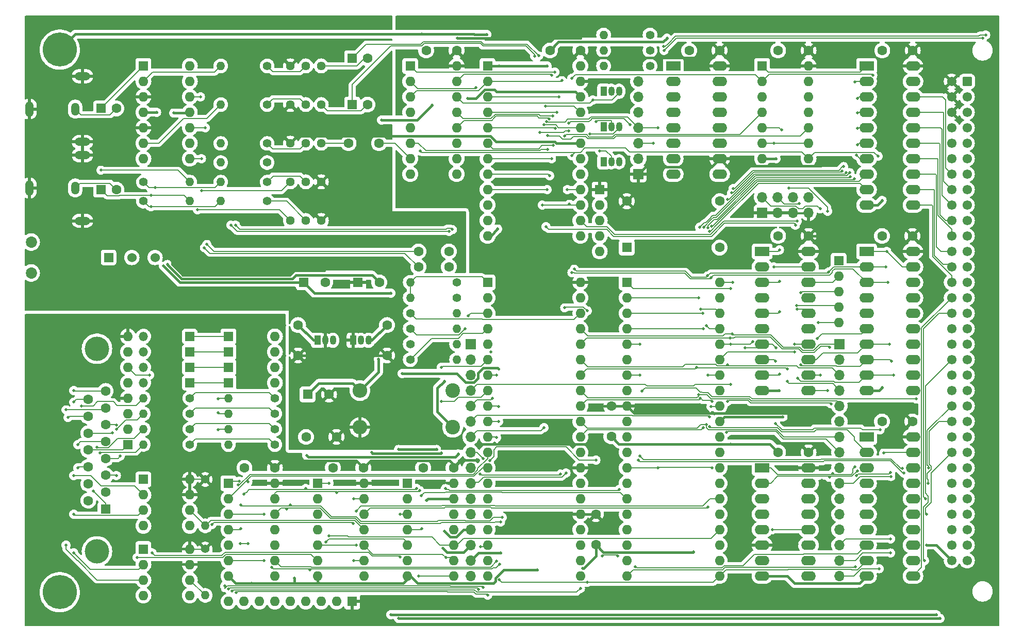
<source format=gbr>
%TF.GenerationSoftware,KiCad,Pcbnew,8.0.6-8.0.6-0~ubuntu22.04.1*%
%TF.CreationDate,2024-11-17T18:13:14+01:00*%
%TF.ProjectId,z80-SOUND,7a38302d-534f-4554-9e44-2e6b69636164,rev?*%
%TF.SameCoordinates,Original*%
%TF.FileFunction,Copper,L1,Top*%
%TF.FilePolarity,Positive*%
%FSLAX46Y46*%
G04 Gerber Fmt 4.6, Leading zero omitted, Abs format (unit mm)*
G04 Created by KiCad (PCBNEW 8.0.6-8.0.6-0~ubuntu22.04.1) date 2024-11-17 18:13:14*
%MOMM*%
%LPD*%
G01*
G04 APERTURE LIST*
G04 Aperture macros list*
%AMRoundRect*
0 Rectangle with rounded corners*
0 $1 Rounding radius*
0 $2 $3 $4 $5 $6 $7 $8 $9 X,Y pos of 4 corners*
0 Add a 4 corners polygon primitive as box body*
4,1,4,$2,$3,$4,$5,$6,$7,$8,$9,$2,$3,0*
0 Add four circle primitives for the rounded corners*
1,1,$1+$1,$2,$3*
1,1,$1+$1,$4,$5*
1,1,$1+$1,$6,$7*
1,1,$1+$1,$8,$9*
0 Add four rect primitives between the rounded corners*
20,1,$1+$1,$2,$3,$4,$5,0*
20,1,$1+$1,$4,$5,$6,$7,0*
20,1,$1+$1,$6,$7,$8,$9,0*
20,1,$1+$1,$8,$9,$2,$3,0*%
G04 Aperture macros list end*
%TA.AperFunction,ComponentPad*%
%ADD10C,1.600000*%
%TD*%
%TA.AperFunction,ComponentPad*%
%ADD11R,1.600000X1.600000*%
%TD*%
%TA.AperFunction,ComponentPad*%
%ADD12O,1.600000X1.600000*%
%TD*%
%TA.AperFunction,ComponentPad*%
%ADD13C,1.400000*%
%TD*%
%TA.AperFunction,ComponentPad*%
%ADD14O,1.400000X1.400000*%
%TD*%
%TA.AperFunction,ComponentPad*%
%ADD15C,2.400000*%
%TD*%
%TA.AperFunction,ComponentPad*%
%ADD16O,2.400000X2.400000*%
%TD*%
%TA.AperFunction,ComponentPad*%
%ADD17C,1.440000*%
%TD*%
%TA.AperFunction,ComponentPad*%
%ADD18C,4.000000*%
%TD*%
%TA.AperFunction,ComponentPad*%
%ADD19R,1.700000X1.700000*%
%TD*%
%TA.AperFunction,ComponentPad*%
%ADD20O,1.700000X1.700000*%
%TD*%
%TA.AperFunction,ComponentPad*%
%ADD21R,1.500000X1.500000*%
%TD*%
%TA.AperFunction,ComponentPad*%
%ADD22O,1.500000X1.500000*%
%TD*%
%TA.AperFunction,ComponentPad*%
%ADD23O,1.324000X2.124000*%
%TD*%
%TA.AperFunction,ComponentPad*%
%ADD24O,2.524000X1.324000*%
%TD*%
%TA.AperFunction,ComponentPad*%
%ADD25O,1.324000X2.524000*%
%TD*%
%TA.AperFunction,ComponentPad*%
%ADD26R,2.400000X1.600000*%
%TD*%
%TA.AperFunction,ComponentPad*%
%ADD27O,2.400000X1.600000*%
%TD*%
%TA.AperFunction,ComponentPad*%
%ADD28R,1.050000X1.500000*%
%TD*%
%TA.AperFunction,ComponentPad*%
%ADD29O,1.050000X1.500000*%
%TD*%
%TA.AperFunction,ComponentPad*%
%ADD30C,5.600000*%
%TD*%
%TA.AperFunction,ComponentPad*%
%ADD31RoundRect,0.249999X-0.525001X0.525001X-0.525001X-0.525001X0.525001X-0.525001X0.525001X0.525001X0*%
%TD*%
%TA.AperFunction,ComponentPad*%
%ADD32C,1.550000*%
%TD*%
%TA.AperFunction,ComponentPad*%
%ADD33R,1.524000X1.524000*%
%TD*%
%TA.AperFunction,ComponentPad*%
%ADD34C,1.524000*%
%TD*%
%TA.AperFunction,ComponentPad*%
%ADD35C,1.854200*%
%TD*%
%TA.AperFunction,ViaPad*%
%ADD36C,0.500000*%
%TD*%
%TA.AperFunction,Conductor*%
%ADD37C,0.152400*%
%TD*%
%TA.AperFunction,Conductor*%
%ADD38C,0.450000*%
%TD*%
G04 APERTURE END LIST*
D10*
%TO.P,C12,1*%
%TO.N,Net-(U11C-+)*%
X131525000Y-83820000D03*
%TO.P,C12,2*%
%TO.N,Net-(C12-Pad2)*%
X136525000Y-83820000D03*
%TD*%
%TO.P,C7,1*%
%TO.N,+5V*%
X195580000Y-50800000D03*
%TO.P,C7,2*%
%TO.N,GND*%
X190580000Y-50800000D03*
%TD*%
D11*
%TO.P,U5,1,GND*%
%TO.N,GND*%
X142875000Y-53340000D03*
D12*
%TO.P,U5,2,D0*%
%TO.N,/#D0*%
X142875000Y-55880000D03*
%TO.P,U5,3,D1*%
%TO.N,/#D1*%
X142875000Y-58420000D03*
%TO.P,U5,4,D2*%
%TO.N,/#D2*%
X142875000Y-60960000D03*
%TO.P,U5,5,D3*%
%TO.N,/#D3*%
X142875000Y-63500000D03*
%TO.P,U5,6,D4*%
%TO.N,/#D4*%
X142875000Y-66040000D03*
%TO.P,U5,7,D5*%
%TO.N,/#D5*%
X142875000Y-68580000D03*
%TO.P,U5,8,D6*%
%TO.N,/#D6*%
X142875000Y-71120000D03*
%TO.P,U5,9,D7*%
%TO.N,/#D7*%
X142875000Y-73660000D03*
%TO.P,U5,10,NC*%
%TO.N,unconnected-(U5-NC-Pad10)*%
X142875000Y-76200000D03*
%TO.P,U5,11,IC*%
%TO.N,/~{#RESET}*%
X142875000Y-78740000D03*
%TO.P,U5,12,GND*%
%TO.N,GND*%
X142875000Y-81280000D03*
%TO.P,U5,13,IRQ*%
%TO.N,unconnected-(U5-IRQ-Pad13)*%
X158115000Y-81280000D03*
%TO.P,U5,14,CS*%
%TO.N,~{CS_YM}*%
X158115000Y-78740000D03*
%TO.P,U5,15,WR*%
%TO.N,/~{#WR}*%
X158115000Y-76200000D03*
%TO.P,U5,16,RD*%
%TO.N,/~{#RD}*%
X158115000Y-73660000D03*
%TO.P,U5,17,A0*%
%TO.N,/#A0*%
X158115000Y-71120000D03*
%TO.P,U5,18,A1*%
%TO.N,/#A1*%
X158115000Y-68580000D03*
%TO.P,U5,19,AGND*%
%TO.N,GNDA*%
X158115000Y-66040000D03*
%TO.P,U5,20,MOR*%
%TO.N,OUT_YM_R*%
X158115000Y-63500000D03*
%TO.P,U5,21,MOL*%
%TO.N,OUT_YM_L*%
X158115000Y-60960000D03*
%TO.P,U5,22,AVcc*%
%TO.N,+5VA*%
X158115000Y-58420000D03*
%TO.P,U5,23,Vcc*%
%TO.N,+5V*%
X158115000Y-55880000D03*
%TO.P,U5,24,CLOCK_IN*%
%TO.N,/#~{CLK_YM}*%
X158115000Y-53340000D03*
%TD*%
D10*
%TO.P,C21,1*%
%TO.N,+5V*%
X122475000Y-119380000D03*
%TO.P,C21,2*%
%TO.N,GND*%
X117475000Y-119380000D03*
%TD*%
D11*
%TO.P,RN4,1,common*%
%TO.N,+5V*%
X120650000Y-141351000D03*
D12*
%TO.P,RN4,2,R1*%
%TO.N,Net-(RN4-R1)*%
X118110000Y-141351000D03*
%TO.P,RN4,3,R2*%
%TO.N,Net-(RN4-R2)*%
X115570000Y-141351000D03*
%TO.P,RN4,4,R3*%
%TO.N,Net-(RN4-R3)*%
X113030000Y-141351000D03*
%TO.P,RN4,5,R4*%
%TO.N,Net-(RN4-R4)*%
X110490000Y-141351000D03*
%TO.P,RN4,6,R5*%
%TO.N,Net-(RN4-R5)*%
X107950000Y-141351000D03*
%TO.P,RN4,7,R6*%
%TO.N,Net-(RN4-R6)*%
X105410000Y-141351000D03*
%TO.P,RN4,8,R7*%
%TO.N,Net-(RN4-R7)*%
X102870000Y-141351000D03*
%TO.P,RN4,9,R8*%
%TO.N,Net-(RN4-R8)*%
X100330000Y-141351000D03*
%TD*%
D11*
%TO.P,D4,1,K*%
%TO.N,Net-(D4-K)*%
X100330000Y-105410000D03*
D12*
%TO.P,D4,2,A*%
%TO.N,GND*%
X107950000Y-105410000D03*
%TD*%
D11*
%TO.P,C8,1*%
%TO.N,OUT_YM_L*%
X120650000Y-52070000D03*
D10*
%TO.P,C8,2*%
%TO.N,Net-(C8-Pad2)*%
X123150000Y-52070000D03*
%TD*%
D13*
%TO.P,R21,1*%
%TO.N,Net-(R17-Pad1)*%
X93980000Y-115545000D03*
D14*
%TO.P,R21,2*%
%TO.N,/TRIG_OUT_C*%
X86360000Y-115545000D03*
%TD*%
D15*
%TO.P,FB2,1*%
%TO.N,+5V*%
X137160000Y-106680000D03*
D16*
%TO.P,FB2,2*%
%TO.N,+5VA*%
X121920000Y-106680000D03*
%TD*%
D13*
%TO.P,R18,1*%
%TO.N,Net-(R18-Pad1)*%
X107950000Y-113030000D03*
D14*
%TO.P,R18,2*%
%TO.N,Net-(D4-K)*%
X100330000Y-113030000D03*
%TD*%
D17*
%TO.P,RV3,1,1*%
%TO.N,Net-(C6-Pad2)*%
X115570000Y-66040000D03*
%TO.P,RV3,2,2*%
%TO.N,Net-(R3-Pad1)*%
X113030000Y-66040000D03*
%TO.P,RV3,3,3*%
%TO.N,GNDA*%
X110490000Y-66040000D03*
%TD*%
D11*
%TO.P,U13,1*%
%TO.N,/MIDI_OUT{slash}~{THRU}*%
X114935000Y-121920000D03*
D12*
%TO.P,U13,2*%
%TO.N,Net-(U13-Pad2)*%
X114935000Y-124460000D03*
%TO.P,U13,3*%
%TO.N,N/C*%
X114935000Y-127000000D03*
%TO.P,U13,4*%
X114935000Y-129540000D03*
%TO.P,U13,5*%
%TO.N,Net-(U13-Pad5)*%
X114935000Y-132080000D03*
%TO.P,U13,6*%
%TO.N,Net-(RN2A-R1.2)*%
X114935000Y-134620000D03*
%TO.P,U13,7,GND*%
%TO.N,GND*%
X114935000Y-137160000D03*
%TO.P,U13,8*%
%TO.N,Net-(U13-Pad5)*%
X122555000Y-137160000D03*
%TO.P,U13,9*%
%TO.N,/MIDIB_TX*%
X122555000Y-134620000D03*
%TO.P,U13,10*%
%TO.N,/MIDIA_RX*%
X122555000Y-132080000D03*
%TO.P,U13,11*%
%TO.N,Net-(U15-VO)*%
X122555000Y-129540000D03*
%TO.P,U13,12*%
%TO.N,/MIDIB_RX*%
X122555000Y-127000000D03*
%TO.P,U13,13*%
%TO.N,Net-(U16-VO)*%
X122555000Y-124460000D03*
%TO.P,U13,14,VCC*%
%TO.N,+5V*%
X122555000Y-121920000D03*
%TD*%
D11*
%TO.P,C18,1*%
%TO.N,+9VA*%
X112705000Y-88900000D03*
D10*
%TO.P,C18,2*%
%TO.N,GNDA*%
X116205000Y-88900000D03*
%TD*%
D13*
%TO.P,R5,1*%
%TO.N,Net-(R5-Pad1)*%
X106680000Y-75565000D03*
D14*
%TO.P,R5,2*%
%TO.N,/AUDIO_MIX_R*%
X99060000Y-75565000D03*
%TD*%
D11*
%TO.P,RN2,1,R1.1*%
%TO.N,/MIDIB_OUT_DATA*%
X83820000Y-115570000D03*
D12*
%TO.P,RN2,2,R1.2*%
%TO.N,Net-(RN2A-R1.2)*%
X83820000Y-113030000D03*
%TO.P,RN2,3,R2.1*%
%TO.N,/MIDIB_OUT_VCC*%
X83820000Y-110490000D03*
%TO.P,RN2,4,R2.2*%
%TO.N,+5V*%
X83820000Y-107950000D03*
%TO.P,RN2,5,R3.1*%
%TO.N,/MIDIA_OUT_DATA*%
X83820000Y-105410000D03*
%TO.P,RN2,6,R3.2*%
%TO.N,Net-(RN2C-R3.2)*%
X83820000Y-102870000D03*
%TO.P,RN2,7,R4.1*%
%TO.N,/MIDIA_OUT_VCC*%
X83820000Y-100330000D03*
%TO.P,RN2,8,R4.2*%
%TO.N,+5V*%
X83820000Y-97790000D03*
%TD*%
D13*
%TO.P,R22,1*%
%TO.N,Net-(R18-Pad1)*%
X93980000Y-113030000D03*
D14*
%TO.P,R22,2*%
%TO.N,/TRIG_OUT_D*%
X86360000Y-113030000D03*
%TD*%
D18*
%TO.P,J5,0,PAD*%
%TO.N,GND*%
X78737600Y-99807600D03*
X78737600Y-133107600D03*
D11*
%TO.P,J5,1,1*%
X80157600Y-126152600D03*
D10*
%TO.P,J5,2,2*%
%TO.N,/TRIG_OUT_C*%
X80157600Y-123382600D03*
%TO.P,J5,3,3*%
%TO.N,/TRIG_OUT_A*%
X80157600Y-120612600D03*
%TO.P,J5,4,4*%
%TO.N,/MIDIB_OUT_VCC*%
X80157600Y-117842600D03*
%TO.P,J5,5,5*%
%TO.N,GND*%
X80157600Y-115072600D03*
%TO.P,J5,6,6*%
%TO.N,/MIDIA_OUT_DATA*%
X80157600Y-112302600D03*
%TO.P,J5,7,7*%
%TO.N,/MIDIB_IN_DATA*%
X80157600Y-109532600D03*
%TO.P,J5,8,8*%
%TO.N,/MIDIA_IN_DATA*%
X80157600Y-106762600D03*
%TO.P,J5,9,P9*%
%TO.N,/TRIG_OUT_D*%
X77317600Y-124767600D03*
%TO.P,J5,10,P10*%
%TO.N,/TRIG_OUT_B*%
X77317600Y-121997600D03*
%TO.P,J5,11,P111*%
%TO.N,GND*%
X77317600Y-119227600D03*
%TO.P,J5,12,P12*%
%TO.N,/MIDIB_OUT_DATA*%
X77317600Y-116457600D03*
%TO.P,J5,13,P13*%
%TO.N,/MIDIA_OUT_VCC*%
X77317600Y-113687600D03*
%TO.P,J5,14,P14*%
%TO.N,/MIDIB_IN_VCC*%
X77317600Y-110917600D03*
%TO.P,J5,15,P15*%
%TO.N,/MIDIA_IN_VCC*%
X77317600Y-108147600D03*
%TD*%
D13*
%TO.P,R10,1*%
%TO.N,Net-(U9A-A_CHB)*%
X130175000Y-99060000D03*
D14*
%TO.P,R10,2*%
%TO.N,Net-(C12-Pad2)*%
X137795000Y-99060000D03*
%TD*%
D10*
%TO.P,C26,1*%
%TO.N,+5V*%
X163195000Y-109220000D03*
%TO.P,C26,2*%
%TO.N,GND*%
X163195000Y-114220000D03*
%TD*%
%TO.P,C2,1*%
%TO.N,+5V*%
X212685000Y-50800000D03*
%TO.P,C2,2*%
%TO.N,GND*%
X207685000Y-50800000D03*
%TD*%
%TO.P,C25,1*%
%TO.N,+5V*%
X180975000Y-50800000D03*
%TO.P,C25,2*%
%TO.N,GND*%
X175975000Y-50800000D03*
%TD*%
%TO.P,C4,1*%
%TO.N,+5V*%
X212645000Y-111760000D03*
%TO.P,C4,2*%
%TO.N,GND*%
X207645000Y-111760000D03*
%TD*%
D11*
%TO.P,RN1,1,common*%
%TO.N,GND*%
X200533000Y-85344000D03*
D12*
%TO.P,RN1,2,R1*%
%TO.N,Net-(J6-Pin_8)*%
X200533000Y-87884000D03*
%TO.P,RN1,3,R2*%
%TO.N,Net-(J6-Pin_6)*%
X200533000Y-90424000D03*
%TO.P,RN1,4,R3*%
%TO.N,Net-(J6-Pin_4)*%
X200533000Y-92964000D03*
%TO.P,RN1,5,R4*%
%TO.N,Net-(J6-Pin_2)*%
X200533000Y-95504000D03*
%TD*%
D19*
%TO.P,U19,1,VIN*%
%TO.N,+5V*%
X167640000Y-71120000D03*
D20*
%TO.P,U19,2,GND*%
%TO.N,GND*%
X167640000Y-68580000D03*
%TO.P,U19,3,SDA*%
%TO.N,/A22{slash}SCL*%
X167640000Y-66040000D03*
%TO.P,U19,4,SCL*%
%TO.N,/A23{slash}SDA*%
X167640000Y-63500000D03*
%TO.P,U19,5,CLK2*%
%TO.N,/CLK_PSG*%
X167640000Y-60960000D03*
%TO.P,U19,6,CLK1*%
%TO.N,/CLK_YM*%
X167640000Y-58420000D03*
%TO.P,U19,7,CLK0*%
%TO.N,/CLK_SN*%
X167640000Y-55880000D03*
%TD*%
D21*
%TO.P,D8,1,K*%
%TO.N,Net-(D4-K)*%
X93980000Y-105410000D03*
D22*
%TO.P,D8,2,A*%
%TO.N,GND*%
X86360000Y-105410000D03*
%TD*%
D13*
%TO.P,R15,1*%
%TO.N,Net-(R15-Pad1)*%
X107950000Y-110490000D03*
D14*
%TO.P,R15,2*%
%TO.N,Net-(D1-K)*%
X100330000Y-110490000D03*
%TD*%
D13*
%TO.P,R7,1*%
%TO.N,/AUDIO_MIX_L*%
X86360000Y-72415000D03*
D14*
%TO.P,R7,2*%
%TO.N,Net-(C10-Pad1)*%
X93980000Y-72415000D03*
%TD*%
D13*
%TO.P,R14,1*%
%TO.N,Net-(C13-Pad2)*%
X137795000Y-91440000D03*
D14*
%TO.P,R14,2*%
%TO.N,GND*%
X130175000Y-91440000D03*
%TD*%
D11*
%TO.P,U7,1*%
%TO.N,DEC_BUF_DIR*%
X187960000Y-53340000D03*
D12*
%TO.P,U7,2*%
%TO.N,/~{#RD}*%
X187960000Y-55880000D03*
%TO.P,U7,3*%
%TO.N,Net-(U1-P=R)*%
X187960000Y-58420000D03*
%TO.P,U7,4*%
%TO.N,Net-(U9A-BC1)*%
X187960000Y-60960000D03*
%TO.P,U7,5*%
%TO.N,/#A0*%
X187960000Y-63500000D03*
%TO.P,U7,6*%
%TO.N,~{CS_PSG}*%
X187960000Y-66040000D03*
%TO.P,U7,7,GND*%
%TO.N,GND*%
X187960000Y-68580000D03*
%TO.P,U7,8*%
%TO.N,/~{#WR}*%
X195580000Y-68580000D03*
%TO.P,U7,9*%
%TO.N,~{CS_PSG}*%
X195580000Y-66040000D03*
%TO.P,U7,10*%
%TO.N,Net-(U9A-BDIR)*%
X195580000Y-63500000D03*
%TO.P,U7,11*%
%TO.N,N/C*%
X195580000Y-60960000D03*
%TO.P,U7,12*%
X195580000Y-58420000D03*
%TO.P,U7,13*%
X195580000Y-55880000D03*
%TO.P,U7,14,VCC*%
%TO.N,+5V*%
X195580000Y-53340000D03*
%TD*%
D17*
%TO.P,RV4,1,1*%
%TO.N,GNDA*%
X115570000Y-72390000D03*
%TO.P,RV4,2,2*%
%TO.N,Net-(R6-Pad1)*%
X113030000Y-72390000D03*
%TO.P,RV4,3,3*%
%TO.N,Net-(U11C--)*%
X110490000Y-72390000D03*
%TD*%
D13*
%TO.P,R4,1*%
%TO.N,Net-(R3-Pad1)*%
X106680000Y-66065000D03*
D14*
%TO.P,R4,2*%
%TO.N,/AUDIO_MIX_L*%
X99060000Y-66065000D03*
%TD*%
D11*
%TO.P,U16,1,NC*%
%TO.N,unconnected-(U16-NC-Pad1)*%
X86360000Y-132725000D03*
D12*
%TO.P,U16,2,A*%
%TO.N,/MIDIB_IN_VCC*%
X86360000Y-135265000D03*
%TO.P,U16,3,C*%
%TO.N,/MIDIB_IN_DATA*%
X86360000Y-137805000D03*
%TO.P,U16,4*%
%TO.N,N/C*%
X86360000Y-140345000D03*
%TO.P,U16,5,GND*%
%TO.N,GND*%
X93980000Y-140345000D03*
%TO.P,U16,6,VO*%
%TO.N,Net-(U16-VO)*%
X93980000Y-137805000D03*
%TO.P,U16,7,EN*%
%TO.N,+5V*%
X93980000Y-135265000D03*
%TO.P,U16,8,VCC*%
X93980000Y-132725000D03*
%TD*%
D10*
%TO.P,C13,1*%
%TO.N,Net-(U11D-+)*%
X131525000Y-86360000D03*
%TO.P,C13,2*%
%TO.N,Net-(C13-Pad2)*%
X136525000Y-86360000D03*
%TD*%
D19*
%TO.P,J7,1,Pin_1*%
%TO.N,/#D0*%
X200660000Y-99060000D03*
D20*
%TO.P,J7,2,Pin_2*%
%TO.N,/#D1*%
X200660000Y-101600000D03*
%TO.P,J7,3,Pin_3*%
%TO.N,/#D2*%
X200660000Y-104140000D03*
%TO.P,J7,4,Pin_4*%
%TO.N,/#D3*%
X200660000Y-106680000D03*
%TO.P,J7,5,Pin_5*%
%TO.N,/#D4*%
X200660000Y-109220000D03*
%TO.P,J7,6,Pin_6*%
%TO.N,/#D5*%
X200660000Y-111760000D03*
%TO.P,J7,7,Pin_7*%
%TO.N,/#D6*%
X200660000Y-114300000D03*
%TO.P,J7,8,Pin_8*%
%TO.N,/#D7*%
X200660000Y-116840000D03*
%TO.P,J7,9,Pin_9*%
%TO.N,/#A0*%
X200660000Y-119380000D03*
%TO.P,J7,10,Pin_10*%
%TO.N,/#A1*%
X200660000Y-121920000D03*
%TO.P,J7,11,Pin_11*%
%TO.N,/#A2*%
X200660000Y-124460000D03*
%TO.P,J7,12,Pin_12*%
%TO.N,/#A3*%
X200660000Y-127000000D03*
%TO.P,J7,13,Pin_13*%
%TO.N,/#A4*%
X200660000Y-129540000D03*
%TO.P,J7,14,Pin_14*%
%TO.N,/#A5*%
X200660000Y-132080000D03*
%TO.P,J7,15,Pin_15*%
%TO.N,/#A6*%
X200660000Y-134620000D03*
%TO.P,J7,16,Pin_16*%
%TO.N,/#A7*%
X200660000Y-137160000D03*
%TD*%
D13*
%TO.P,R25,1*%
%TO.N,/CLK_SN*%
X169545000Y-48260000D03*
D14*
%TO.P,R25,2*%
%TO.N,Net-(Q1-B)*%
X161925000Y-48260000D03*
%TD*%
D17*
%TO.P,RV2,1,1*%
%TO.N,Net-(C9-Pad2)*%
X115570000Y-59690000D03*
%TO.P,RV2,2,2*%
%TO.N,Net-(R2-Pad1)*%
X113030000Y-59690000D03*
%TO.P,RV2,3,3*%
%TO.N,GNDA*%
X110490000Y-59690000D03*
%TD*%
D13*
%TO.P,R9,1*%
%TO.N,Net-(U9A-A_CHA)*%
X130175000Y-101600000D03*
D14*
%TO.P,R9,2*%
%TO.N,Net-(C12-Pad2)*%
X137795000Y-101600000D03*
%TD*%
D10*
%TO.P,C27,1*%
%TO.N,+5V*%
X160655000Y-127000000D03*
%TO.P,C27,2*%
%TO.N,GND*%
X160655000Y-132000000D03*
%TD*%
D13*
%TO.P,R3,1*%
%TO.N,Net-(R3-Pad1)*%
X106680000Y-69215000D03*
D14*
%TO.P,R3,2*%
%TO.N,/AUDIO_MIX_R*%
X99060000Y-69215000D03*
%TD*%
D13*
%TO.P,R6,1*%
%TO.N,Net-(R6-Pad1)*%
X106680000Y-72415000D03*
D14*
%TO.P,R6,2*%
%TO.N,/AUDIO_MIX_L*%
X99060000Y-72415000D03*
%TD*%
D11*
%TO.P,U15,1,NC*%
%TO.N,unconnected-(U15-NC-Pad1)*%
X86360000Y-121280000D03*
D12*
%TO.P,U15,2,A*%
%TO.N,/MIDIA_IN_VCC*%
X86360000Y-123820000D03*
%TO.P,U15,3,C*%
%TO.N,/MIDIA_IN_DATA*%
X86360000Y-126360000D03*
%TO.P,U15,4*%
%TO.N,N/C*%
X86360000Y-128900000D03*
%TO.P,U15,5,GND*%
%TO.N,GND*%
X93980000Y-128900000D03*
%TO.P,U15,6,VO*%
%TO.N,Net-(U15-VO)*%
X93980000Y-126360000D03*
%TO.P,U15,7,EN*%
%TO.N,+5V*%
X93980000Y-123820000D03*
%TO.P,U15,8,VCC*%
X93980000Y-121280000D03*
%TD*%
D13*
%TO.P,R13,1*%
%TO.N,Net-(C12-Pad2)*%
X137795000Y-88900000D03*
D14*
%TO.P,R13,2*%
%TO.N,GND*%
X130175000Y-88900000D03*
%TD*%
D23*
%TO.P,J3,1,In*%
%TO.N,Net-(J3-In)*%
X75158600Y-60430400D03*
D24*
%TO.P,J3,2,Ext*%
%TO.N,GNDA*%
X76358600Y-55030400D03*
D25*
X67658600Y-60430400D03*
D24*
X76358600Y-65830400D03*
%TD*%
D21*
%TO.P,D6,1,K*%
%TO.N,Net-(D2-K)*%
X93980000Y-100330000D03*
D22*
%TO.P,D6,2,A*%
%TO.N,GND*%
X86360000Y-100330000D03*
%TD*%
D13*
%TO.P,R16,1*%
%TO.N,Net-(R16-Pad1)*%
X107950000Y-107950000D03*
D14*
%TO.P,R16,2*%
%TO.N,Net-(D2-K)*%
X100330000Y-107950000D03*
%TD*%
D17*
%TO.P,RV1,1,1*%
%TO.N,Net-(C8-Pad2)*%
X115570000Y-53340000D03*
%TO.P,RV1,2,2*%
%TO.N,Net-(R1-Pad1)*%
X113030000Y-53340000D03*
%TO.P,RV1,3,3*%
%TO.N,GNDA*%
X110490000Y-53340000D03*
%TD*%
%TO.P,RV5,1,1*%
%TO.N,GNDA*%
X115570000Y-78740000D03*
%TO.P,RV5,2,2*%
%TO.N,Net-(R5-Pad1)*%
X113030000Y-78740000D03*
%TO.P,RV5,3,3*%
%TO.N,Net-(U11D--)*%
X110490000Y-78740000D03*
%TD*%
D13*
%TO.P,R23,1*%
%TO.N,+5V*%
X96520000Y-121285000D03*
D14*
%TO.P,R23,2*%
%TO.N,Net-(U15-VO)*%
X96520000Y-128905000D03*
%TD*%
D10*
%TO.P,C16,1*%
%TO.N,GNDA*%
X126365000Y-100925000D03*
%TO.P,C16,2*%
%TO.N,-9VA*%
X126365000Y-95925000D03*
%TD*%
%TO.P,C14,1*%
%TO.N,+5VA*%
X113070000Y-114300000D03*
%TO.P,C14,2*%
%TO.N,GNDA*%
X118070000Y-114300000D03*
%TD*%
D13*
%TO.P,R12,1*%
%TO.N,Net-(U9A-A_CHC)*%
X130175000Y-93980000D03*
D14*
%TO.P,R12,2*%
%TO.N,Net-(C13-Pad2)*%
X137795000Y-93980000D03*
%TD*%
D26*
%TO.P,U8,1,A0*%
%TO.N,/#A2*%
X187960000Y-119380000D03*
D27*
%TO.P,U8,2,A1*%
%TO.N,/#A3*%
X187960000Y-121920000D03*
%TO.P,U8,3,A2*%
%TO.N,Net-(U1-P=R)*%
X187960000Y-124460000D03*
%TO.P,U8,4,E1*%
X187960000Y-127000000D03*
%TO.P,U8,5,E2*%
X187960000Y-129540000D03*
%TO.P,U8,6,E3*%
%TO.N,+5V*%
X187960000Y-132080000D03*
%TO.P,U8,7,O7*%
%TO.N,unconnected-(U8-O7-Pad7)*%
X187960000Y-134620000D03*
%TO.P,U8,8,GND*%
%TO.N,GND*%
X187960000Y-137160000D03*
%TO.P,U8,9,O6*%
%TO.N,unconnected-(U8-O6-Pad9)*%
X195580000Y-137160000D03*
%TO.P,U8,10,O5*%
%TO.N,unconnected-(U8-O5-Pad10)*%
X195580000Y-134620000D03*
%TO.P,U8,11,O4*%
%TO.N,unconnected-(U8-O4-Pad11)*%
X195580000Y-132080000D03*
%TO.P,U8,12,O3*%
%TO.N,~{CS_PSG}*%
X195580000Y-129540000D03*
%TO.P,U8,13,O2*%
%TO.N,~{CS_SN}*%
X195580000Y-127000000D03*
%TO.P,U8,14,O1*%
%TO.N,~{CS_YM}*%
X195580000Y-124460000D03*
%TO.P,U8,15,O0*%
%TO.N,~{CS_SIO}*%
X195580000Y-121920000D03*
%TO.P,U8,16,VCC*%
%TO.N,+5V*%
X195580000Y-119380000D03*
%TD*%
D10*
%TO.P,C5,1*%
%TO.N,+5V*%
X195580000Y-116840000D03*
%TO.P,C5,2*%
%TO.N,GND*%
X190580000Y-116840000D03*
%TD*%
D11*
%TO.P,D3,1,K*%
%TO.N,Net-(D3-K)*%
X100330000Y-102870000D03*
D12*
%TO.P,D3,2,A*%
%TO.N,GND*%
X107950000Y-102870000D03*
%TD*%
D13*
%TO.P,R1,1*%
%TO.N,Net-(R1-Pad1)*%
X106680000Y-53340000D03*
D14*
%TO.P,R1,2*%
%TO.N,/AUDIO_MIX_L*%
X99060000Y-53340000D03*
%TD*%
D21*
%TO.P,D7,1,K*%
%TO.N,Net-(D3-K)*%
X93980000Y-102870000D03*
D22*
%TO.P,D7,2,A*%
%TO.N,GND*%
X86360000Y-102870000D03*
%TD*%
D13*
%TO.P,R17,1*%
%TO.N,Net-(R17-Pad1)*%
X107950000Y-115570000D03*
D14*
%TO.P,R17,2*%
%TO.N,Net-(D3-K)*%
X100330000Y-115570000D03*
%TD*%
D11*
%TO.P,U9,1,GND*%
%TO.N,GND*%
X142875000Y-88900000D03*
D12*
%TO.P,U9,2,NC*%
%TO.N,unconnected-(U9A-NC-Pad2)*%
X142875000Y-91440000D03*
%TO.P,U9,3,A_CHB*%
%TO.N,Net-(U9A-A_CHB)*%
X142875000Y-93980000D03*
%TO.P,U9,4,A_CHA*%
%TO.N,Net-(U9A-A_CHA)*%
X142875000Y-96520000D03*
%TO.P,U9,5,NC2*%
%TO.N,unconnected-(U9A-NC2-Pad5)*%
X142875000Y-99060000D03*
%TO.P,U9,6,IOB7*%
%TO.N,Net-(RN4-R1)*%
X142875000Y-101600000D03*
%TO.P,U9,7,IOB6*%
%TO.N,Net-(RN4-R2)*%
X142875000Y-104140000D03*
%TO.P,U9,8,IOB5*%
%TO.N,Net-(RN4-R3)*%
X142875000Y-106680000D03*
%TO.P,U9,9,IOB4*%
%TO.N,Net-(RN4-R4)*%
X142875000Y-109220000D03*
%TO.P,U9,10,IOB3*%
%TO.N,Net-(RN4-R5)*%
X142875000Y-111760000D03*
%TO.P,U9,11,IOB2*%
%TO.N,Net-(RN4-R6)*%
X142875000Y-114300000D03*
%TO.P,U9,12,IOB1*%
%TO.N,Net-(RN4-R7)*%
X142875000Y-116840000D03*
%TO.P,U9,13,IOB0*%
%TO.N,Net-(RN4-R8)*%
X142875000Y-119380000D03*
%TO.P,U9,14,IOA7*%
%TO.N,unconnected-(U9A-IOA7-Pad14)*%
X142875000Y-121920000D03*
%TO.P,U9,15,IOA6*%
%TO.N,unconnected-(U9A-IOA6-Pad15)*%
X142875000Y-124460000D03*
%TO.P,U9,16,IOA5*%
%TO.N,unconnected-(U9A-IOA5-Pad16)*%
X142875000Y-127000000D03*
%TO.P,U9,17,IOA4*%
%TO.N,unconnected-(U9A-IOA4-Pad17)*%
X142875000Y-129540000D03*
%TO.P,U9,18,IOA3*%
%TO.N,Net-(D4-K)*%
X142875000Y-132080000D03*
%TO.P,U9,19,IOA2*%
%TO.N,Net-(D3-K)*%
X142875000Y-134620000D03*
%TO.P,U9,20,IOA1*%
%TO.N,Net-(D2-K)*%
X142875000Y-137160000D03*
%TO.P,U9,21,IOA0*%
%TO.N,Net-(D1-K)*%
X158115000Y-137160000D03*
%TO.P,U9,22,CLOCK*%
%TO.N,/#~{CLK_PSG}*%
X158115000Y-134620000D03*
%TO.P,U9,23,/RESET*%
%TO.N,/~{#RESET}*%
X158115000Y-132080000D03*
%TO.P,U9,24,/A9*%
%TO.N,GND*%
X158115000Y-129540000D03*
%TO.P,U9,25,A8*%
%TO.N,+5V*%
X158115000Y-127000000D03*
%TO.P,U9,26,TEST2*%
%TO.N,unconnected-(U9A-TEST2-Pad26)*%
X158115000Y-124460000D03*
%TO.P,U9,27,BDIR*%
%TO.N,Net-(U9A-BDIR)*%
X158115000Y-121920000D03*
%TO.P,U9,28,BC2*%
%TO.N,+5V*%
X158115000Y-119380000D03*
%TO.P,U9,29,BC1*%
%TO.N,Net-(U9A-BC1)*%
X158115000Y-116840000D03*
%TO.P,U9,30,DA7*%
%TO.N,/#D7*%
X158115000Y-114300000D03*
%TO.P,U9,31,DA6*%
%TO.N,/#D6*%
X158115000Y-111760000D03*
%TO.P,U9,32,DA5*%
%TO.N,/#D5*%
X158115000Y-109220000D03*
%TO.P,U9,33,DA4*%
%TO.N,/#D4*%
X158115000Y-106680000D03*
%TO.P,U9,34,DA3*%
%TO.N,/#D3*%
X158115000Y-104140000D03*
%TO.P,U9,35,DA2*%
%TO.N,/#D2*%
X158115000Y-101600000D03*
%TO.P,U9,36,DA1*%
%TO.N,/#D1*%
X158115000Y-99060000D03*
%TO.P,U9,37,DA0*%
%TO.N,/#D0*%
X158115000Y-96520000D03*
%TO.P,U9,38,A_CHC*%
%TO.N,Net-(U9A-A_CHC)*%
X158115000Y-93980000D03*
%TO.P,U9,39,TEST1*%
%TO.N,unconnected-(U9A-TEST1-Pad39)*%
X158115000Y-91440000D03*
%TO.P,U9,40,VCC*%
%TO.N,+5V*%
X158115000Y-88900000D03*
%TD*%
D11*
%TO.P,C19,1*%
%TO.N,GNDA*%
X121595000Y-88900000D03*
D10*
%TO.P,C19,2*%
%TO.N,-9VA*%
X125095000Y-88900000D03*
%TD*%
D21*
%TO.P,D5,1,K*%
%TO.N,Net-(D1-K)*%
X93980000Y-97790000D03*
D22*
%TO.P,D5,2,A*%
%TO.N,GND*%
X86360000Y-97790000D03*
%TD*%
D28*
%TO.P,Q1,1,E*%
%TO.N,GND*%
X161925000Y-57510000D03*
D29*
%TO.P,Q1,2,B*%
%TO.N,Net-(Q1-B)*%
X163195000Y-57510000D03*
%TO.P,Q1,3,C*%
%TO.N,/#~{CLK_SN}*%
X164465000Y-57510000D03*
%TD*%
D28*
%TO.P,Q3,1,E*%
%TO.N,GND*%
X161925000Y-69090000D03*
D29*
%TO.P,Q3,2,B*%
%TO.N,Net-(Q3-B)*%
X163195000Y-69090000D03*
%TO.P,Q3,3,C*%
%TO.N,/#~{CLK_PSG}*%
X164465000Y-69090000D03*
%TD*%
D13*
%TO.P,R27,1*%
%TO.N,/CLK_PSG*%
X169545000Y-53340000D03*
D14*
%TO.P,R27,2*%
%TO.N,Net-(Q3-B)*%
X161925000Y-53340000D03*
%TD*%
D23*
%TO.P,J4,1,In*%
%TO.N,Net-(J4-In)*%
X75158600Y-73406000D03*
D24*
%TO.P,J4,2,Ext*%
%TO.N,GNDA*%
X76358600Y-68006000D03*
D25*
X67658600Y-73406000D03*
D24*
X76358600Y-78806000D03*
%TD*%
D11*
%TO.P,X1,1,NC*%
%TO.N,unconnected-(X1-NC-Pad1)*%
X165735000Y-83185000D03*
D10*
%TO.P,X1,7,GND*%
%TO.N,GND*%
X180975000Y-83185000D03*
%TO.P,X1,8,OUT*%
%TO.N,Net-(U10-CPC)*%
X180975000Y-75565000D03*
%TO.P,X1,14,Vcc*%
%TO.N,+5V*%
X165735000Y-75565000D03*
%TD*%
D11*
%TO.P,D2,1,K*%
%TO.N,Net-(D2-K)*%
X100330000Y-100330000D03*
D12*
%TO.P,D2,2,A*%
%TO.N,GND*%
X107950000Y-100330000D03*
%TD*%
D15*
%TO.P,FB1,1*%
%TO.N,GND*%
X137160000Y-112730000D03*
D16*
%TO.P,FB1,2*%
%TO.N,GNDA*%
X121920000Y-112730000D03*
%TD*%
D26*
%TO.P,U1,1,G*%
%TO.N,GND*%
X187960000Y-83820000D03*
D27*
%TO.P,U1,2,P0*%
%TO.N,/~{#IOREQ}*%
X187960000Y-86360000D03*
%TO.P,U1,3,R0*%
%TO.N,GND*%
X187960000Y-88900000D03*
%TO.P,U1,4,P1*%
%TO.N,/~{#IOREQ}*%
X187960000Y-91440000D03*
%TO.P,U1,5,R1*%
%TO.N,GND*%
X187960000Y-93980000D03*
%TO.P,U1,6,P2*%
%TO.N,/~{#IOREQ}*%
X187960000Y-96520000D03*
%TO.P,U1,7,R2*%
%TO.N,GND*%
X187960000Y-99060000D03*
%TO.P,U1,8,P3*%
%TO.N,/~{#IOREQ}*%
X187960000Y-101600000D03*
%TO.P,U1,9,R3*%
%TO.N,GND*%
X187960000Y-104140000D03*
%TO.P,U1,10,GND*%
X187960000Y-106680000D03*
%TO.P,U1,11,P4*%
%TO.N,/#A4*%
X195580000Y-106680000D03*
%TO.P,U1,12,R4*%
%TO.N,Net-(J6-Pin_2)*%
X195580000Y-104140000D03*
%TO.P,U1,13,P5*%
%TO.N,/#A5*%
X195580000Y-101600000D03*
%TO.P,U1,14,R5*%
%TO.N,Net-(J6-Pin_4)*%
X195580000Y-99060000D03*
%TO.P,U1,15,P6*%
%TO.N,/#A6*%
X195580000Y-96520000D03*
%TO.P,U1,16,R6*%
%TO.N,Net-(J6-Pin_6)*%
X195580000Y-93980000D03*
%TO.P,U1,17,P7*%
%TO.N,/#A7*%
X195580000Y-91440000D03*
%TO.P,U1,18,R7*%
%TO.N,Net-(J6-Pin_8)*%
X195580000Y-88900000D03*
%TO.P,U1,19,P=R*%
%TO.N,Net-(U1-P=R)*%
X195580000Y-86360000D03*
%TO.P,U1,20,VCC*%
%TO.N,+5V*%
X195580000Y-83820000D03*
%TD*%
D13*
%TO.P,R11,1*%
%TO.N,Net-(U9A-A_CHB)*%
X130175000Y-96520000D03*
D14*
%TO.P,R11,2*%
%TO.N,Net-(C13-Pad2)*%
X137795000Y-96520000D03*
%TD*%
D11*
%TO.P,U11,1*%
%TO.N,Net-(C10-Pad1)*%
X86360000Y-53340000D03*
D12*
%TO.P,U11,2,-*%
%TO.N,/AUDIO_MIX_L*%
X86360000Y-55880000D03*
%TO.P,U11,3,+*%
%TO.N,GNDA*%
X86360000Y-58420000D03*
%TO.P,U11,4,V+*%
%TO.N,+9VA*%
X86360000Y-60960000D03*
%TO.P,U11,5,+*%
%TO.N,GNDA*%
X86360000Y-63500000D03*
%TO.P,U11,6,-*%
%TO.N,/AUDIO_MIX_R*%
X86360000Y-66040000D03*
%TO.P,U11,7*%
%TO.N,Net-(C11-Pad1)*%
X86360000Y-68580000D03*
%TO.P,U11,8*%
%TO.N,Net-(U11C--)*%
X93980000Y-68580000D03*
%TO.P,U11,9,-*%
X93980000Y-66040000D03*
%TO.P,U11,10,+*%
%TO.N,Net-(U11C-+)*%
X93980000Y-63500000D03*
%TO.P,U11,11,V-*%
%TO.N,-9VA*%
X93980000Y-60960000D03*
%TO.P,U11,12,+*%
%TO.N,Net-(U11D-+)*%
X93980000Y-58420000D03*
%TO.P,U11,13,-*%
%TO.N,Net-(U11D--)*%
X93980000Y-55880000D03*
%TO.P,U11,14*%
X93980000Y-53340000D03*
%TD*%
D11*
%TO.P,U14,1*%
%TO.N,Net-(U14-Pad1)*%
X129667000Y-121920000D03*
D12*
%TO.P,U14,2*%
%TO.N,Net-(U14-Pad2)*%
X129667000Y-124460000D03*
%TO.P,U14,3*%
%TO.N,Net-(RN2C-R3.2)*%
X129667000Y-127000000D03*
%TO.P,U14,4*%
%TO.N,/MIDIA_TX*%
X129667000Y-129540000D03*
%TO.P,U14,5*%
%TO.N,Net-(U13-Pad2)*%
X129667000Y-132080000D03*
%TO.P,U14,6*%
%TO.N,Net-(U14-Pad1)*%
X129667000Y-134620000D03*
%TO.P,U14,7,GND*%
%TO.N,GND*%
X129667000Y-137160000D03*
%TO.P,U14,8*%
%TO.N,Net-(U14-Pad2)*%
X137287000Y-137160000D03*
%TO.P,U14,9*%
%TO.N,/MIDIA_RX*%
X137287000Y-134620000D03*
%TO.P,U14,10*%
%TO.N,/MIDI_OUT{slash}~{THRU}*%
X137287000Y-132080000D03*
%TO.P,U14,11*%
%TO.N,unconnected-(U14-Pad11)*%
X137287000Y-129540000D03*
%TO.P,U14,12*%
%TO.N,GND*%
X137287000Y-127000000D03*
%TO.P,U14,13*%
X137287000Y-124460000D03*
%TO.P,U14,14,VCC*%
%TO.N,+5V*%
X137287000Y-121920000D03*
%TD*%
D11*
%TO.P,C10,1*%
%TO.N,Net-(C10-Pad1)*%
X79415000Y-60325000D03*
D10*
%TO.P,C10,2*%
%TO.N,Net-(J3-In)*%
X81915000Y-60325000D03*
%TD*%
D30*
%TO.P,J1,G,CHASSIS*%
%TO.N,GND*%
X72610000Y-50673000D03*
X72610000Y-139827000D03*
D31*
%TO.P,J1,a1,GND*%
X221615000Y-55880000D03*
D32*
%TO.P,J1,a2,GND*%
X221615000Y-58420000D03*
%TO.P,J1,a3,GND*%
X221615000Y-60960000D03*
%TO.P,J1,a4,GND*%
X221615000Y-63500000D03*
%TO.P,J1,a5,MEMAQ*%
%TO.N,/MEMAQ*%
X221615000Y-66040000D03*
%TO.P,J1,a6,~{INT3}*%
%TO.N,/~{INT3}*%
X221615000Y-68580000D03*
%TO.P,J1,a7,CA0*%
%TO.N,/A0*%
X221615000Y-71120000D03*
%TO.P,J1,a8,CA1*%
%TO.N,/A1*%
X221615000Y-73660000D03*
%TO.P,J1,a9,CA2*%
%TO.N,/A2*%
X221615000Y-76200000D03*
%TO.P,J1,a10,CA3*%
%TO.N,/A3*%
X221615000Y-78740000D03*
%TO.P,J1,a11,CA4*%
%TO.N,/A4*%
X221615000Y-81280000D03*
%TO.P,J1,a12,CA5*%
%TO.N,/A5*%
X221615000Y-83820000D03*
%TO.P,J1,a13,CA6*%
%TO.N,/A6*%
X221615000Y-86360000D03*
%TO.P,J1,a14,CA7*%
%TO.N,/A7*%
X221615000Y-88900000D03*
%TO.P,J1,a15,CA8*%
%TO.N,/A8*%
X221615000Y-91440000D03*
%TO.P,J1,a16,CA9*%
%TO.N,/A9*%
X221615000Y-93980000D03*
%TO.P,J1,a17,CA10*%
%TO.N,/A10*%
X221615000Y-96520000D03*
%TO.P,J1,a18,CA11*%
%TO.N,/A11*%
X221615000Y-99060000D03*
%TO.P,J1,a19,CA12*%
%TO.N,/A12*%
X221615000Y-101600000D03*
%TO.P,J1,a20,CA13*%
%TO.N,/A13*%
X221615000Y-104140000D03*
%TO.P,J1,a21,CA14*%
%TO.N,/A14*%
X221615000Y-106680000D03*
%TO.P,J1,a22,CA15*%
%TO.N,/A15*%
X221615000Y-109220000D03*
%TO.P,J1,a23,~{BUSREQ}*%
%TO.N,/~{BUSREQ}*%
X221615000Y-111760000D03*
%TO.P,J1,a24,~{BUSACK}*%
%TO.N,/~{BUSACK}*%
X221615000Y-114300000D03*
%TO.P,J1,a25,A16*%
%TO.N,/A16*%
X221615000Y-116840000D03*
%TO.P,J1,a26,A17*%
%TO.N,/A17*%
X221615000Y-119380000D03*
%TO.P,J1,a27,A18*%
%TO.N,/A18*%
X221615000Y-121920000D03*
%TO.P,J1,a28,A19*%
%TO.N,/A19*%
X221615000Y-124460000D03*
%TO.P,J1,a29,A20*%
%TO.N,/A20*%
X221615000Y-127000000D03*
%TO.P,J1,a30,A21*%
%TO.N,/A21*%
X221615000Y-129540000D03*
%TO.P,J1,a31,SCL*%
%TO.N,/A22{slash}SCL*%
X221615000Y-132080000D03*
%TO.P,J1,a32,SDA*%
%TO.N,/A23{slash}SDA*%
X221615000Y-134620000D03*
%TO.P,J1,b1,+5V*%
%TO.N,+5V*%
X219075000Y-55880000D03*
%TO.P,J1,b2,+5V*%
X219075000Y-58420000D03*
%TO.P,J1,b3,+5V*%
X219075000Y-60960000D03*
%TO.P,J1,b4,~{INT0}*%
%TO.N,/~{INT0}*%
X219075000Y-63500000D03*
%TO.P,J1,b5,~{INT1}*%
%TO.N,/~{INT1}*%
X219075000Y-66040000D03*
%TO.P,J1,b6,~{INT2}*%
%TO.N,/~{INT2}*%
X219075000Y-68580000D03*
%TO.P,J1,b7,CD0*%
%TO.N,/D0*%
X219075000Y-71120000D03*
%TO.P,J1,b8,CD1*%
%TO.N,/D1*%
X219075000Y-73660000D03*
%TO.P,J1,b9,CD2*%
%TO.N,/D2*%
X219075000Y-76200000D03*
%TO.P,J1,b10,CD3*%
%TO.N,/D3*%
X219075000Y-78740000D03*
%TO.P,J1,b11,CD4*%
%TO.N,/D4*%
X219075000Y-81280000D03*
%TO.P,J1,b12,CD5*%
%TO.N,/D5*%
X219075000Y-83820000D03*
%TO.P,J1,b13,CD6*%
%TO.N,/D6*%
X219075000Y-86360000D03*
%TO.P,J1,b14,CD7*%
%TO.N,/D7*%
X219075000Y-88900000D03*
%TO.P,J1,b15,~{RESET}*%
%TO.N,/~{RESET}*%
X219075000Y-91440000D03*
%TO.P,J1,b16,CLK*%
%TO.N,/CLK_CPU*%
X219075000Y-93980000D03*
%TO.P,J1,b17,~{INT}*%
%TO.N,/~{INT}*%
X219075000Y-96520000D03*
%TO.P,J1,b18,~{NMI}*%
%TO.N,/~{NMI}*%
X219075000Y-99060000D03*
%TO.P,J1,b19,~{M1}*%
%TO.N,/~{M1}*%
X219075000Y-101600000D03*
%TO.P,J1,b20,~{WAIT}*%
%TO.N,/~{WAIT}*%
X219075000Y-104140000D03*
%TO.P,J1,b21,~{HALT}*%
%TO.N,/~{HALT}*%
X219075000Y-106680000D03*
%TO.P,J1,b22,~{RD}*%
%TO.N,/~{RD}*%
X219075000Y-109220000D03*
%TO.P,J1,b23,~{WR}*%
%TO.N,/~{WR}*%
X219075000Y-111760000D03*
%TO.P,J1,b24,~{MREQ}*%
%TO.N,/~{MREQ}*%
X219075000Y-114300000D03*
%TO.P,J1,b25,~{IOREQ}*%
%TO.N,/~{IOREQ}*%
X219075000Y-116840000D03*
%TO.P,J1,b26,IEI*%
%TO.N,IEI*%
X219075000Y-119380000D03*
%TO.P,J1,b27,IEO*%
%TO.N,IEO*%
X219075000Y-121920000D03*
%TO.P,J1,b28,+12V*%
%TO.N,+12V*%
X219075000Y-124460000D03*
%TO.P,J1,b29,-12V*%
%TO.N,-12V*%
X219075000Y-127000000D03*
%TO.P,J1,b30,SPARE*%
%TO.N,unconnected-(J1-SPARE-Padb30)*%
X219075000Y-129540000D03*
%TO.P,J1,b31,SPARE*%
%TO.N,unconnected-(J1-SPARE-Padb31)*%
X219075000Y-132080000D03*
%TO.P,J1,b32,GND*%
%TO.N,GND*%
X219075000Y-134620000D03*
%TD*%
D13*
%TO.P,R26,1*%
%TO.N,/CLK_YM*%
X169545000Y-50800000D03*
D14*
%TO.P,R26,2*%
%TO.N,Net-(Q2-B)*%
X161925000Y-50800000D03*
%TD*%
D11*
%TO.P,D1,1,K*%
%TO.N,Net-(D1-K)*%
X100330000Y-97790000D03*
D12*
%TO.P,D1,2,A*%
%TO.N,GND*%
X107950000Y-97790000D03*
%TD*%
D10*
%TO.P,C3,1*%
%TO.N,+5V*%
X212645000Y-81280000D03*
%TO.P,C3,2*%
%TO.N,GND*%
X207645000Y-81280000D03*
%TD*%
D19*
%TO.P,J6,1,Pin_1*%
%TO.N,+5V*%
X187960000Y-77470000D03*
D20*
%TO.P,J6,2,Pin_2*%
%TO.N,Net-(J6-Pin_2)*%
X187960000Y-74930000D03*
%TO.P,J6,3,Pin_3*%
%TO.N,+5V*%
X190500000Y-77470000D03*
%TO.P,J6,4,Pin_4*%
%TO.N,Net-(J6-Pin_4)*%
X190500000Y-74930000D03*
%TO.P,J6,5,Pin_5*%
%TO.N,+5V*%
X193040000Y-77470000D03*
%TO.P,J6,6,Pin_6*%
%TO.N,Net-(J6-Pin_6)*%
X193040000Y-74930000D03*
%TO.P,J6,7,Pin_7*%
%TO.N,+5V*%
X195580000Y-77470000D03*
%TO.P,J6,8,Pin_8*%
%TO.N,Net-(J6-Pin_8)*%
X195580000Y-74930000D03*
%TD*%
D13*
%TO.P,R8,1*%
%TO.N,/AUDIO_MIX_R*%
X86360000Y-75565000D03*
D14*
%TO.P,R8,2*%
%TO.N,Net-(C11-Pad1)*%
X93980000Y-75565000D03*
%TD*%
D10*
%TO.P,C23,1*%
%TO.N,+5V*%
X137795000Y-50800000D03*
%TO.P,C23,2*%
%TO.N,GND*%
X132795000Y-50800000D03*
%TD*%
D13*
%TO.P,R24,1*%
%TO.N,+5V*%
X96520000Y-132715000D03*
D14*
%TO.P,R24,2*%
%TO.N,Net-(U16-VO)*%
X96520000Y-140335000D03*
%TD*%
D28*
%TO.P,U18,1,GND*%
%TO.N,GNDA*%
X120777000Y-98425000D03*
D29*
%TO.P,U18,2,VI*%
%TO.N,-12V*%
X122047000Y-98425000D03*
%TO.P,U18,3,VO*%
%TO.N,-9VA*%
X123317000Y-98425000D03*
%TD*%
D11*
%TO.P,U6,1,D2*%
%TO.N,/#D2*%
X130175000Y-53340000D03*
D12*
%TO.P,U6,2,D1*%
%TO.N,/#D1*%
X130175000Y-55880000D03*
%TO.P,U6,3,D0*%
%TO.N,/#D0*%
X130175000Y-58420000D03*
%TO.P,U6,4,READY*%
%TO.N,unconnected-(U6-READY-Pad4)*%
X130175000Y-60960000D03*
%TO.P,U6,5,~{WE}*%
%TO.N,/~{#WR}*%
X130175000Y-63500000D03*
%TO.P,U6,6,~{CE}*%
%TO.N,~{CS_SN}*%
X130175000Y-66040000D03*
%TO.P,U6,7,AUDIO_OUT*%
%TO.N,Net-(U6-AUDIO_OUT)*%
X130175000Y-68580000D03*
%TO.P,U6,8,GND*%
%TO.N,GND*%
X130175000Y-71120000D03*
%TO.P,U6,9,N.C.*%
%TO.N,unconnected-(U6-N.C.-Pad9)*%
X137795000Y-71120000D03*
%TO.P,U6,10,D7*%
%TO.N,/#D7*%
X137795000Y-68580000D03*
%TO.P,U6,11,D6*%
%TO.N,/#D6*%
X137795000Y-66040000D03*
%TO.P,U6,12,D5*%
%TO.N,/#D5*%
X137795000Y-63500000D03*
%TO.P,U6,13,D4*%
%TO.N,/#D4*%
X137795000Y-60960000D03*
%TO.P,U6,14,CLOCK*%
%TO.N,/#~{CLK_SN}*%
X137795000Y-58420000D03*
%TO.P,U6,15,D3*%
%TO.N,/#D3*%
X137795000Y-55880000D03*
%TO.P,U6,16,VCC*%
%TO.N,+5V*%
X137795000Y-53340000D03*
%TD*%
D10*
%TO.P,C15,1*%
%TO.N,+9VA*%
X111760000Y-95925000D03*
%TO.P,C15,2*%
%TO.N,GNDA*%
X111760000Y-100925000D03*
%TD*%
%TO.P,C22,1*%
%TO.N,+5V*%
X107950000Y-119380000D03*
%TO.P,C22,2*%
%TO.N,GND*%
X102950000Y-119380000D03*
%TD*%
%TO.P,C1,1*%
%TO.N,+5V*%
X195580000Y-81280000D03*
%TO.P,C1,2*%
%TO.N,GND*%
X190580000Y-81280000D03*
%TD*%
D11*
%TO.P,C11,1*%
%TO.N,Net-(C11-Pad1)*%
X79415000Y-73660000D03*
D10*
%TO.P,C11,2*%
%TO.N,Net-(J4-In)*%
X81915000Y-73660000D03*
%TD*%
D13*
%TO.P,R20,1*%
%TO.N,Net-(R16-Pad1)*%
X93980000Y-107950000D03*
D14*
%TO.P,R20,2*%
%TO.N,/TRIG_OUT_B*%
X86360000Y-107950000D03*
%TD*%
D28*
%TO.P,U17,1,VO*%
%TO.N,+9VA*%
X114935000Y-98425000D03*
D29*
%TO.P,U17,2,GND*%
%TO.N,GNDA*%
X116205000Y-98425000D03*
%TO.P,U17,3,VI*%
%TO.N,+12V*%
X117475000Y-98425000D03*
%TD*%
D28*
%TO.P,Q2,1,E*%
%TO.N,GND*%
X161925000Y-63300000D03*
D29*
%TO.P,Q2,2,B*%
%TO.N,Net-(Q2-B)*%
X163195000Y-63300000D03*
%TO.P,Q2,3,C*%
%TO.N,/#~{CLK_YM}*%
X164465000Y-63300000D03*
%TD*%
D26*
%TO.P,U10,1,Q1*%
%TO.N,unconnected-(U10-Q1-Pad1)*%
X173355000Y-53340000D03*
D27*
%TO.P,U10,2,Q2*%
%TO.N,unconnected-(U10-Q2-Pad2)*%
X173355000Y-55880000D03*
%TO.P,U10,3,Q3*%
%TO.N,unconnected-(U10-Q3-Pad3)*%
X173355000Y-58420000D03*
%TO.P,U10,4,Q4*%
%TO.N,Net-(IC1-~{RXCA})*%
X173355000Y-60960000D03*
%TO.P,U10,5,Q5*%
%TO.N,unconnected-(U10-Q5-Pad5)*%
X173355000Y-63500000D03*
%TO.P,U10,6,Q6*%
%TO.N,unconnected-(U10-Q6-Pad6)*%
X173355000Y-66040000D03*
%TO.P,U10,7,Q7*%
%TO.N,unconnected-(U10-Q7-Pad7)*%
X173355000Y-68580000D03*
%TO.P,U10,8,GND*%
%TO.N,GND*%
X173355000Y-71120000D03*
%TO.P,U10,9,~{RCO}*%
%TO.N,unconnected-(U10-~{RCO}-Pad9)*%
X180975000Y-71120000D03*
%TO.P,U10,10,~{MRC}*%
%TO.N,+5V*%
X180975000Y-68580000D03*
%TO.P,U10,11,CPC*%
%TO.N,Net-(U10-CPC)*%
X180975000Y-66040000D03*
%TO.P,U10,12,~{CE}*%
%TO.N,GND*%
X180975000Y-63500000D03*
%TO.P,U10,13,CPR*%
%TO.N,Net-(U10-CPC)*%
X180975000Y-60960000D03*
%TO.P,U10,14,~{OE}*%
%TO.N,GND*%
X180975000Y-58420000D03*
%TO.P,U10,15,Q0*%
%TO.N,unconnected-(U10-Q0-Pad15)*%
X180975000Y-55880000D03*
%TO.P,U10,16,VCC*%
%TO.N,+5V*%
X180975000Y-53340000D03*
%TD*%
D33*
%TO.P,SW1,1,A*%
%TO.N,unconnected-(SW1-A-Pad1)*%
X80645000Y-84815000D03*
D34*
%TO.P,SW1,2,B*%
%TO.N,/AUDIO_MIX_R*%
X84455000Y-84815000D03*
%TO.P,SW1,3,C*%
%TO.N,/AUDIO_MIX_L*%
X88265000Y-84815000D03*
D35*
%TO.P,SW1,G*%
%TO.N,N/C*%
X67945000Y-82275000D03*
X67945000Y-87355000D03*
%TD*%
D13*
%TO.P,R19,1*%
%TO.N,Net-(R15-Pad1)*%
X93980000Y-110490000D03*
D14*
%TO.P,R19,2*%
%TO.N,/TRIG_OUT_A*%
X86360000Y-110490000D03*
%TD*%
D13*
%TO.P,R2,1*%
%TO.N,Net-(R2-Pad1)*%
X106680000Y-59690000D03*
D14*
%TO.P,R2,2*%
%TO.N,/AUDIO_MIX_R*%
X99060000Y-59690000D03*
%TD*%
D10*
%TO.P,C24,1*%
%TO.N,+5V*%
X158115000Y-50800000D03*
%TO.P,C24,2*%
%TO.N,GND*%
X153115000Y-50800000D03*
%TD*%
D26*
%TO.P,U2,1,A->B*%
%TO.N,DEC_BUF_DIR*%
X205105000Y-53340000D03*
D27*
%TO.P,U2,2,A0*%
%TO.N,/#D0*%
X205105000Y-55880000D03*
%TO.P,U2,3,A1*%
%TO.N,/#D1*%
X205105000Y-58420000D03*
%TO.P,U2,4,A2*%
%TO.N,/#D2*%
X205105000Y-60960000D03*
%TO.P,U2,5,A3*%
%TO.N,/#D3*%
X205105000Y-63500000D03*
%TO.P,U2,6,A4*%
%TO.N,/#D4*%
X205105000Y-66040000D03*
%TO.P,U2,7,A5*%
%TO.N,/#D5*%
X205105000Y-68580000D03*
%TO.P,U2,8,A6*%
%TO.N,/#D6*%
X205105000Y-71120000D03*
%TO.P,U2,9,A7*%
%TO.N,/#D7*%
X205105000Y-73660000D03*
%TO.P,U2,10,GND*%
%TO.N,GND*%
X205105000Y-76200000D03*
%TO.P,U2,11,B7*%
%TO.N,/D7*%
X212725000Y-76200000D03*
%TO.P,U2,12,B6*%
%TO.N,/D6*%
X212725000Y-73660000D03*
%TO.P,U2,13,B5*%
%TO.N,/D5*%
X212725000Y-71120000D03*
%TO.P,U2,14,B4*%
%TO.N,/D4*%
X212725000Y-68580000D03*
%TO.P,U2,15,B3*%
%TO.N,/D3*%
X212725000Y-66040000D03*
%TO.P,U2,16,B2*%
%TO.N,/D2*%
X212725000Y-63500000D03*
%TO.P,U2,17,B1*%
%TO.N,/D1*%
X212725000Y-60960000D03*
%TO.P,U2,18,B0*%
%TO.N,/D0*%
X212725000Y-58420000D03*
%TO.P,U2,19,CE*%
%TO.N,GND*%
X212725000Y-55880000D03*
%TO.P,U2,20,VCC*%
%TO.N,+5V*%
X212725000Y-53340000D03*
%TD*%
D19*
%TO.P,J2,1,Pin_1*%
%TO.N,/AUDIO_MIX_L*%
X140081000Y-99060000D03*
D20*
%TO.P,J2,2,Pin_2*%
%TO.N,/AUDIO_MIX_R*%
X140081000Y-101600000D03*
%TO.P,J2,3,Pin_3*%
%TO.N,GND*%
X140081000Y-104140000D03*
%TO.P,J2,4,Pin_4*%
%TO.N,/~{#IOREQ}*%
X140081000Y-106680000D03*
%TO.P,J2,5,Pin_5*%
%TO.N,/~{#RESET}*%
X140081000Y-109220000D03*
%TO.P,J2,6,Pin_6*%
%TO.N,/~{#RD}*%
X140081000Y-111760000D03*
%TO.P,J2,7,Pin_7*%
%TO.N,/~{#WR}*%
X140081000Y-114300000D03*
%TO.P,J2,8,Pin_8*%
%TO.N,/#CLK_CPU*%
X140081000Y-116840000D03*
%TO.P,J2,9,Pin_9*%
%TO.N,/A22{slash}SCL*%
X140081000Y-119380000D03*
%TO.P,J2,10,Pin_10*%
%TO.N,/A23{slash}SDA*%
X140081000Y-121920000D03*
%TO.P,J2,11,Pin_11*%
%TO.N,+5V*%
X140081000Y-124460000D03*
%TO.P,J2,12,Pin_12*%
%TO.N,+5VA*%
X140081000Y-127000000D03*
%TO.P,J2,13,Pin_13*%
%TO.N,GNDA*%
X140081000Y-129540000D03*
%TO.P,J2,14,Pin_14*%
%TO.N,-9VA*%
X140081000Y-132080000D03*
%TO.P,J2,15,Pin_15*%
%TO.N,+9VA*%
X140081000Y-134620000D03*
%TO.P,J2,16,Pin_16*%
%TO.N,GNDA*%
X140081000Y-137160000D03*
%TD*%
D10*
%TO.P,C20,1*%
%TO.N,+5V*%
X137287000Y-119380000D03*
%TO.P,C20,2*%
%TO.N,GND*%
X132287000Y-119380000D03*
%TD*%
%TO.P,C6,1*%
%TO.N,Net-(U6-AUDIO_OUT)*%
X125055000Y-66040000D03*
%TO.P,C6,2*%
%TO.N,Net-(C6-Pad2)*%
X120055000Y-66040000D03*
%TD*%
D26*
%TO.P,U3,1,A->B*%
%TO.N,GND*%
X205105000Y-83820000D03*
D27*
%TO.P,U3,2,A0*%
%TO.N,/#A0*%
X205105000Y-86360000D03*
%TO.P,U3,3,A1*%
%TO.N,/#A1*%
X205105000Y-88900000D03*
%TO.P,U3,4,A2*%
%TO.N,/#A2*%
X205105000Y-91440000D03*
%TO.P,U3,5,A3*%
%TO.N,/#A3*%
X205105000Y-93980000D03*
%TO.P,U3,6,A4*%
%TO.N,/#A4*%
X205105000Y-96520000D03*
%TO.P,U3,7,A5*%
%TO.N,/#A5*%
X205105000Y-99060000D03*
%TO.P,U3,8,A6*%
%TO.N,/#A6*%
X205105000Y-101600000D03*
%TO.P,U3,9,A7*%
%TO.N,/#A7*%
X205105000Y-104140000D03*
%TO.P,U3,10,GND*%
%TO.N,GND*%
X205105000Y-106680000D03*
%TO.P,U3,11,B7*%
%TO.N,/A7*%
X212725000Y-106680000D03*
%TO.P,U3,12,B6*%
%TO.N,/A6*%
X212725000Y-104140000D03*
%TO.P,U3,13,B5*%
%TO.N,/A5*%
X212725000Y-101600000D03*
%TO.P,U3,14,B4*%
%TO.N,/A4*%
X212725000Y-99060000D03*
%TO.P,U3,15,B3*%
%TO.N,/A3*%
X212725000Y-96520000D03*
%TO.P,U3,16,B2*%
%TO.N,/A2*%
X212725000Y-93980000D03*
%TO.P,U3,17,B1*%
%TO.N,/A1*%
X212725000Y-91440000D03*
%TO.P,U3,18,B0*%
%TO.N,/A0*%
X212725000Y-88900000D03*
%TO.P,U3,19,CE*%
%TO.N,GND*%
X212725000Y-86360000D03*
%TO.P,U3,20,VCC*%
%TO.N,+5V*%
X212725000Y-83820000D03*
%TD*%
D11*
%TO.P,C9,1*%
%TO.N,OUT_YM_R*%
X120650000Y-59690000D03*
D10*
%TO.P,C9,2*%
%TO.N,Net-(C9-Pad2)*%
X123150000Y-59690000D03*
%TD*%
D26*
%TO.P,U4,1,A->B*%
%TO.N,GND*%
X205105000Y-114300000D03*
D27*
%TO.P,U4,2,A0*%
%TO.N,/~{#RD}*%
X205105000Y-116840000D03*
%TO.P,U4,3,A1*%
%TO.N,/~{#WR}*%
X205105000Y-119380000D03*
%TO.P,U4,4,A2*%
%TO.N,/#CLK_CPU*%
X205105000Y-121920000D03*
%TO.P,U4,5,A3*%
%TO.N,/~{#IOREQ}*%
X205105000Y-124460000D03*
%TO.P,U4,6,A4*%
%TO.N,unconnected-(U4-A4-Pad6)*%
X205105000Y-127000000D03*
%TO.P,U4,7,A5*%
%TO.N,unconnected-(U4-A5-Pad7)*%
X205105000Y-129540000D03*
%TO.P,U4,8,A6*%
%TO.N,/~{#M1}*%
X205105000Y-132080000D03*
%TO.P,U4,9,A7*%
%TO.N,/~{#RESET}*%
X205105000Y-134620000D03*
%TO.P,U4,10,GND*%
%TO.N,GND*%
X205105000Y-137160000D03*
%TO.P,U4,11,B7*%
%TO.N,/~{RESET}*%
X212725000Y-137160000D03*
%TO.P,U4,12,B6*%
%TO.N,/~{M1}*%
X212725000Y-134620000D03*
%TO.P,U4,13,B5*%
%TO.N,GND*%
X212725000Y-132080000D03*
%TO.P,U4,14,B4*%
X212725000Y-129540000D03*
%TO.P,U4,15,B3*%
%TO.N,/~{IOREQ}*%
X212725000Y-127000000D03*
%TO.P,U4,16,B2*%
%TO.N,/CLK_CPU*%
X212725000Y-124460000D03*
%TO.P,U4,17,B1*%
%TO.N,/~{WR}*%
X212725000Y-121920000D03*
%TO.P,U4,18,B0*%
%TO.N,/~{RD}*%
X212725000Y-119380000D03*
%TO.P,U4,19,CE*%
%TO.N,GND*%
X212725000Y-116840000D03*
%TO.P,U4,20,VCC*%
%TO.N,+5V*%
X212725000Y-114300000D03*
%TD*%
D11*
%TO.P,IC1,1,D1*%
%TO.N,/#D1*%
X165735000Y-88900000D03*
D12*
%TO.P,IC1,2,D3*%
%TO.N,/#D3*%
X165735000Y-91440000D03*
%TO.P,IC1,3,D5*%
%TO.N,/#D5*%
X165735000Y-93980000D03*
%TO.P,IC1,4,D7*%
%TO.N,/#D7*%
X165735000Y-96520000D03*
%TO.P,IC1,5,~{INT}*%
%TO.N,/~{INT}*%
X165735000Y-99060000D03*
%TO.P,IC1,6,IEI*%
%TO.N,IEI*%
X165735000Y-101600000D03*
%TO.P,IC1,7,IEO*%
%TO.N,IEO*%
X165735000Y-104140000D03*
%TO.P,IC1,8,~{M1}*%
%TO.N,/~{#M1}*%
X165735000Y-106680000D03*
%TO.P,IC1,9,+5V*%
%TO.N,+5V*%
X165735000Y-109220000D03*
%TO.P,IC1,10,~{W}/~{RDYA}*%
%TO.N,unconnected-(IC1-~{W}{slash}~{RDYA}-Pad10)*%
X165735000Y-111760000D03*
%TO.P,IC1,11,~{SYNCA}*%
%TO.N,unconnected-(IC1-~{SYNCA}-Pad11)*%
X165735000Y-114300000D03*
%TO.P,IC1,12,RXDA*%
%TO.N,/MIDIA_RX*%
X165735000Y-116840000D03*
%TO.P,IC1,13,~{RXCA}*%
%TO.N,Net-(IC1-~{RXCA})*%
X165735000Y-119380000D03*
%TO.P,IC1,14,~{TXCA}*%
X165735000Y-121920000D03*
%TO.P,IC1,15,TXDA*%
%TO.N,/MIDIA_TX*%
X165735000Y-124460000D03*
%TO.P,IC1,16,~{DTRA}*%
%TO.N,unconnected-(IC1-~{DTRA}-Pad16)*%
X165735000Y-127000000D03*
%TO.P,IC1,17,~{RTSA}*%
%TO.N,unconnected-(IC1-~{RTSA}-Pad17)*%
X165735000Y-129540000D03*
%TO.P,IC1,18,~{CTSA}*%
%TO.N,unconnected-(IC1-~{CTSA}-Pad18)*%
X165735000Y-132080000D03*
%TO.P,IC1,19,~{DCDA}*%
%TO.N,unconnected-(IC1-~{DCDA}-Pad19)*%
X165735000Y-134620000D03*
%TO.P,IC1,20,\u03A6*%
%TO.N,/#CLK_CPU*%
X165735000Y-137160000D03*
%TO.P,IC1,21,~{RESET}*%
%TO.N,/~{#RESET}*%
X180975000Y-137160000D03*
%TO.P,IC1,22,~{DCDB}*%
%TO.N,unconnected-(IC1-~{DCDB}-Pad22)*%
X180975000Y-134620000D03*
%TO.P,IC1,23,~{CTSB}*%
%TO.N,unconnected-(IC1-~{CTSB}-Pad23)*%
X180975000Y-132080000D03*
%TO.P,IC1,24,~{RTSB}*%
%TO.N,/MIDI_OUT{slash}~{THRU}*%
X180975000Y-129540000D03*
%TO.P,IC1,25,~{DTRB}*%
%TO.N,unconnected-(IC1-~{DTRB}-Pad25)*%
X180975000Y-127000000D03*
%TO.P,IC1,26,TXDB*%
%TO.N,/MIDIB_TX*%
X180975000Y-124460000D03*
%TO.P,IC1,27,~{RxTxCB}*%
%TO.N,Net-(IC1-~{RXCA})*%
X180975000Y-121920000D03*
%TO.P,IC1,28,RXDB*%
%TO.N,/MIDIB_RX*%
X180975000Y-119380000D03*
%TO.P,IC1,29,~{SYNCB}*%
%TO.N,unconnected-(IC1-~{SYNCB}-Pad29)*%
X180975000Y-116840000D03*
%TO.P,IC1,30,~{W}/~{RDYB}*%
%TO.N,unconnected-(IC1-~{W}{slash}~{RDYB}-Pad30)*%
X180975000Y-114300000D03*
%TO.P,IC1,31,GND*%
%TO.N,GND*%
X180975000Y-111760000D03*
%TO.P,IC1,32,~{RD}*%
%TO.N,/~{#RD}*%
X180975000Y-109220000D03*
%TO.P,IC1,33,C/~{D}*%
%TO.N,/#A1*%
X180975000Y-106680000D03*
%TO.P,IC1,34,B/~{A}*%
%TO.N,/#A0*%
X180975000Y-104140000D03*
%TO.P,IC1,35,~{CE}*%
%TO.N,~{CS_SIO}*%
X180975000Y-101600000D03*
%TO.P,IC1,36,~{IORQ}*%
%TO.N,/~{#IOREQ}*%
X180975000Y-99060000D03*
%TO.P,IC1,37,D6*%
%TO.N,/#D6*%
X180975000Y-96520000D03*
%TO.P,IC1,38,D4*%
%TO.N,/#D4*%
X180975000Y-93980000D03*
%TO.P,IC1,39,D2*%
%TO.N,/#D2*%
X180975000Y-91440000D03*
%TO.P,IC1,40,D0*%
%TO.N,/#D0*%
X180975000Y-88900000D03*
%TD*%
D11*
%TO.P,U12,1*%
%TO.N,Net-(RN4-R4)*%
X100330000Y-121915000D03*
D12*
%TO.P,U12,2*%
%TO.N,Net-(RN4-R8)*%
X100330000Y-124455000D03*
%TO.P,U12,3*%
%TO.N,Net-(R15-Pad1)*%
X100330000Y-126995000D03*
%TO.P,U12,4*%
%TO.N,Net-(RN4-R3)*%
X100330000Y-129535000D03*
%TO.P,U12,5*%
%TO.N,Net-(RN4-R7)*%
X100330000Y-132075000D03*
%TO.P,U12,6*%
%TO.N,Net-(R16-Pad1)*%
X100330000Y-134615000D03*
%TO.P,U12,7,GND*%
%TO.N,GND*%
X100330000Y-137155000D03*
%TO.P,U12,8*%
%TO.N,Net-(R17-Pad1)*%
X107950000Y-137155000D03*
%TO.P,U12,9*%
%TO.N,Net-(RN4-R6)*%
X107950000Y-134615000D03*
%TO.P,U12,10*%
%TO.N,Net-(RN4-R2)*%
X107950000Y-132075000D03*
%TO.P,U12,11*%
%TO.N,Net-(R18-Pad1)*%
X107950000Y-129535000D03*
%TO.P,U12,12*%
%TO.N,Net-(RN4-R5)*%
X107950000Y-126995000D03*
%TO.P,U12,13*%
%TO.N,Net-(RN4-R1)*%
X107950000Y-124455000D03*
%TO.P,U12,14,VCC*%
%TO.N,+5V*%
X107950000Y-121915000D03*
%TD*%
D11*
%TO.P,RN3,1,common*%
%TO.N,+5V*%
X161290000Y-73660000D03*
D12*
%TO.P,RN3,2,R1*%
%TO.N,/#~{CLK_SN}*%
X161290000Y-76200000D03*
%TO.P,RN3,3,R2*%
%TO.N,/#~{CLK_YM}*%
X161290000Y-78740000D03*
%TO.P,RN3,4,R3*%
%TO.N,/#~{CLK_PSG}*%
X161290000Y-81280000D03*
%TO.P,RN3,5,R4*%
%TO.N,unconnected-(RN3-R4-Pad5)*%
X161290000Y-83820000D03*
%TD*%
D11*
%TO.P,C17,1*%
%TO.N,+5VA*%
X113340000Y-107315000D03*
D10*
%TO.P,C17,2*%
%TO.N,GNDA*%
X116840000Y-107315000D03*
%TD*%
D36*
%TO.N,/#D1*%
X203581000Y-58674000D03*
X199009000Y-99538600D03*
X182723600Y-98044000D03*
X140955619Y-56912800D03*
X154559000Y-58420000D03*
X182924448Y-74212448D03*
X182793074Y-89958083D03*
X201115290Y-70605912D03*
%TO.N,/#D3*%
X153416000Y-54847200D03*
X177575400Y-91440000D03*
X192061400Y-105156000D03*
X177219800Y-102870000D03*
X177701400Y-79862098D03*
X153978800Y-63627000D03*
X192061400Y-103107200D03*
X202367075Y-70893719D03*
X203581000Y-63627000D03*
%TO.N,/#D5*%
X179024989Y-79938154D03*
X199263000Y-108860400D03*
X179774500Y-108492000D03*
X177829400Y-107950000D03*
X203073000Y-71848000D03*
X203454000Y-68030000D03*
X153369200Y-68580000D03*
X178185000Y-93980000D03*
X153021600Y-62062642D03*
X182245000Y-108492000D03*
%TO.N,/#D7*%
X182097078Y-113572000D03*
X178308000Y-96520000D03*
X178308000Y-112776000D03*
X152654000Y-73660000D03*
X179324000Y-80518000D03*
%TO.N,/~{INT}*%
X167894000Y-99060000D03*
X213233000Y-108077000D03*
X168220200Y-106807000D03*
%TO.N,IEI*%
X167640000Y-118110000D03*
X211248799Y-120269789D03*
%TO.N,IEO*%
X210974777Y-119492933D03*
X167915400Y-104140000D03*
X167915400Y-117475000D03*
%TO.N,/~{#M1}*%
X167163914Y-135652800D03*
%TO.N,+5V*%
X158115000Y-48775600D03*
X137922000Y-48768000D03*
X198114600Y-109474000D03*
X197993000Y-81280000D03*
X160041400Y-119126000D03*
X198114600Y-69215000D03*
X160274000Y-109220000D03*
X192024000Y-119634000D03*
X193675000Y-131953000D03*
X197739000Y-121412000D03*
X141351000Y-115824000D03*
X141351000Y-118110000D03*
X160041400Y-115443000D03*
%TO.N,Net-(IC1-~{RXCA})*%
X179772597Y-119380000D03*
X170815000Y-119380000D03*
%TO.N,/#CLK_CPU*%
X203306078Y-135652800D03*
X164211000Y-133884800D03*
X143213422Y-118194422D03*
X160668800Y-118110000D03*
X142113000Y-117856000D03*
X161671000Y-133858000D03*
%TO.N,/~{#RESET}*%
X144780000Y-137795000D03*
X159258000Y-138188600D03*
X143637000Y-107950000D03*
%TO.N,GND*%
X143425000Y-100330000D03*
X190799400Y-93726000D03*
X182753000Y-115477400D03*
X142748000Y-48173200D03*
X172339000Y-48768000D03*
X135763000Y-105156000D03*
X132795000Y-124714000D03*
X190246000Y-68580000D03*
X132080000Y-48133000D03*
X185166000Y-99695000D03*
X75565000Y-115570000D03*
X78105000Y-123190000D03*
X190799400Y-104013000D03*
X207645000Y-75438000D03*
X190799400Y-88773000D03*
X104140000Y-138332400D03*
X191379999Y-111024800D03*
X111125000Y-137541000D03*
X144526000Y-80137000D03*
X176657000Y-133223000D03*
X207645000Y-106172000D03*
X144780000Y-53340000D03*
X152654000Y-53340000D03*
X75565000Y-119380000D03*
X214937000Y-132080000D03*
X190754000Y-106680000D03*
X158496000Y-135890000D03*
X151003000Y-136144000D03*
X207899000Y-116967000D03*
X208407000Y-83820000D03*
X190799400Y-83566000D03*
X190246000Y-99695000D03*
%TO.N,/~{#RD}*%
X155985400Y-73660000D03*
X156718000Y-55372000D03*
X179578000Y-109347000D03*
X179324000Y-112649000D03*
X179324000Y-111024800D03*
X206128386Y-54851818D03*
%TO.N,/#A1*%
X179578000Y-88138000D03*
X156737842Y-87284318D03*
X209077882Y-120802338D03*
X208577200Y-88900000D03*
%TO.N,/#A0*%
X208272400Y-86360000D03*
X198742000Y-77216000D03*
X203458104Y-120687740D03*
X157099000Y-86741000D03*
X179099400Y-104140000D03*
X192354800Y-73406000D03*
X198882000Y-87214800D03*
X178994473Y-87846237D03*
X209072399Y-120142000D03*
X191154800Y-63881000D03*
%TO.N,~{CS_SIO}*%
X193323400Y-100330000D03*
%TO.N,/~{#IOREQ}*%
X182753000Y-99060000D03*
X190172000Y-101854000D03*
X190172000Y-112067553D03*
X207317000Y-113157000D03*
X182753000Y-105664000D03*
X186432464Y-98642353D03*
%TO.N,/#D6*%
X179620578Y-79671578D03*
X178794600Y-96012000D03*
X153064400Y-71374000D03*
X178786600Y-112268000D03*
%TO.N,/#D4*%
X203581000Y-66294000D03*
X202428744Y-71543200D03*
X178376876Y-79863465D03*
X177524600Y-107348689D03*
X153553956Y-61584042D03*
X153674000Y-66421000D03*
X177880200Y-93348207D03*
%TO.N,/#D2*%
X154283600Y-60960000D03*
X203581000Y-61087000D03*
X201715459Y-70861698D03*
X182314474Y-75253474D03*
X153924000Y-54356000D03*
X182245000Y-102489000D03*
%TO.N,/#D0*%
X183028400Y-97392296D03*
X183216922Y-73488922D03*
X183134000Y-88900000D03*
X201334235Y-69889235D03*
X203200000Y-56007000D03*
X155067000Y-55753000D03*
%TO.N,/A22{slash}SCL*%
X166243000Y-62992000D03*
X156239400Y-62738000D03*
X154855578Y-120412800D03*
X224155000Y-48768000D03*
X151454800Y-64262000D03*
X170053000Y-66040000D03*
X171831000Y-50800000D03*
X141680535Y-120413732D03*
X156239400Y-64008000D03*
%TO.N,/A23{slash}SDA*%
X224663000Y-48260000D03*
X171818780Y-50135377D03*
X170815000Y-63500000D03*
X152524979Y-62485722D03*
X155744578Y-120226422D03*
%TO.N,/CLK_CPU*%
X214757000Y-124460000D03*
%TO.N,/~{M1}*%
X214632200Y-134620000D03*
%TO.N,/~{RD}*%
X215265000Y-119380000D03*
%TO.N,/~{WR}*%
X215241800Y-121920000D03*
%TO.N,/~{IOREQ}*%
X214937000Y-127000000D03*
%TO.N,+12V*%
X127000000Y-143510000D03*
X216535000Y-143510000D03*
%TO.N,-12V*%
X128270000Y-144145000D03*
X217170000Y-144145000D03*
%TO.N,/#A3*%
X203581000Y-119888000D03*
X199009000Y-120950800D03*
%TO.N,/#A4*%
X198742000Y-106680000D03*
X196977000Y-98171000D03*
%TO.N,/#A5*%
X208882000Y-99060000D03*
X209072399Y-131064000D03*
%TO.N,/#A6*%
X209211800Y-101854000D03*
X194280600Y-102489000D03*
X209072399Y-133376362D03*
%TO.N,/#A7*%
X207199639Y-135952639D03*
X193802000Y-104648000D03*
X209516600Y-104140000D03*
%TO.N,/#A2*%
X203197800Y-119247041D03*
X199517000Y-120298400D03*
%TO.N,/~{#WR}*%
X152150000Y-112776000D03*
X151845200Y-76200000D03*
X131826000Y-67310000D03*
X207012200Y-68199000D03*
X156718000Y-68072000D03*
X156303000Y-76073000D03*
%TO.N,GNDA*%
X135763000Y-129794000D03*
X89034600Y-82550000D03*
X135255000Y-116972800D03*
X123825000Y-116840000D03*
X116078000Y-86995000D03*
%TO.N,Net-(U9A-A_CHB)*%
X139202200Y-96520000D03*
X139700000Y-94430000D03*
%TO.N,Net-(U9A-BC1)*%
X155545600Y-93091000D03*
X159258000Y-93599000D03*
X155545600Y-64897000D03*
%TO.N,~{CS_PSG}*%
X189900000Y-66040000D03*
X189611000Y-129540000D03*
%TO.N,Net-(U9A-BDIR)*%
X152716800Y-64760127D03*
%TO.N,~{CS_SN}*%
X193413200Y-79515287D03*
X152454800Y-79756000D03*
X152716800Y-67072800D03*
%TO.N,~{CS_YM}*%
X193718000Y-78867000D03*
%TO.N,OUT_YM_L*%
X151257000Y-51689000D03*
X152400000Y-59927200D03*
%TO.N,OUT_YM_R*%
X152146000Y-63021400D03*
X150601078Y-51709922D03*
%TO.N,Net-(C10-Pad1)*%
X79375000Y-70485000D03*
%TO.N,Net-(U1-P=R)*%
X189865000Y-86360000D03*
%TO.N,Net-(C11-Pad1)*%
X87630000Y-74636400D03*
%TO.N,Net-(U11C-+)*%
X96774000Y-82677000D03*
X96520000Y-63500000D03*
%TO.N,Net-(U11D-+)*%
X95728600Y-58420000D03*
X96382558Y-83198922D03*
%TO.N,+5VA*%
X113157000Y-117348000D03*
X139573000Y-58674000D03*
X133731000Y-59817000D03*
X138049000Y-117094000D03*
X124968000Y-101552400D03*
X125476000Y-62230000D03*
%TO.N,+9VA*%
X128864800Y-103886000D03*
X126992400Y-90678000D03*
X144653000Y-103124000D03*
X144991800Y-133350000D03*
X88519000Y-60960000D03*
X89662000Y-86233000D03*
%TO.N,-9VA*%
X134493000Y-116370400D03*
X135509000Y-132588000D03*
X128262400Y-116370400D03*
X90292339Y-85976061D03*
X91313000Y-61087000D03*
%TO.N,Net-(D1-K)*%
X98618000Y-110363000D03*
X100952939Y-139594400D03*
X158115000Y-139192000D03*
%TO.N,Net-(D2-K)*%
X101605116Y-139899200D03*
X98618000Y-108077000D03*
X142875000Y-140290122D03*
%TO.N,Net-(D3-K)*%
X142113000Y-139014800D03*
X99695000Y-138811000D03*
%TO.N,Net-(D4-K)*%
X141361442Y-139332922D03*
X100313923Y-139289600D03*
X141732000Y-132334000D03*
X98618000Y-113157000D03*
%TO.N,/MIDIA_RX*%
X164465000Y-122952800D03*
X136017000Y-134112000D03*
X135937505Y-122797300D03*
%TO.N,/MIDIA_TX*%
X132050600Y-129413000D03*
X131953000Y-123952000D03*
%TO.N,/TRIG_OUT_C*%
X79218600Y-116936200D03*
%TO.N,/TRIG_OUT_A*%
X81915000Y-120650000D03*
X81915000Y-113047403D03*
%TO.N,/MIDIB_OUT_VCC*%
X82550000Y-117475000D03*
%TO.N,/MIDIA_OUT_DATA*%
X81915000Y-112395000D03*
%TO.N,/MIDIB_IN_DATA*%
X73660000Y-132080000D03*
X73660000Y-109855000D03*
%TO.N,/MIDIA_IN_DATA*%
X74930000Y-127000000D03*
X74930000Y-106680000D03*
%TO.N,/TRIG_OUT_D*%
X78740000Y-115979000D03*
%TO.N,/TRIG_OUT_B*%
X76200000Y-109220000D03*
%TO.N,/MIDIA_OUT_VCC*%
X81280000Y-113665000D03*
%TO.N,/MIDIB_IN_VCC*%
X74930000Y-133350000D03*
X73972800Y-111125000D03*
%TO.N,/MIDIA_IN_VCC*%
X74930000Y-120650000D03*
X74930000Y-108585000D03*
%TO.N,Net-(R15-Pad1)*%
X106172000Y-127000000D03*
%TO.N,Net-(R16-Pad1)*%
X106172000Y-134620000D03*
%TO.N,Net-(U16-VO)*%
X120904000Y-124460000D03*
X97599887Y-128683338D03*
X120787778Y-128507200D03*
%TO.N,Net-(RN4-R1)*%
X135255000Y-102870000D03*
X131746155Y-123137103D03*
X118110000Y-123427200D03*
%TO.N,Net-(RN4-R2)*%
X113665000Y-136127200D03*
X144853360Y-135198262D03*
X107414379Y-135691514D03*
X144382200Y-104140000D03*
%TO.N,Net-(RN4-R3)*%
X131203600Y-122774800D03*
X113030000Y-122774800D03*
X135255000Y-108458000D03*
X102372678Y-129413000D03*
X102851278Y-123698000D03*
%TO.N,Net-(RN4-R4)*%
X102101034Y-121576071D03*
X110490000Y-125492800D03*
X102372678Y-125476000D03*
X145296600Y-127508000D03*
X144687000Y-109347000D03*
%TO.N,Net-(RN4-R5)*%
X144687000Y-111760000D03*
X144991800Y-128270000D03*
X109855000Y-126145200D03*
%TO.N,Net-(RN4-R6)*%
X144382200Y-134747000D03*
X144382200Y-114427000D03*
%TO.N,Net-(RN4-R7)*%
X101894078Y-122214078D03*
%TO.N,Net-(RN4-R8)*%
X103505000Y-121666000D03*
X102235000Y-131826000D03*
X103505000Y-131826000D03*
%TO.N,/MIDI_OUT{slash}~{THRU}*%
X116840000Y-130556000D03*
X116840000Y-121920000D03*
%TO.N,Net-(U13-Pad2)*%
X116332000Y-131572000D03*
%TO.N,Net-(U13-Pad5)*%
X121352597Y-132080000D03*
%TO.N,/MIDIB_TX*%
X121285000Y-126492000D03*
X120873997Y-134620000D03*
%TO.N,/MIDIB_RX*%
X179070000Y-125857000D03*
%TO.N,Net-(U14-Pad2)*%
X131572000Y-137160000D03*
%TO.N,Net-(U11C--)*%
X95885000Y-73822200D03*
X95885000Y-68580000D03*
%TO.N,Net-(U11D--)*%
X95250000Y-76972200D03*
%TO.N,Net-(J6-Pin_2)*%
X197487200Y-76835000D03*
X197139600Y-95504000D03*
X197487200Y-104140000D03*
%TO.N,Net-(J6-Pin_4)*%
X194022800Y-75946000D03*
X193663796Y-92687856D03*
X193323400Y-99060000D03*
%TO.N,Net-(J6-Pin_6)*%
X194324386Y-90595196D03*
X193679248Y-93349248D03*
%TO.N,Net-(RN2A-R1.2)*%
X85344000Y-134112000D03*
%TO.N,Net-(RN2C-R3.2)*%
X128524000Y-134070000D03*
X87376000Y-104140000D03*
X128524000Y-127000000D03*
X87757000Y-133350000D03*
%TO.N,/#~{CLK_SN}*%
X160176400Y-58928000D03*
%TO.N,Net-(Q2-B)*%
X160655000Y-62484000D03*
%TO.N,/#~{CLK_YM}*%
X159697800Y-64516000D03*
%TO.N,Net-(Q3-B)*%
X161290000Y-67310000D03*
%TO.N,/AUDIO_MIX_L*%
X136525000Y-80518000D03*
X88265000Y-73343600D03*
X100711000Y-79502000D03*
%TO.N,/AUDIO_MIX_R*%
X87630000Y-76493600D03*
X137108527Y-80226237D03*
X101473000Y-79502000D03*
%TD*%
D37*
%TO.N,/#D1*%
X154559000Y-58420000D02*
X142875000Y-58420000D01*
X205105000Y-58420000D02*
X203835000Y-58420000D01*
X182793074Y-89958083D02*
X166793083Y-89958083D01*
X192659000Y-99843400D02*
X193976548Y-99843400D01*
X189272748Y-97853400D02*
X189918174Y-98498826D01*
X189918174Y-98498826D02*
X191262748Y-99843400D01*
X191262748Y-99843400D02*
X192659000Y-99843400D01*
X194450074Y-100316926D02*
X194526548Y-100393400D01*
X166793083Y-89958083D02*
X165735000Y-88900000D01*
X140781819Y-57086600D02*
X140955619Y-56912800D01*
X201115290Y-70791710D02*
X201104400Y-70802600D01*
X183515000Y-97853400D02*
X188849000Y-97853400D01*
X158115000Y-99060000D02*
X159143600Y-98031400D01*
X186580088Y-70802600D02*
X183428344Y-73954344D01*
X201115290Y-70605912D02*
X201115290Y-70791710D01*
X182723600Y-98044000D02*
X183324400Y-98044000D01*
X159143600Y-98031400D02*
X182711000Y-98031400D01*
X182711000Y-98031400D02*
X182723600Y-98044000D01*
X183324400Y-98044000D02*
X183515000Y-97853400D01*
X201104400Y-70802600D02*
X199898000Y-70802600D01*
X199898000Y-70802600D02*
X186580088Y-70802600D01*
X183170240Y-74212448D02*
X182924448Y-74212448D01*
X193976548Y-99843400D02*
X194450074Y-100316926D01*
X183428344Y-73954344D02*
X183170240Y-74212448D01*
X131381600Y-57086600D02*
X131699000Y-57086600D01*
X198501000Y-99364800D02*
X198835200Y-99364800D01*
X131699000Y-57086600D02*
X140781819Y-57086600D01*
X188849000Y-97853400D02*
X189272748Y-97853400D01*
X196710860Y-100214852D02*
X197560912Y-99364800D01*
X203835000Y-58420000D02*
X203581000Y-58674000D01*
X197560912Y-99364800D02*
X198501000Y-99364800D01*
X198835200Y-99364800D02*
X199009000Y-99538600D01*
X194526548Y-100393400D02*
X196532312Y-100393400D01*
X196532312Y-100393400D02*
X196710860Y-100214852D01*
X130175000Y-55880000D02*
X131381600Y-57086600D01*
%TO.N,/#D3*%
X158115000Y-104140000D02*
X159143600Y-103111400D01*
X191643000Y-102933400D02*
X182533200Y-102933400D01*
X137795000Y-55880000D02*
X139001600Y-54673400D01*
X205105000Y-63500000D02*
X203708000Y-63500000D01*
X169164000Y-103124000D02*
X176965800Y-103124000D01*
X192378800Y-105473400D02*
X199580400Y-105473400D01*
X178689000Y-79064209D02*
X178660604Y-79092605D01*
X191643000Y-102933400D02*
X191887600Y-102933400D01*
X180366896Y-77877896D02*
X179875313Y-77877896D01*
X159143600Y-103111400D02*
X169151400Y-103111400D01*
X179875313Y-77877896D02*
X179659039Y-78094170D01*
X199771000Y-105664000D02*
X199771000Y-105791000D01*
X139001600Y-54673400D02*
X147637600Y-54673400D01*
X181517200Y-102967600D02*
X181483000Y-102933400D01*
X186654044Y-71590748D02*
X180366896Y-77877896D01*
X142875000Y-63500000D02*
X153851800Y-63500000D01*
X179659039Y-78094170D02*
X179448378Y-78304831D01*
X201848594Y-71412200D02*
X201676000Y-71412200D01*
X169151400Y-103111400D02*
X169164000Y-103124000D01*
X191887600Y-102933400D02*
X192061400Y-103107200D01*
X179448378Y-78304831D02*
X178689000Y-79064209D01*
X176965800Y-103124000D02*
X177219800Y-102870000D01*
X199580400Y-105473400D02*
X199771000Y-105664000D01*
X201676000Y-71412200D02*
X186832592Y-71412200D01*
X199771000Y-105791000D02*
X200660000Y-106680000D01*
X203708000Y-63500000D02*
X203581000Y-63627000D01*
X177283200Y-102933400D02*
X177219800Y-102870000D01*
X153242200Y-54673400D02*
X153416000Y-54847200D01*
X178470893Y-79092605D02*
X177701400Y-79862098D01*
X153851800Y-63500000D02*
X153978800Y-63627000D01*
X177575400Y-91440000D02*
X165735000Y-91440000D01*
X192061400Y-105156000D02*
X192378800Y-105473400D01*
X181483000Y-102933400D02*
X177283200Y-102933400D01*
X182533200Y-102933400D02*
X182499000Y-102967600D01*
X202367075Y-70893719D02*
X201848594Y-71412200D01*
X186832592Y-71412200D02*
X186654044Y-71590748D01*
X182499000Y-102967600D02*
X181517200Y-102967600D01*
X147637600Y-54673400D02*
X153242200Y-54673400D01*
X178660604Y-79092605D02*
X178470893Y-79092605D01*
%TO.N,/#D5*%
X180052365Y-78562948D02*
X179024989Y-79590324D01*
X186056496Y-108686600D02*
X199089200Y-108686600D01*
X182245000Y-108492000D02*
X182418800Y-108318200D01*
X143547452Y-62293400D02*
X143941426Y-61899426D01*
X185688096Y-108318200D02*
X186056496Y-108686600D01*
X202899200Y-72021800D02*
X187085096Y-72021800D01*
X182418800Y-108318200D02*
X185688096Y-108318200D01*
X159143600Y-108191400D02*
X177588000Y-108191400D01*
X177588000Y-108191400D02*
X177829400Y-107950000D01*
X203073000Y-71848000D02*
X202899200Y-72021800D01*
X180543948Y-78562948D02*
X180052365Y-78562948D01*
X178185000Y-93980000D02*
X165735000Y-93980000D01*
X151003000Y-61569600D02*
X151322242Y-61888842D01*
X149225000Y-61569600D02*
X151003000Y-61569600D01*
X158115000Y-109220000D02*
X159143600Y-108191400D01*
X181242448Y-77864448D02*
X180721000Y-78385896D01*
X179024989Y-79590324D02*
X179024989Y-79938154D01*
X205105000Y-68580000D02*
X204004000Y-68580000D01*
X177829400Y-107950000D02*
X178197600Y-108318200D01*
X187085096Y-72021800D02*
X186766948Y-72339948D01*
X151322242Y-61888842D02*
X151702494Y-61888842D01*
X139001600Y-62293400D02*
X139573000Y-62293400D01*
X137795000Y-63500000D02*
X139001600Y-62293400D01*
X179717600Y-108318200D02*
X179717600Y-108435100D01*
X199089200Y-108686600D02*
X199263000Y-108860400D01*
X152847800Y-61888842D02*
X153021600Y-62062642D01*
X186766948Y-72339948D02*
X181242448Y-77864448D01*
X143941426Y-61899426D02*
X144271252Y-61569600D01*
X144271252Y-61569600D02*
X149225000Y-61569600D01*
X179717600Y-108435100D02*
X179774500Y-108492000D01*
X178197600Y-108318200D02*
X179717600Y-108318200D01*
X153369200Y-68580000D02*
X142875000Y-68580000D01*
X139573000Y-62293400D02*
X143547452Y-62293400D01*
X151702494Y-61888842D02*
X152847800Y-61888842D01*
X180721000Y-78385896D02*
X180543948Y-78562948D01*
X204004000Y-68580000D02*
X203454000Y-68030000D01*
%TO.N,/#D7*%
X159258000Y-113157000D02*
X177927000Y-113157000D01*
X191416091Y-114604800D02*
X198424800Y-114604800D01*
X190209491Y-113398200D02*
X191416091Y-114604800D01*
X179451000Y-80518000D02*
X179324000Y-80518000D01*
X152654000Y-73660000D02*
X142875000Y-73660000D01*
X180594000Y-79375000D02*
X179451000Y-80518000D01*
X178308000Y-96520000D02*
X165735000Y-96520000D01*
X177927000Y-113157000D02*
X178308000Y-112776000D01*
X187337600Y-72631400D02*
X180594000Y-79375000D01*
X204076400Y-72631400D02*
X187337600Y-72631400D01*
X205105000Y-73660000D02*
X204076400Y-72631400D01*
X198424800Y-114604800D02*
X200660000Y-116840000D01*
X182097078Y-113572000D02*
X182270878Y-113398200D01*
X158115000Y-114300000D02*
X159258000Y-113157000D01*
X182270878Y-113398200D02*
X190209491Y-113398200D01*
%TO.N,/~{INT}*%
X179052889Y-107043889D02*
X179717600Y-107708600D01*
X186309000Y-108077000D02*
X213233000Y-108077000D01*
X168773261Y-106253939D02*
X177083061Y-106253939D01*
X177763122Y-106934000D02*
X178071111Y-106934000D01*
X168220200Y-106807000D02*
X168773261Y-106253939D01*
X178071111Y-106934000D02*
X178181000Y-107043889D01*
X178181000Y-107043889D02*
X179052889Y-107043889D01*
X179717600Y-107708600D02*
X185940600Y-107708600D01*
X185940600Y-107708600D02*
X186309000Y-108077000D01*
X177083061Y-106253939D02*
X177763122Y-106934000D01*
X167894000Y-99060000D02*
X165735000Y-99060000D01*
%TO.N,IEI*%
X167640000Y-118110000D02*
X167881400Y-118351400D01*
X167881400Y-118351400D02*
X197992000Y-118351400D01*
X211248799Y-120269789D02*
X211074789Y-120269789D01*
X209028400Y-118223400D02*
X211074789Y-120269789D01*
X198120000Y-118223400D02*
X209028400Y-118223400D01*
X197992000Y-118351400D02*
X198120000Y-118223400D01*
%TO.N,IEO*%
X167915400Y-104140000D02*
X165735000Y-104140000D01*
X167915400Y-117475000D02*
X168487000Y-118046600D01*
X209154652Y-117918600D02*
X210728985Y-119492933D01*
X168487000Y-118046600D02*
X197485000Y-118046600D01*
X197613000Y-117918600D02*
X209154652Y-117918600D01*
X210728985Y-119492933D02*
X210974777Y-119492933D01*
X197485000Y-118046600D02*
X197613000Y-117918600D01*
%TO.N,/~{#M1}*%
X194691000Y-133591400D02*
X194741000Y-133541400D01*
X181737748Y-135458200D02*
X184785000Y-135458200D01*
X203643600Y-133541400D02*
X205105000Y-132080000D01*
X184785000Y-135458200D02*
X186651800Y-133591400D01*
X167337714Y-135826600D02*
X181369348Y-135826600D01*
X167163914Y-135652800D02*
X167337714Y-135826600D01*
X186651800Y-133591400D02*
X194691000Y-133591400D01*
X194741000Y-133541400D02*
X203643600Y-133541400D01*
X181369348Y-135826600D02*
X181737748Y-135458200D01*
D38*
%TO.N,+5V*%
X179797600Y-51977400D02*
X180975000Y-50800000D01*
X158115000Y-119380000D02*
X159787400Y-119380000D01*
D37*
X93980000Y-121280000D02*
X96515000Y-121280000D01*
X93980000Y-132725000D02*
X96510000Y-132725000D01*
D38*
X163830000Y-73660000D02*
X165735000Y-75565000D01*
X197572200Y-69757400D02*
X198114600Y-69215000D01*
D37*
X192024000Y-119634000D02*
X192278000Y-119380000D01*
D38*
X109127400Y-118202600D02*
X121297600Y-118202600D01*
X182152400Y-69757400D02*
X197572200Y-69757400D01*
X159787400Y-119380000D02*
X160041400Y-119126000D01*
X121297600Y-118202600D02*
X122475000Y-119380000D01*
X141697600Y-115477400D02*
X160007000Y-115477400D01*
X137922000Y-48768000D02*
X137954600Y-48800600D01*
D37*
X96510000Y-132725000D02*
X96520000Y-132715000D01*
D38*
X138557000Y-118110000D02*
X141351000Y-118110000D01*
X160274000Y-109220000D02*
X163195000Y-109220000D01*
X167640000Y-71120000D02*
X168817400Y-69942600D01*
X137287000Y-119380000D02*
X138557000Y-118110000D01*
X166912400Y-110397400D02*
X197191200Y-110397400D01*
X161290000Y-73660000D02*
X163830000Y-73660000D01*
X136617600Y-118202600D02*
X137795000Y-119380000D01*
X158090000Y-48800600D02*
X158115000Y-48775600D01*
X156591000Y-48800600D02*
X158090000Y-48800600D01*
X163195000Y-109220000D02*
X165735000Y-109220000D01*
X168817400Y-69942600D02*
X179612400Y-69942600D01*
X137954600Y-48800600D02*
X156591000Y-48800600D01*
X122475000Y-119380000D02*
X123652400Y-118202600D01*
X197191200Y-110397400D02*
X198114600Y-109474000D01*
X179612400Y-69942600D02*
X180975000Y-68580000D01*
X141351000Y-115824000D02*
X141697600Y-115477400D01*
X107950000Y-119380000D02*
X109127400Y-118202600D01*
X197993000Y-81280000D02*
X195580000Y-81280000D01*
X160007000Y-115477400D02*
X160041400Y-115443000D01*
D37*
X193548000Y-132080000D02*
X193675000Y-131953000D01*
D38*
X158115000Y-127000000D02*
X160655000Y-127000000D01*
D37*
X96515000Y-121280000D02*
X96520000Y-121285000D01*
D38*
X165735000Y-109220000D02*
X166912400Y-110397400D01*
D37*
X187960000Y-132080000D02*
X193548000Y-132080000D01*
X192278000Y-119380000D02*
X195580000Y-119380000D01*
D38*
X159292400Y-51977400D02*
X179797600Y-51977400D01*
D37*
X187960000Y-77470000D02*
X195580000Y-77470000D01*
D38*
X180975000Y-68580000D02*
X182152400Y-69757400D01*
X158115000Y-50800000D02*
X159292400Y-51977400D01*
X123652400Y-118202600D02*
X136617600Y-118202600D01*
D37*
%TO.N,Net-(IC1-~{RXCA})*%
X179658197Y-119265600D02*
X179772597Y-119380000D01*
X170815000Y-119380000D02*
X170929400Y-119265600D01*
X170815000Y-119380000D02*
X165735000Y-119380000D01*
X170929400Y-119265600D02*
X179658197Y-119265600D01*
%TO.N,/#CLK_CPU*%
X165735000Y-137160000D02*
X166763600Y-136131400D01*
X143213422Y-118194422D02*
X143903600Y-117504244D01*
X144386539Y-115931000D02*
X148209000Y-115931000D01*
X161818000Y-133711000D02*
X163703000Y-133711000D01*
X148209000Y-115931000D02*
X155829000Y-115931000D01*
X181864000Y-135763000D02*
X189738000Y-135763000D01*
X143903600Y-117504244D02*
X143903600Y-116413939D01*
X141097000Y-116840000D02*
X142113000Y-117856000D01*
X181495600Y-136131400D02*
X181610000Y-136017000D01*
X140081000Y-116840000D02*
X141097000Y-116840000D01*
X161671000Y-133858000D02*
X161818000Y-133711000D01*
X143903600Y-116413939D02*
X144386539Y-115931000D01*
X203195878Y-135763000D02*
X203306078Y-135652800D01*
X181610000Y-136017000D02*
X181864000Y-135763000D01*
X189738000Y-135763000D02*
X203195878Y-135763000D01*
X157930339Y-118110000D02*
X160668800Y-118110000D01*
X166763600Y-136131400D02*
X181495600Y-136131400D01*
X164037200Y-133711000D02*
X164211000Y-133884800D01*
X155829000Y-116008661D02*
X157930339Y-118110000D01*
X163703000Y-133711000D02*
X164037200Y-133711000D01*
X155829000Y-115931000D02*
X155829000Y-116008661D01*
%TO.N,/~{#RESET}*%
X179946400Y-138188600D02*
X180975000Y-137160000D01*
X192214600Y-136067800D02*
X202628400Y-136067800D01*
X144780000Y-137795000D02*
X145173600Y-138188600D01*
X141109600Y-108191400D02*
X143395600Y-108191400D01*
X202692000Y-136131400D02*
X203593600Y-136131400D01*
X180975000Y-137160000D02*
X182003600Y-136131400D01*
X143395600Y-108191400D02*
X143637000Y-107950000D01*
X202628400Y-136067800D02*
X202692000Y-136131400D01*
X140081000Y-109220000D02*
X141109600Y-108191400D01*
X145173600Y-138188600D02*
X159258000Y-138188600D01*
X159258000Y-138188600D02*
X179946400Y-138188600D01*
X203593600Y-136131400D02*
X205105000Y-134620000D01*
X192151000Y-136131400D02*
X192214600Y-136067800D01*
X182003600Y-136131400D02*
X192151000Y-136131400D01*
D38*
%TO.N,GND*%
X145543722Y-136144000D02*
X151003000Y-136144000D01*
X203927600Y-138337400D02*
X205105000Y-137160000D01*
X138522600Y-138337400D02*
X138572600Y-138387400D01*
D37*
X190545400Y-83820000D02*
X190799400Y-83566000D01*
D38*
X137287000Y-124460000D02*
X133049000Y-124460000D01*
X205105000Y-76200000D02*
X206883000Y-76200000D01*
X144780000Y-53340000D02*
X142875000Y-53340000D01*
D37*
X80157600Y-115072600D02*
X76062400Y-115072600D01*
D38*
X133049000Y-124460000D02*
X132795000Y-124714000D01*
X216535000Y-132080000D02*
X219075000Y-134620000D01*
X134627600Y-110197600D02*
X137160000Y-112730000D01*
D37*
X190545400Y-93980000D02*
X190799400Y-93726000D01*
D38*
X130937000Y-48133000D02*
X132080000Y-48133000D01*
X205105000Y-106680000D02*
X207137000Y-106680000D01*
X100330000Y-137155000D02*
X101512400Y-138337400D01*
D37*
X205105000Y-83820000D02*
X208407000Y-83820000D01*
X187325000Y-99695000D02*
X185166000Y-99695000D01*
D38*
X160655000Y-132000000D02*
X161912400Y-133257400D01*
D37*
X141946400Y-87971400D02*
X131103600Y-87971400D01*
X131103600Y-87971400D02*
X130175000Y-88900000D01*
D38*
X130175000Y-137160000D02*
X131352400Y-138337400D01*
X144152600Y-137535122D02*
X145543722Y-136144000D01*
D37*
X189611000Y-99060000D02*
X190246000Y-99695000D01*
X130175000Y-88900000D02*
X130175000Y-91440000D01*
D38*
X164452400Y-115477400D02*
X189217400Y-115477400D01*
D37*
X190672400Y-104140000D02*
X190799400Y-104013000D01*
X142875000Y-88900000D02*
X141946400Y-87971400D01*
D38*
X75150000Y-48133000D02*
X130937000Y-48133000D01*
X140716000Y-48198200D02*
X140741000Y-48173200D01*
X134627600Y-106291400D02*
X134627600Y-110197600D01*
X190246000Y-68580000D02*
X187960000Y-68580000D01*
X143383000Y-81280000D02*
X144526000Y-80137000D01*
D37*
X187960000Y-104140000D02*
X190672400Y-104140000D01*
D38*
X143820078Y-138387400D02*
X144152600Y-138054878D01*
X128997600Y-138337400D02*
X130175000Y-137160000D01*
D37*
X212725000Y-86360000D02*
X210947000Y-86360000D01*
D38*
X206883000Y-76200000D02*
X207645000Y-75438000D01*
D37*
X187960000Y-93980000D02*
X190545400Y-93980000D01*
X76062400Y-115072600D02*
X75565000Y-115570000D01*
X75565000Y-119380000D02*
X75717400Y-119227600D01*
D38*
X114935000Y-138083400D02*
X115189000Y-138337400D01*
X158496000Y-135890000D02*
X158623000Y-135890000D01*
X135763000Y-105156000D02*
X134627600Y-106291400D01*
X160655000Y-133858000D02*
X160655000Y-132000000D01*
X180975000Y-111760000D02*
X181735200Y-110999800D01*
X153115000Y-50800000D02*
X154512000Y-49403000D01*
X114935000Y-137160000D02*
X114935000Y-138083400D01*
D37*
X187960000Y-99060000D02*
X189611000Y-99060000D01*
D38*
X140741000Y-48173200D02*
X142748000Y-48173200D01*
X154512000Y-49403000D02*
X171704000Y-49403000D01*
D37*
X78105000Y-123190000D02*
X80157600Y-125242600D01*
D38*
X193294000Y-138387400D02*
X192066600Y-137160000D01*
X138572600Y-138387400D02*
X143820078Y-138387400D01*
X142875000Y-81280000D02*
X143383000Y-81280000D01*
X189217400Y-115477400D02*
X190580000Y-116840000D01*
X161912400Y-133257400D02*
X176622600Y-133257400D01*
X72610000Y-50673000D02*
X75150000Y-48133000D01*
D37*
X75717400Y-119227600D02*
X77317600Y-119227600D01*
D38*
X190754000Y-106680000D02*
X187960000Y-106680000D01*
X152654000Y-53340000D02*
X144780000Y-53340000D01*
X203454000Y-138337400D02*
X203404000Y-138387400D01*
X203454000Y-138337400D02*
X203927600Y-138337400D01*
X144152600Y-138054878D02*
X144152600Y-137535122D01*
X111125000Y-138337400D02*
X111125000Y-137541000D01*
D37*
X212725000Y-116840000D02*
X208026000Y-116840000D01*
D38*
X203404000Y-138387400D02*
X193294000Y-138387400D01*
X111125000Y-138337400D02*
X115189000Y-138337400D01*
D37*
X187960000Y-99060000D02*
X187325000Y-99695000D01*
D38*
X140650800Y-48133000D02*
X140716000Y-48198200D01*
X191354999Y-110999800D02*
X191379999Y-111024800D01*
X101512400Y-138337400D02*
X111125000Y-138337400D01*
X163195000Y-114220000D02*
X164452400Y-115477400D01*
D37*
X187960000Y-88900000D02*
X190672400Y-88900000D01*
D38*
X192066600Y-137160000D02*
X187960000Y-137160000D01*
D37*
X190672400Y-88900000D02*
X190799400Y-88773000D01*
D38*
X207137000Y-106680000D02*
X207645000Y-106172000D01*
X158623000Y-135890000D02*
X160655000Y-133858000D01*
X176622600Y-133257400D02*
X176657000Y-133223000D01*
X171704000Y-49403000D02*
X172339000Y-48768000D01*
X181735200Y-110999800D02*
X191354999Y-110999800D01*
X115189000Y-138337400D02*
X128997600Y-138337400D01*
D37*
X208026000Y-116840000D02*
X207899000Y-116967000D01*
X80157600Y-125242600D02*
X80157600Y-126152600D01*
D38*
X214937000Y-132080000D02*
X216535000Y-132080000D01*
D37*
X187960000Y-83820000D02*
X190545400Y-83820000D01*
D38*
X132080000Y-48133000D02*
X140650800Y-48133000D01*
D37*
X210947000Y-86360000D02*
X208407000Y-83820000D01*
D38*
X131352400Y-138337400D02*
X138522600Y-138337400D01*
D37*
%TO.N,/~{#RD}*%
X196850000Y-113143400D02*
X201930000Y-113143400D01*
X205949968Y-54673400D02*
X189166600Y-54673400D01*
X179463600Y-112788600D02*
X190461995Y-112788600D01*
X190461995Y-112788600D02*
X191135195Y-113461800D01*
X196531600Y-113461800D02*
X196850000Y-113143400D01*
X201930000Y-113143400D02*
X203073000Y-114286400D01*
X140081000Y-111760000D02*
X141109600Y-110731400D01*
X155985400Y-73660000D02*
X158115000Y-73660000D01*
X203073000Y-114808000D02*
X205105000Y-116840000D01*
X179578000Y-109347000D02*
X180848000Y-109347000D01*
X179150200Y-110851000D02*
X179324000Y-111024800D01*
X191135195Y-113461800D02*
X196531600Y-113461800D01*
X206128386Y-54851818D02*
X205949968Y-54673400D01*
X166604912Y-110731400D02*
X166724513Y-110851000D01*
X166724513Y-110851000D02*
X179150200Y-110851000D01*
X180848000Y-109347000D02*
X180975000Y-109220000D01*
X179324000Y-112649000D02*
X179463600Y-112788600D01*
X141109600Y-110731400D02*
X166604912Y-110731400D01*
X187960000Y-55880000D02*
X186881400Y-54801400D01*
X157288600Y-54801400D02*
X156718000Y-55372000D01*
X189166600Y-54673400D02*
X187960000Y-55880000D01*
X186881400Y-54801400D02*
X157288600Y-54801400D01*
X203073000Y-114286400D02*
X203073000Y-114808000D01*
%TO.N,/#A1*%
X209077882Y-120802338D02*
X204020349Y-120802338D01*
X179391163Y-88324837D02*
X176183637Y-88324837D01*
X202882400Y-86677400D02*
X205105000Y-88900000D01*
X199461426Y-87066426D02*
X199850452Y-86677400D01*
X204020349Y-120802338D02*
X202902687Y-121920000D01*
X176183637Y-88324837D02*
X175234800Y-87376000D01*
X199461426Y-87312217D02*
X199461426Y-87066426D01*
X157007318Y-87284318D02*
X156737842Y-87284318D01*
X180022600Y-87693400D02*
X199080243Y-87693400D01*
X157099000Y-87376000D02*
X157007318Y-87284318D01*
X199080243Y-87693400D02*
X199461426Y-87312217D01*
X179578000Y-88138000D02*
X180022600Y-87693400D01*
X175234800Y-87376000D02*
X157099000Y-87376000D01*
X205105000Y-88900000D02*
X208577200Y-88900000D01*
X179578000Y-88138000D02*
X179391163Y-88324837D01*
X199850452Y-86677400D02*
X202882400Y-86677400D01*
X202902687Y-121920000D02*
X200660000Y-121920000D01*
%TO.N,/#A0*%
X195581371Y-73406000D02*
X198742000Y-76566629D01*
X198742000Y-76566629D02*
X198742000Y-77216000D01*
X208272400Y-86360000D02*
X205105000Y-86360000D01*
X205092400Y-86372600D02*
X199724200Y-86372600D01*
X205105000Y-86360000D02*
X205092400Y-86372600D01*
X157429200Y-87071200D02*
X157099000Y-86741000D01*
X203737244Y-120408600D02*
X207355200Y-120408600D01*
X187960000Y-63500000D02*
X190773800Y-63500000D01*
X198708200Y-87388600D02*
X179452110Y-87388600D01*
X179452110Y-87388600D02*
X178994473Y-87846237D01*
X207355200Y-120408600D02*
X208805799Y-120408600D01*
X178820673Y-88020037D02*
X176309889Y-88020037D01*
X178994473Y-87846237D02*
X178820673Y-88020037D01*
X208805799Y-120408600D02*
X209072399Y-120142000D01*
X190773800Y-63500000D02*
X191154800Y-63881000D01*
X176309889Y-88020037D02*
X175361052Y-87071200D01*
X192354800Y-73406000D02*
X195581371Y-73406000D01*
X175361052Y-87071200D02*
X157429200Y-87071200D01*
X199724200Y-86372600D02*
X198882000Y-87214800D01*
X179099400Y-104140000D02*
X180975000Y-104140000D01*
X203458104Y-120687740D02*
X203737244Y-120408600D01*
X198882000Y-87214800D02*
X198708200Y-87388600D01*
%TO.N,~{CS_SIO}*%
X193323400Y-100330000D02*
X182245000Y-100330000D01*
X182245000Y-100330000D02*
X180975000Y-101600000D01*
%TO.N,/~{#IOREQ}*%
X180975000Y-99060000D02*
X182753000Y-99060000D01*
X173609000Y-105949139D02*
X176657000Y-105949139D01*
X176954739Y-105651400D02*
X182740400Y-105651400D01*
X182740400Y-105651400D02*
X182753000Y-105664000D01*
X141109600Y-105651400D02*
X168739261Y-105651400D01*
X196533400Y-112838600D02*
X204151600Y-112838600D01*
X168739261Y-105651400D02*
X169037000Y-105949139D01*
X140081000Y-106680000D02*
X141109600Y-105651400D01*
X190172000Y-101854000D02*
X189918000Y-101600000D01*
X189918000Y-101600000D02*
X187960000Y-101600000D01*
X182753000Y-99060000D02*
X186014817Y-99060000D01*
X204470000Y-113157000D02*
X207317000Y-113157000D01*
X191261447Y-113157000D02*
X196215000Y-113157000D01*
X190172000Y-112067553D02*
X191261447Y-113157000D01*
X204151600Y-112838600D02*
X204470000Y-113157000D01*
X186014817Y-99060000D02*
X186432464Y-98642353D01*
X196215000Y-113157000D02*
X196533400Y-112838600D01*
X176657000Y-105949139D02*
X176954739Y-105651400D01*
X169037000Y-105949139D02*
X173609000Y-105949139D01*
%TO.N,/#D6*%
X177888800Y-112268000D02*
X177304600Y-112852200D01*
X178786600Y-112268000D02*
X177888800Y-112268000D01*
X179125757Y-113127600D02*
X178786600Y-112788443D01*
X187211348Y-72326600D02*
X203898400Y-72326600D01*
X200660000Y-114300000D02*
X191542343Y-114300000D01*
X177304600Y-112852200D02*
X159207200Y-112852200D01*
X179959000Y-113093400D02*
X179924800Y-113127600D01*
X159207200Y-112852200D02*
X158115000Y-111760000D01*
X179924800Y-113127600D02*
X179125757Y-113127600D01*
X203898400Y-72326600D02*
X205105000Y-71120000D01*
X179620578Y-79671578D02*
X179743474Y-79794474D01*
X190335743Y-113093400D02*
X179959000Y-113093400D01*
X178786600Y-112788443D02*
X178786600Y-112268000D01*
X142875000Y-71120000D02*
X152810400Y-71120000D01*
X152810400Y-71120000D02*
X153064400Y-71374000D01*
X191542343Y-114300000D02*
X190335743Y-113093400D01*
X179743474Y-79794474D02*
X187211348Y-72326600D01*
X179302600Y-96520000D02*
X180975000Y-96520000D01*
X178794600Y-96012000D02*
X179302600Y-96520000D01*
%TO.N,/#D4*%
X151777800Y-66421000D02*
X153674000Y-66421000D01*
X143421200Y-61988600D02*
X144145000Y-61264800D01*
X200660000Y-108839000D02*
X200660000Y-109220000D01*
X177880200Y-93348207D02*
X180343207Y-93348207D01*
X159321600Y-107886600D02*
X158115000Y-106680000D01*
X179574630Y-78609631D02*
X178376876Y-79807385D01*
X177524600Y-107348689D02*
X177524600Y-107577957D01*
X137795000Y-60960000D02*
X138823600Y-61988600D01*
X203835000Y-66040000D02*
X203581000Y-66294000D01*
X177215957Y-107886600D02*
X159321600Y-107886600D01*
X144145000Y-61264800D02*
X151257000Y-61264800D01*
X151257000Y-61264800D02*
X151576242Y-61584042D01*
X179963839Y-78220422D02*
X179574630Y-78609631D01*
X205105000Y-66040000D02*
X203835000Y-66040000D01*
X178926637Y-107348689D02*
X179591348Y-108013400D01*
X177524600Y-107577957D02*
X177215957Y-107886600D01*
X180343207Y-93348207D02*
X180975000Y-93980000D01*
X143776800Y-66941800D02*
X151257000Y-66941800D01*
X142875000Y-66040000D02*
X143776800Y-66941800D01*
X180455422Y-78220422D02*
X179963839Y-78220422D01*
X186182748Y-108381800D02*
X200202800Y-108381800D01*
X202254944Y-71717000D02*
X199517000Y-71717000D01*
X177524600Y-107348689D02*
X178926637Y-107348689D01*
X185814348Y-108013400D02*
X186182748Y-108381800D01*
X138823600Y-61988600D02*
X143421200Y-61988600D01*
X151576242Y-61584042D02*
X153553956Y-61584042D01*
X178376876Y-79807385D02*
X178376876Y-79863465D01*
X186958844Y-71717000D02*
X184519422Y-74156422D01*
X184519422Y-74156422D02*
X180455422Y-78220422D01*
X179591348Y-108013400D02*
X185814348Y-108013400D01*
X151257000Y-66941800D02*
X151777800Y-66421000D01*
X200202800Y-108381800D02*
X200660000Y-108839000D01*
X202428744Y-71543200D02*
X202254944Y-71717000D01*
X199517000Y-71717000D02*
X186958844Y-71717000D01*
%TO.N,/#D2*%
X186527792Y-71285948D02*
X182560266Y-75253474D01*
X205105000Y-60960000D02*
X203708000Y-60960000D01*
X203708000Y-60960000D02*
X203581000Y-61087000D01*
X201561600Y-71107400D02*
X200914000Y-71107400D01*
X180311739Y-102391400D02*
X180548939Y-102628600D01*
X193929000Y-102967600D02*
X193590000Y-102628600D01*
X160401000Y-102806600D02*
X174866400Y-102806600D01*
X186706340Y-71107400D02*
X186527792Y-71285948D01*
X159321600Y-102806600D02*
X160401000Y-102806600D01*
X174879000Y-102819200D02*
X175306800Y-102391400D01*
X175306800Y-102391400D02*
X180311739Y-102391400D01*
X131203600Y-54368600D02*
X153911400Y-54368600D01*
X182105400Y-102628600D02*
X182245000Y-102489000D01*
X200914000Y-71107400D02*
X186706340Y-71107400D01*
X158115000Y-101600000D02*
X159321600Y-102806600D01*
X199487600Y-102967600D02*
X193929000Y-102967600D01*
X174866400Y-102806600D02*
X174879000Y-102819200D01*
X180548939Y-102628600D02*
X182105400Y-102628600D01*
X130175000Y-53340000D02*
X131203600Y-54368600D01*
X200660000Y-104140000D02*
X199487600Y-102967600D01*
X201715459Y-70953541D02*
X201561600Y-71107400D01*
X182560266Y-75253474D02*
X182314474Y-75253474D01*
X153911400Y-54368600D02*
X153924000Y-54356000D01*
X193590000Y-102628600D02*
X182384600Y-102628600D01*
X142875000Y-60960000D02*
X154283600Y-60960000D01*
X182384600Y-102628600D02*
X182245000Y-102489000D01*
X201715459Y-70861698D02*
X201715459Y-70953541D01*
%TO.N,/#D0*%
X183462714Y-73488922D02*
X183216922Y-73488922D01*
X141363600Y-57391400D02*
X131203600Y-57391400D01*
X183028400Y-97392296D02*
X183184704Y-97548600D01*
X201334235Y-69889235D02*
X201155124Y-69889235D01*
X201155124Y-69889235D02*
X200546560Y-70497800D01*
X131203600Y-57391400D02*
X130175000Y-58420000D01*
X200546560Y-70497800D02*
X186453836Y-70497800D01*
X194102800Y-99538600D02*
X194652800Y-100088600D01*
X191389000Y-99538600D02*
X194102800Y-99538600D01*
X181817304Y-97392296D02*
X183028400Y-97392296D01*
X189399000Y-97548600D02*
X191389000Y-99538600D01*
X142875000Y-55880000D02*
X141363600Y-57391400D01*
X196406060Y-100088600D02*
X197434660Y-99060000D01*
X186453836Y-70497800D02*
X183462714Y-73488922D01*
X181419600Y-97726600D02*
X181483000Y-97726600D01*
X183184704Y-97548600D02*
X189399000Y-97548600D01*
X159321600Y-97726600D02*
X159893000Y-97726600D01*
X154940000Y-55880000D02*
X142875000Y-55880000D01*
X194652800Y-100088600D02*
X196406060Y-100088600D01*
X159893000Y-97726600D02*
X181419600Y-97726600D01*
X197434660Y-99060000D02*
X200660000Y-99060000D01*
X205105000Y-55880000D02*
X203327000Y-55880000D01*
X183134000Y-88900000D02*
X180975000Y-88900000D01*
X158115000Y-96520000D02*
X159321600Y-97726600D01*
X181483000Y-97726600D02*
X181817304Y-97392296D01*
X203327000Y-55880000D02*
X203200000Y-56007000D01*
X155067000Y-55753000D02*
X154940000Y-55880000D01*
%TO.N,/A22{slash}SCL*%
X141853403Y-120586600D02*
X145923000Y-120586600D01*
X155321000Y-64262000D02*
X155575000Y-64008000D01*
X173863000Y-48768000D02*
X171831000Y-50800000D01*
X224155000Y-48768000D02*
X173863000Y-48768000D01*
X156506000Y-62471400D02*
X159532809Y-62471400D01*
X159998809Y-62005400D02*
X165256400Y-62005400D01*
X165256400Y-62005400D02*
X166243000Y-62992000D01*
X154681778Y-120586600D02*
X154855578Y-120412800D01*
X159804357Y-62199852D02*
X159998809Y-62005400D01*
X170053000Y-66040000D02*
X167640000Y-66040000D01*
X141680535Y-120413732D02*
X141853403Y-120586600D01*
X145923000Y-120586600D02*
X154681778Y-120586600D01*
X155575000Y-64008000D02*
X156239400Y-64008000D01*
X156239400Y-62738000D02*
X156506000Y-62471400D01*
X151454800Y-64262000D02*
X155321000Y-64262000D01*
X159532809Y-62471400D02*
X159804357Y-62199852D01*
%TO.N,/A23{slash}SDA*%
X152580499Y-62541242D02*
X155575000Y-62541242D01*
X170815000Y-63500000D02*
X167640000Y-63500000D01*
X156042642Y-62073600D02*
X159499557Y-62073600D01*
X141351000Y-121793000D02*
X140208000Y-121793000D01*
X155575000Y-62541242D02*
X156042642Y-62073600D01*
X155744578Y-120226422D02*
X155079600Y-120891400D01*
X152524979Y-62485722D02*
X152580499Y-62541242D01*
X204851000Y-48463200D02*
X173990000Y-48463200D01*
X223520000Y-48463200D02*
X204851000Y-48463200D01*
X139898526Y-122245526D02*
X139863558Y-122280494D01*
X140208000Y-121793000D02*
X140081000Y-121920000D01*
X173990000Y-48463200D02*
X173736748Y-48463200D01*
X142240000Y-120891400D02*
X141351000Y-121780400D01*
X223723200Y-48260000D02*
X223520000Y-48463200D01*
X172504474Y-49695474D02*
X172064571Y-50135377D01*
X165840600Y-61700600D02*
X167640000Y-63500000D01*
X159499557Y-62073600D02*
X159872557Y-61700600D01*
X172064571Y-50135377D02*
X171818780Y-50135377D01*
X139863558Y-122280494D02*
X139863558Y-122526286D01*
X155079600Y-120891400D02*
X142240000Y-120891400D01*
X141351000Y-121780400D02*
X141351000Y-121793000D01*
X173736748Y-48463200D02*
X172504474Y-49695474D01*
X159872557Y-61700600D02*
X165840600Y-61700600D01*
X224663000Y-48260000D02*
X223723200Y-48260000D01*
%TO.N,/D0*%
X217551000Y-58420000D02*
X212725000Y-58420000D01*
X219075000Y-71120000D02*
X218071400Y-70116400D01*
X218071400Y-70116400D02*
X218071400Y-58940400D01*
X218071400Y-58940400D02*
X217551000Y-58420000D01*
%TO.N,/D1*%
X217766600Y-61087000D02*
X217766600Y-72351600D01*
X217639600Y-60960000D02*
X217766600Y-61087000D01*
X217766600Y-72351600D02*
X219075000Y-73660000D01*
X212725000Y-60960000D02*
X217639600Y-60960000D01*
%TO.N,/D2*%
X217207800Y-63500000D02*
X217461800Y-63754000D01*
X217461800Y-63754000D02*
X217461800Y-74586800D01*
X217461800Y-74586800D02*
X219075000Y-76200000D01*
X212725000Y-63500000D02*
X217207800Y-63500000D01*
%TO.N,/D3*%
X217157000Y-77810253D02*
X218086747Y-78740000D01*
X217030000Y-66040000D02*
X217157000Y-66167000D01*
X218086747Y-78740000D02*
X219075000Y-78740000D01*
X212725000Y-66040000D02*
X217030000Y-66040000D01*
X217157000Y-66167000D02*
X217157000Y-77810253D01*
%TO.N,/D4*%
X216725200Y-68580000D02*
X216852200Y-68707000D01*
X212725000Y-68580000D02*
X216725200Y-68580000D01*
X216852200Y-68707000D02*
X216852200Y-77936505D01*
X216852200Y-77936505D02*
X219075000Y-80159305D01*
X219075000Y-80159305D02*
X219075000Y-81280000D01*
%TO.N,/D5*%
X216547400Y-83070400D02*
X217297000Y-83820000D01*
X217297000Y-83820000D02*
X219075000Y-83820000D01*
X216547400Y-71247000D02*
X216547400Y-83070400D01*
X216420400Y-71120000D02*
X216547400Y-71247000D01*
X212725000Y-71120000D02*
X216420400Y-71120000D01*
%TO.N,/D6*%
X218680127Y-85965127D02*
X219075000Y-86360000D01*
X217691874Y-85965127D02*
X218680127Y-85965127D01*
X212725000Y-73660000D02*
X216115600Y-73660000D01*
X216115600Y-73660000D02*
X216242600Y-73787000D01*
X216242600Y-84515853D02*
X217691874Y-85965127D01*
X216242600Y-73787000D02*
X216242600Y-84515853D01*
%TO.N,/D7*%
X212725000Y-76200000D02*
X215810800Y-76200000D01*
X215810800Y-76200000D02*
X215937800Y-76327000D01*
X219075000Y-87779305D02*
X219075000Y-88900000D01*
X215937800Y-76327000D02*
X215937800Y-84642105D01*
X215937800Y-84642105D02*
X219075000Y-87779305D01*
%TO.N,/~{RESET}*%
X214153600Y-96361400D02*
X214153600Y-135731400D01*
X219075000Y-91440000D02*
X214153600Y-96361400D01*
X214153600Y-135731400D02*
X212725000Y-137160000D01*
%TO.N,/CLK_CPU*%
X214458400Y-96487652D02*
X216966052Y-93980000D01*
X216966052Y-93980000D02*
X219075000Y-93980000D01*
X214458400Y-124161400D02*
X214458400Y-96487652D01*
X214757000Y-124460000D02*
X214458400Y-124161400D01*
%TO.N,/~{M1}*%
X214458400Y-133350000D02*
X214458400Y-134446200D01*
X214458400Y-125857000D02*
X214458400Y-133350000D01*
X214763200Y-105911800D02*
X214763200Y-107188000D01*
X214763200Y-107188000D02*
X214763200Y-123571000D01*
X215235600Y-125079800D02*
X214458400Y-125857000D01*
X215235600Y-124043400D02*
X215235600Y-125079800D01*
X219075000Y-101600000D02*
X214763200Y-105911800D01*
X214763200Y-123571000D02*
X215235600Y-124043400D01*
X214458400Y-134446200D02*
X214632200Y-134620000D01*
%TO.N,/~{RD}*%
X215068000Y-113227000D02*
X215068000Y-114046000D01*
X215068000Y-114046000D02*
X215068000Y-118929000D01*
X215138000Y-118999000D02*
X215265000Y-119126000D01*
X215068000Y-118929000D02*
X215138000Y-118999000D01*
X215265000Y-119126000D02*
X215265000Y-119380000D01*
X219075000Y-109220000D02*
X215068000Y-113227000D01*
%TO.N,/~{WR}*%
X215068000Y-121158000D02*
X215241800Y-121331800D01*
X215372800Y-113353252D02*
X215372800Y-115951000D01*
X216966052Y-111760000D02*
X216115526Y-112610526D01*
X215068000Y-120339000D02*
X215068000Y-121158000D01*
X215372800Y-118802748D02*
X215569800Y-118999748D01*
X216115526Y-112610526D02*
X215372800Y-113353252D01*
X215743600Y-119173548D02*
X215743600Y-119663400D01*
X215372800Y-115951000D02*
X215372800Y-118802748D01*
X219075000Y-111760000D02*
X216966052Y-111760000D01*
X215569800Y-118999748D02*
X215743600Y-119173548D01*
X215241800Y-121331800D02*
X215241800Y-121920000D01*
X215743600Y-119663400D02*
X215068000Y-120339000D01*
%TO.N,/~{IOREQ}*%
X219075000Y-116840000D02*
X215720400Y-120194600D01*
X215720400Y-125026052D02*
X214763200Y-125983252D01*
X214763200Y-125983252D02*
X214763200Y-126365000D01*
X214763200Y-126365000D02*
X214763200Y-126826200D01*
X214763200Y-126826200D02*
X214937000Y-127000000D01*
X215720400Y-120194600D02*
X215720400Y-125026052D01*
D38*
%TO.N,+12V*%
X216535000Y-143510000D02*
X127000000Y-143510000D01*
%TO.N,-12V*%
X217170000Y-144145000D02*
X128270000Y-144145000D01*
D37*
%TO.N,Net-(R2-Pad1)*%
X112081400Y-58741400D02*
X113030000Y-59690000D01*
X107628600Y-58741400D02*
X112081400Y-58741400D01*
X106680000Y-59690000D02*
X107628600Y-58741400D01*
%TO.N,/#A3*%
X190500000Y-120777000D02*
X202692000Y-120777000D01*
X187960000Y-121920000D02*
X189357000Y-121920000D01*
X202692000Y-120777000D02*
X203581000Y-119888000D01*
X189357000Y-121920000D02*
X190500000Y-120777000D01*
%TO.N,/#A4*%
X205105000Y-96520000D02*
X204279500Y-97345500D01*
X198742000Y-106680000D02*
X195580000Y-106680000D01*
X197802500Y-97345500D02*
X196977000Y-98171000D01*
X204279500Y-97345500D02*
X197802500Y-97345500D01*
%TO.N,/#A5*%
X200660000Y-132080000D02*
X201688600Y-131051400D01*
X195580000Y-101600000D02*
X196850000Y-101600000D01*
X203643600Y-100521400D02*
X205105000Y-99060000D01*
X197928600Y-100521400D02*
X203643600Y-100521400D01*
X208882000Y-99060000D02*
X205105000Y-99060000D01*
X201688600Y-131051400D02*
X209059799Y-131051400D01*
X196850000Y-101600000D02*
X197928600Y-100521400D01*
X209059799Y-131051400D02*
X209072399Y-131064000D01*
%TO.N,/#A6*%
X194420200Y-102628600D02*
X200163229Y-102628600D01*
X208957800Y-101600000D02*
X205105000Y-101600000D01*
X204493978Y-133376362D02*
X209072399Y-133376362D01*
X194280600Y-102489000D02*
X194420200Y-102628600D01*
X204026400Y-102678600D02*
X205105000Y-101600000D01*
X200213229Y-102678600D02*
X204026400Y-102678600D01*
X209211800Y-101854000D02*
X208957800Y-101600000D01*
X203250340Y-134620000D02*
X204493978Y-133376362D01*
X200163229Y-102628600D02*
X200213229Y-102678600D01*
X200660000Y-134620000D02*
X203250340Y-134620000D01*
%TO.N,/#A7*%
X203897852Y-105347148D02*
X205105000Y-104140000D01*
X200660000Y-137160000D02*
X202996052Y-137160000D01*
X204203413Y-135952639D02*
X207199639Y-135952639D01*
X193802000Y-104648000D02*
X194322600Y-105168600D01*
X199706652Y-105168600D02*
X199885200Y-105347148D01*
X202996052Y-137160000D02*
X204203413Y-135952639D01*
X199885200Y-105347148D02*
X203897852Y-105347148D01*
X209516600Y-104140000D02*
X205105000Y-104140000D01*
X194322600Y-105168600D02*
X199706652Y-105168600D01*
%TO.N,DEC_BUF_DIR*%
X205105000Y-53340000D02*
X204076400Y-54368600D01*
X188988600Y-54368600D02*
X187960000Y-53340000D01*
X204076400Y-54368600D02*
X188988600Y-54368600D01*
%TO.N,/#A2*%
X189407800Y-119380000D02*
X190500000Y-120472200D01*
X187960000Y-119380000D02*
X189407800Y-119380000D01*
X202565748Y-120472200D02*
X202857474Y-120180474D01*
X190500000Y-120472200D02*
X200406000Y-120472200D01*
X202857474Y-120180474D02*
X202857474Y-119587367D01*
X200406000Y-120472200D02*
X202565748Y-120472200D01*
X202857474Y-119587367D02*
X203197800Y-119247041D01*
%TO.N,/~{#WR}*%
X132067400Y-67551400D02*
X131826000Y-67310000D01*
X140081000Y-114300000D02*
X141109600Y-113271400D01*
X158835000Y-66831400D02*
X158115000Y-67551400D01*
X196608600Y-67551400D02*
X206364600Y-67551400D01*
X141109600Y-113271400D02*
X151654600Y-113271400D01*
X206364600Y-67551400D02*
X207012200Y-68199000D01*
X166178600Y-67501400D02*
X165508600Y-66831400D01*
X158115000Y-67551400D02*
X157238600Y-67551400D01*
X194501400Y-67501400D02*
X166178600Y-67501400D01*
X156430000Y-76200000D02*
X158115000Y-76200000D01*
X165508600Y-66831400D02*
X158835000Y-66831400D01*
X156303000Y-76073000D02*
X156430000Y-76200000D01*
X157238600Y-67551400D02*
X132067400Y-67551400D01*
X195580000Y-68580000D02*
X194501400Y-67501400D01*
X151845200Y-76200000D02*
X156176000Y-76200000D01*
X195580000Y-68580000D02*
X196608600Y-67551400D01*
X157238600Y-67551400D02*
X156718000Y-68072000D01*
X156176000Y-76200000D02*
X156303000Y-76073000D01*
X151654600Y-113271400D02*
X152150000Y-112776000D01*
%TO.N,Net-(U6-AUDIO_OUT)*%
X127635000Y-66040000D02*
X130175000Y-68580000D01*
X125055000Y-66040000D02*
X127635000Y-66040000D01*
D38*
%TO.N,GNDA*%
X136686400Y-130717400D02*
X135763000Y-129794000D01*
D37*
X120777000Y-98425000D02*
X120777000Y-98650000D01*
D38*
X123982800Y-116997800D02*
X123825000Y-116840000D01*
X144286096Y-65786000D02*
X143362696Y-64862600D01*
X111760000Y-100925000D02*
X116205000Y-100925000D01*
D37*
X116205000Y-98425000D02*
X116205000Y-98650000D01*
D38*
X121920000Y-112730000D02*
X119640000Y-112730000D01*
X120777000Y-100798000D02*
X120777000Y-98425000D01*
X120650000Y-100925000D02*
X120777000Y-100798000D01*
X110617000Y-87503000D02*
X111125000Y-86995000D01*
X92828044Y-87695200D02*
X96520000Y-87695200D01*
X137774696Y-130717400D02*
X136686400Y-130717400D01*
X91085422Y-84600822D02*
X91085422Y-85952578D01*
X96520000Y-87695200D02*
X110424800Y-87695200D01*
X116205000Y-100925000D02*
X120650000Y-100925000D01*
X92672922Y-87540078D02*
X92828044Y-87695200D01*
X119640000Y-112730000D02*
X118070000Y-114300000D01*
X143362696Y-64862600D02*
X111667400Y-64862600D01*
X91085422Y-85952578D02*
X92672922Y-87540078D01*
X111667400Y-64862600D02*
X110490000Y-66040000D01*
X138952096Y-129540000D02*
X137774696Y-130717400D01*
X120650000Y-100925000D02*
X126365000Y-100925000D01*
X125857000Y-116997800D02*
X123982800Y-116997800D01*
X110424800Y-87695200D02*
X110617000Y-87503000D01*
X111125000Y-86995000D02*
X116078000Y-86995000D01*
X153926278Y-65786000D02*
X144286096Y-65786000D01*
X158115000Y-66040000D02*
X154180278Y-66040000D01*
X116205000Y-100925000D02*
X116205000Y-98425000D01*
X135255000Y-116972800D02*
X135230000Y-116997800D01*
X135230000Y-116997800D02*
X125857000Y-116997800D01*
X140081000Y-129540000D02*
X138952096Y-129540000D01*
X154180278Y-66040000D02*
X153926278Y-65786000D01*
X89034600Y-82550000D02*
X91085422Y-84600822D01*
D37*
%TO.N,Net-(C6-Pad2)*%
X115570000Y-66040000D02*
X120055000Y-66040000D01*
%TO.N,Net-(U9A-A_CHA)*%
X138049000Y-98131400D02*
X133643600Y-98131400D01*
X142875000Y-96520000D02*
X142075001Y-97319999D01*
X130175000Y-101600000D02*
X131103600Y-100671400D01*
X138860401Y-97319999D02*
X138049000Y-98131400D01*
X133643600Y-98131400D02*
X130175000Y-101600000D01*
X142075001Y-97319999D02*
X138860401Y-97319999D01*
%TO.N,Net-(U9A-A_CHB)*%
X131203600Y-97548600D02*
X138173600Y-97548600D01*
X130175000Y-96520000D02*
X131203600Y-97548600D01*
X138173600Y-97548600D02*
X139202200Y-96520000D01*
X139700000Y-94430000D02*
X140150000Y-93980000D01*
X140150000Y-93980000D02*
X142875000Y-93980000D01*
%TO.N,Net-(U9A-A_CHC)*%
X157086400Y-95008600D02*
X158115000Y-93980000D01*
X131103600Y-94908600D02*
X141946401Y-94908600D01*
X130175000Y-93980000D02*
X131103600Y-94908600D01*
X142046401Y-95008600D02*
X157086400Y-95008600D01*
X141946401Y-94908600D02*
X142046401Y-95008600D01*
%TO.N,Net-(U9A-BC1)*%
X156464000Y-64643000D02*
X155799600Y-64643000D01*
X184341400Y-64578600D02*
X163842452Y-64578600D01*
X163426452Y-64994600D02*
X159482600Y-64994600D01*
X155799600Y-64643000D02*
X155545600Y-64897000D01*
X155685200Y-92951400D02*
X158610400Y-92951400D01*
X159131000Y-64643000D02*
X156464000Y-64643000D01*
X158610400Y-92951400D02*
X159258000Y-93599000D01*
X187960000Y-60960000D02*
X184341400Y-64578600D01*
X159482600Y-64994600D02*
X159131000Y-64643000D01*
X155545600Y-93091000D02*
X155685200Y-92951400D01*
X163842452Y-64578600D02*
X163426452Y-64994600D01*
%TO.N,~{CS_PSG}*%
X189865000Y-66040000D02*
X189900000Y-66040000D01*
X187960000Y-66040000D02*
X189865000Y-66040000D01*
X189611000Y-129540000D02*
X195580000Y-129540000D01*
X189865000Y-66040000D02*
X195580000Y-66040000D01*
%TO.N,Net-(U9A-BDIR)*%
X194183000Y-64897000D02*
X163955104Y-64897000D01*
X163955104Y-64897000D02*
X163552704Y-65299400D01*
X155164600Y-65375600D02*
X154686000Y-64897000D01*
X154686000Y-64897000D02*
X152853673Y-64897000D01*
X195580000Y-63500000D02*
X194183000Y-64897000D01*
X156544200Y-65375600D02*
X156210000Y-65375600D01*
X159356348Y-65299400D02*
X159004748Y-64947800D01*
X163552704Y-65299400D02*
X159356348Y-65299400D01*
X159004748Y-64947800D02*
X156972000Y-64947800D01*
X152853673Y-64897000D02*
X152716800Y-64760127D01*
X156210000Y-65375600D02*
X155164600Y-65375600D01*
X156972000Y-64947800D02*
X156544200Y-65375600D01*
%TO.N,~{CS_SN}*%
X179366591Y-81330800D02*
X164973000Y-81330800D01*
X191262000Y-79171800D02*
X181778095Y-79171800D01*
X193217800Y-79171800D02*
X191262000Y-79171800D01*
X163576748Y-81330800D02*
X162471474Y-80225526D01*
X162471474Y-80225526D02*
X152924326Y-80225526D01*
X151638000Y-67072800D02*
X151464200Y-67246600D01*
X179619095Y-81330800D02*
X179366591Y-81330800D01*
X132715000Y-67246600D02*
X131508400Y-66040000D01*
X131508400Y-66040000D02*
X130175000Y-66040000D01*
X151464200Y-67246600D02*
X132715000Y-67246600D01*
X193413200Y-79367200D02*
X193217800Y-79171800D01*
X164973000Y-81330800D02*
X163576748Y-81330800D01*
X152924326Y-80225526D02*
X152454800Y-79756000D01*
X181778095Y-79171800D02*
X179619095Y-81330800D01*
X193413200Y-79515287D02*
X193413200Y-79367200D01*
X152716800Y-67072800D02*
X151638000Y-67072800D01*
%TO.N,~{CS_YM}*%
X163703000Y-81026000D02*
X179492843Y-81026000D01*
X159143600Y-79768600D02*
X162445600Y-79768600D01*
X179492843Y-81026000D02*
X181651843Y-78867000D01*
X181651843Y-78867000D02*
X193718000Y-78867000D01*
X162445600Y-79768600D02*
X163703000Y-81026000D01*
X158115000Y-78740000D02*
X159143600Y-79768600D01*
%TO.N,OUT_YM_L*%
X122948600Y-49771400D02*
X120650000Y-52070000D01*
X131937887Y-49771400D02*
X122948600Y-49771400D01*
X142240000Y-49771400D02*
X141820800Y-49352200D01*
X158115000Y-60960000D02*
X157082200Y-59927200D01*
X151257000Y-51689000D02*
X149339400Y-49771400D01*
X141820800Y-49352200D02*
X132357087Y-49352200D01*
X132357087Y-49352200D02*
X131937887Y-49771400D01*
X157082200Y-59927200D02*
X152400000Y-59927200D01*
X149339400Y-49771400D02*
X142240000Y-49771400D01*
%TO.N,Net-(C8-Pad2)*%
X122707200Y-52070000D02*
X121437200Y-53340000D01*
X123150000Y-52070000D02*
X122707200Y-52070000D01*
X121437200Y-53340000D02*
X115570000Y-53340000D01*
%TO.N,OUT_YM_R*%
X149213148Y-50076200D02*
X149453974Y-50317026D01*
X154529600Y-63500000D02*
X158115000Y-63500000D01*
X150601078Y-51464130D02*
X150601078Y-51709922D01*
X120650000Y-59690000D02*
X120650000Y-56426200D01*
X127000000Y-50076200D02*
X132064139Y-50076200D01*
X149453974Y-50317026D02*
X150601078Y-51464130D01*
X152146000Y-63021400D02*
X154051000Y-63021400D01*
X132064139Y-50076200D02*
X132483339Y-49657000D01*
X120650000Y-56426200D02*
X127000000Y-50076200D01*
X144526000Y-50076200D02*
X149213148Y-50076200D01*
X142113748Y-50076200D02*
X144526000Y-50076200D01*
X132483339Y-49657000D02*
X141694548Y-49657000D01*
X141694548Y-49657000D02*
X142113748Y-50076200D01*
X154051000Y-63021400D02*
X154529600Y-63500000D01*
%TO.N,Net-(C9-Pad2)*%
X123150000Y-59690000D02*
X122121400Y-60718600D01*
X116598600Y-60718600D02*
X115570000Y-59690000D01*
X122121400Y-60718600D02*
X116598600Y-60718600D01*
%TO.N,Net-(C10-Pad1)*%
X93980000Y-72415000D02*
X92050000Y-70485000D01*
X92050000Y-70485000D02*
X79375000Y-70485000D01*
X79415000Y-60325000D02*
X86360000Y-53380000D01*
X86360000Y-53380000D02*
X86360000Y-53340000D01*
%TO.N,Net-(U1-P=R)*%
X189865000Y-86360000D02*
X195580000Y-86360000D01*
%TO.N,Net-(J3-In)*%
X76081800Y-61353600D02*
X75158600Y-60430400D01*
X80886400Y-61353600D02*
X76081800Y-61353600D01*
X81915000Y-60325000D02*
X80886400Y-61353600D01*
%TO.N,Net-(C11-Pad1)*%
X82341061Y-74688600D02*
X80443600Y-74688600D01*
X82393261Y-74636400D02*
X82341061Y-74688600D01*
X93051400Y-74636400D02*
X87630000Y-74636400D01*
X93980000Y-75565000D02*
X93051400Y-74636400D01*
X87630000Y-74636400D02*
X82393261Y-74636400D01*
X80443600Y-74688600D02*
X79415000Y-73660000D01*
%TO.N,Net-(J4-In)*%
X81915000Y-73660000D02*
X80886400Y-72631400D01*
X80886400Y-72631400D02*
X75933200Y-72631400D01*
X75933200Y-72631400D02*
X75158600Y-73406000D01*
%TO.N,Net-(U11C-+)*%
X131525000Y-83820000D02*
X97917000Y-83820000D01*
X96520000Y-63500000D02*
X93980000Y-63500000D01*
X97917000Y-83820000D02*
X96774000Y-82677000D01*
%TO.N,Net-(U11D-+)*%
X100076000Y-84124800D02*
X97308436Y-84124800D01*
X129289800Y-84124800D02*
X128778000Y-84124800D01*
X97308436Y-84124800D02*
X96382558Y-83198922D01*
X95728600Y-58420000D02*
X93980000Y-58420000D01*
X100253800Y-84124800D02*
X100076000Y-84124800D01*
X128778000Y-84124800D02*
X100253800Y-84124800D01*
X131525000Y-86360000D02*
X129289800Y-84124800D01*
D38*
%TO.N,+5VA*%
X113409200Y-117600200D02*
X113157000Y-117348000D01*
X133731000Y-59817000D02*
X131318000Y-62230000D01*
X143986998Y-57242600D02*
X142387304Y-57242600D01*
X124968000Y-101552400D02*
X124968000Y-103632000D01*
X121920000Y-106680000D02*
X120720000Y-105480000D01*
X137542800Y-117600200D02*
X129667000Y-117600200D01*
X115175000Y-105480000D02*
X113340000Y-107315000D01*
X157315001Y-57620001D02*
X144364399Y-57620001D01*
X140955904Y-58674000D02*
X139573000Y-58674000D01*
X158115000Y-58420000D02*
X157315001Y-57620001D01*
X129667000Y-117600200D02*
X113409200Y-117600200D01*
X142387304Y-57242600D02*
X140955904Y-58674000D01*
X131318000Y-62230000D02*
X125476000Y-62230000D01*
X144364399Y-57620001D02*
X143986998Y-57242600D01*
X124968000Y-103632000D02*
X121920000Y-106680000D01*
X120720000Y-105480000D02*
X115175000Y-105480000D01*
X138049000Y-117094000D02*
X137542800Y-117600200D01*
%TO.N,+9VA*%
X126992400Y-90678000D02*
X114483000Y-90678000D01*
X142153888Y-102962600D02*
X141308400Y-103808088D01*
X139276400Y-105367400D02*
X137795000Y-103886000D01*
X144491600Y-102962600D02*
X142153888Y-102962600D01*
X112705000Y-88900000D02*
X92329000Y-88900000D01*
X140081000Y-134620000D02*
X141351000Y-133350000D01*
X88519000Y-60960000D02*
X86360000Y-60960000D01*
X140589406Y-105367400D02*
X139276400Y-105367400D01*
X141308400Y-103808088D02*
X141308400Y-104648406D01*
X114260000Y-98425000D02*
X111760000Y-95925000D01*
X141351000Y-133350000D02*
X144991800Y-133350000D01*
X144653000Y-103124000D02*
X144491600Y-102962600D01*
X137795000Y-103886000D02*
X128864800Y-103886000D01*
X114935000Y-98425000D02*
X114260000Y-98425000D01*
X141308400Y-104648406D02*
X140589406Y-105367400D01*
X114483000Y-90678000D02*
X112705000Y-88900000D01*
X92329000Y-88900000D02*
X89662000Y-86233000D01*
%TO.N,-9VA*%
X110871000Y-88265000D02*
X110838400Y-88297600D01*
X94107000Y-88297600D02*
X92578522Y-88297600D01*
X140081000Y-132080000D02*
X138903600Y-133257400D01*
X134493000Y-116370400D02*
X128262400Y-116370400D01*
X136178400Y-133257400D02*
X135509000Y-132588000D01*
X93853000Y-61087000D02*
X93980000Y-60960000D01*
X90292339Y-86011417D02*
X90292339Y-85976061D01*
X123317000Y-98425000D02*
X123865000Y-98425000D01*
X91313000Y-61087000D02*
X93853000Y-61087000D01*
X123917600Y-87722600D02*
X111413400Y-87722600D01*
X123865000Y-98425000D02*
X126365000Y-95925000D01*
X110838400Y-88297600D02*
X94107000Y-88297600D01*
X138903600Y-133257400D02*
X136178400Y-133257400D01*
X91167461Y-86886539D02*
X90292339Y-86011417D01*
X92578522Y-88297600D02*
X91167461Y-86886539D01*
X125095000Y-88900000D02*
X123917600Y-87722600D01*
X111413400Y-87722600D02*
X110871000Y-88265000D01*
D37*
%TO.N,Net-(D1-K)*%
X100952939Y-139594400D02*
X100952939Y-139585061D01*
X100952939Y-139585061D02*
X101117400Y-139420600D01*
X136526496Y-139420600D02*
X136556496Y-139450600D01*
X141097000Y-139811522D02*
X157495478Y-139811522D01*
X98745000Y-110490000D02*
X98618000Y-110363000D01*
X100330000Y-110490000D02*
X98745000Y-110490000D01*
X136556496Y-139450600D02*
X140736078Y-139450600D01*
X157495478Y-139811522D02*
X158115000Y-139192000D01*
X93980000Y-97790000D02*
X100330000Y-97790000D01*
X101117400Y-139420600D02*
X136526496Y-139420600D01*
X140736078Y-139450600D02*
X141097000Y-139811522D01*
%TO.N,Net-(D2-K)*%
X100330000Y-100330000D02*
X93980000Y-100330000D01*
X101605116Y-139899200D02*
X101778916Y-139725400D01*
X136301000Y-139755400D02*
X140609826Y-139755400D01*
X136271000Y-139725400D02*
X136301000Y-139755400D01*
X101778916Y-139725400D02*
X136271000Y-139725400D01*
X100330000Y-107950000D02*
X98745000Y-107950000D01*
X142701200Y-140116322D02*
X142875000Y-140290122D01*
X140609826Y-139755400D02*
X140970748Y-140116322D01*
X98745000Y-107950000D02*
X98618000Y-108077000D01*
X140970748Y-140116322D02*
X142701200Y-140116322D01*
%TO.N,Net-(D3-K)*%
X136779000Y-138811000D02*
X136809000Y-138841000D01*
X99695000Y-139231680D02*
X100115680Y-138811000D01*
X141939200Y-138841000D02*
X142113000Y-139014800D01*
X93980000Y-102870000D02*
X100330000Y-102870000D01*
X136809000Y-138841000D02*
X141939200Y-138841000D01*
X99695000Y-138811000D02*
X99695000Y-139231680D01*
X100115680Y-138811000D02*
X136779000Y-138811000D01*
%TO.N,Net-(D4-K)*%
X100313923Y-139289600D02*
X100487723Y-139115800D01*
X100330000Y-113030000D02*
X98745000Y-113030000D01*
X136652748Y-139115800D02*
X136682748Y-139145800D01*
X142621000Y-132334000D02*
X142875000Y-132080000D01*
X141174320Y-139145800D02*
X141361442Y-139332922D01*
X141732000Y-132334000D02*
X142621000Y-132334000D01*
X100330000Y-105410000D02*
X93980000Y-105410000D01*
X98745000Y-113030000D02*
X98618000Y-113157000D01*
X136682748Y-139145800D02*
X141174320Y-139145800D01*
X100487723Y-139115800D02*
X136652748Y-139115800D01*
%TO.N,/MIDIA_RX*%
X133477000Y-133591400D02*
X124066400Y-133591400D01*
X164465000Y-122952800D02*
X164291200Y-123126600D01*
X136570800Y-122998600D02*
X136525000Y-122952800D01*
X145365000Y-123076600D02*
X136665600Y-123076600D01*
X164291200Y-123126600D02*
X145415000Y-123126600D01*
X133477000Y-133591400D02*
X135496400Y-133591400D01*
X124066400Y-133591400D02*
X122555000Y-132080000D01*
X136587600Y-122998600D02*
X136570800Y-122998600D01*
X145415000Y-123126600D02*
X145365000Y-123076600D01*
X135496400Y-133591400D02*
X136017000Y-134112000D01*
X136017000Y-134112000D02*
X136779000Y-134112000D01*
X136665600Y-123076600D02*
X136587600Y-122998600D01*
X136093005Y-122952800D02*
X135937505Y-122797300D01*
X136779000Y-134112000D02*
X137287000Y-134620000D01*
X136525000Y-122952800D02*
X136093005Y-122952800D01*
%TO.N,/MIDIA_TX*%
X131953000Y-123952000D02*
X132473600Y-123431400D01*
X135890000Y-123431400D02*
X135940000Y-123381400D01*
X131923600Y-129540000D02*
X130175000Y-129540000D01*
X132050600Y-129413000D02*
X131923600Y-129540000D01*
X145238748Y-123381400D02*
X145288748Y-123431400D01*
X132473600Y-123431400D02*
X135890000Y-123431400D01*
X164706400Y-123431400D02*
X165735000Y-124460000D01*
X135940000Y-123381400D02*
X145238748Y-123381400D01*
X145288748Y-123431400D02*
X164706400Y-123431400D01*
%TO.N,/TRIG_OUT_C*%
X79340800Y-116814000D02*
X79218600Y-116936200D01*
X86360000Y-115545000D02*
X85091000Y-116814000D01*
X85091000Y-116814000D02*
X79491117Y-116814000D01*
X79491117Y-116814000D02*
X79340800Y-116814000D01*
%TO.N,/TRIG_OUT_A*%
X85331400Y-111518600D02*
X83468243Y-111518600D01*
X81915000Y-120650000D02*
X81877600Y-120612600D01*
X86360000Y-110490000D02*
X85331400Y-111518600D01*
X81877600Y-120612600D02*
X80157600Y-120612600D01*
X83468243Y-111518600D02*
X81915000Y-113071843D01*
X81915000Y-113071843D02*
X81915000Y-113047403D01*
%TO.N,/MIDIB_OUT_VCC*%
X82182400Y-117842600D02*
X80157600Y-117842600D01*
X82550000Y-117475000D02*
X82182400Y-117842600D01*
%TO.N,/MIDIA_OUT_DATA*%
X81822600Y-112302600D02*
X80157600Y-112302600D01*
X81915000Y-112395000D02*
X81822600Y-112302600D01*
%TO.N,/MIDIB_IN_DATA*%
X79835200Y-109855000D02*
X80157600Y-109532600D01*
X75565000Y-134620000D02*
X75523157Y-134620000D01*
X78750000Y-137805000D02*
X75565000Y-134620000D01*
X75523157Y-134620000D02*
X73660000Y-132756843D01*
X73660000Y-109855000D02*
X79835200Y-109855000D01*
X73660000Y-132756843D02*
X73660000Y-132080000D01*
X86360000Y-137805000D02*
X78750000Y-137805000D01*
%TO.N,/MIDIA_IN_DATA*%
X85538800Y-127181200D02*
X75111200Y-127181200D01*
X74930000Y-106680000D02*
X75012600Y-106762600D01*
X75012600Y-106762600D02*
X80157600Y-106762600D01*
X75111200Y-127181200D02*
X74930000Y-127000000D01*
X86360000Y-126360000D02*
X85538800Y-127181200D01*
%TO.N,/TRIG_OUT_D*%
X86360000Y-113030000D02*
X84848600Y-114541400D01*
X78862200Y-116101200D02*
X78740000Y-115979000D01*
X82143461Y-114541400D02*
X80583661Y-116101200D01*
X84848600Y-114541400D02*
X82143461Y-114541400D01*
X80583661Y-116101200D02*
X78862200Y-116101200D01*
%TO.N,/TRIG_OUT_B*%
X86360000Y-107950000D02*
X85203461Y-109106539D01*
X82038322Y-109106539D02*
X81435783Y-108504000D01*
X85203461Y-109106539D02*
X82038322Y-109106539D01*
X81435783Y-108504000D02*
X78821000Y-108504000D01*
X78821000Y-108504000D02*
X78105000Y-109220000D01*
X78105000Y-109220000D02*
X76200000Y-109220000D01*
%TO.N,/MIDIB_OUT_DATA*%
X82932400Y-116457600D02*
X77317600Y-116457600D01*
X83820000Y-115570000D02*
X82932400Y-116457600D01*
%TO.N,/MIDIA_OUT_VCC*%
X81257400Y-113687600D02*
X77317600Y-113687600D01*
X81280000Y-113665000D02*
X81257400Y-113687600D01*
%TO.N,/MIDIB_IN_VCC*%
X77644999Y-136064999D02*
X74930000Y-133350000D01*
X85560001Y-136064999D02*
X77644999Y-136064999D01*
X74180200Y-110917600D02*
X77317600Y-110917600D01*
X86360000Y-135265000D02*
X85560001Y-136064999D01*
X73972800Y-111125000D02*
X74180200Y-110917600D01*
%TO.N,/MIDIA_IN_VCC*%
X74930000Y-108585000D02*
X75367400Y-108147600D01*
X86360000Y-123820000D02*
X84894000Y-122354000D01*
X79419600Y-122354000D02*
X77715600Y-120650000D01*
X75367400Y-108147600D02*
X77317600Y-108147600D01*
X77715600Y-120650000D02*
X74930000Y-120650000D01*
X84894000Y-122354000D02*
X79419600Y-122354000D01*
%TO.N,Net-(R1-Pad1)*%
X106680000Y-53340000D02*
X107628600Y-54288600D01*
X112081400Y-54288600D02*
X113030000Y-53340000D01*
X107628600Y-54288600D02*
X112081400Y-54288600D01*
%TO.N,Net-(R3-Pad1)*%
X112081400Y-66988600D02*
X107603600Y-66988600D01*
X107603600Y-66988600D02*
X106680000Y-66065000D01*
X113030000Y-66040000D02*
X112081400Y-66988600D01*
%TO.N,Net-(R5-Pad1)*%
X106680000Y-75565000D02*
X109855000Y-75565000D01*
X109855000Y-75565000D02*
X113030000Y-78740000D01*
%TO.N,Net-(R6-Pad1)*%
X107653600Y-71441400D02*
X112081400Y-71441400D01*
X112081400Y-71441400D02*
X113030000Y-72390000D01*
X106680000Y-72415000D02*
X107653600Y-71441400D01*
%TO.N,Net-(R15-Pad1)*%
X93980000Y-110490000D02*
X94908600Y-109561400D01*
X94908600Y-109561400D02*
X107021400Y-109561400D01*
X106167000Y-126995000D02*
X100330000Y-126995000D01*
X106172000Y-127000000D02*
X106167000Y-126995000D01*
X107021400Y-109561400D02*
X107950000Y-110490000D01*
%TO.N,Net-(R16-Pad1)*%
X106172000Y-134620000D02*
X106167000Y-134615000D01*
X94908600Y-107021400D02*
X107021400Y-107021400D01*
X107021400Y-107021400D02*
X107950000Y-107950000D01*
X93980000Y-107950000D02*
X94908600Y-107021400D01*
X106167000Y-134615000D02*
X100330000Y-134615000D01*
%TO.N,Net-(R17-Pad1)*%
X94883600Y-114641400D02*
X107021400Y-114641400D01*
X93980000Y-115545000D02*
X94883600Y-114641400D01*
X107021400Y-114641400D02*
X107950000Y-115570000D01*
%TO.N,Net-(R18-Pad1)*%
X107021400Y-112101400D02*
X107950000Y-113030000D01*
X93980000Y-113030000D02*
X94908600Y-112101400D01*
X94908600Y-112101400D02*
X107021400Y-112101400D01*
%TO.N,Net-(U15-VO)*%
X97409000Y-128016000D02*
X98044000Y-128016000D01*
X96520000Y-128905000D02*
X97409000Y-128016000D01*
X93980000Y-126365000D02*
X93980000Y-126360000D01*
X98056600Y-128028600D02*
X121043600Y-128028600D01*
X98044000Y-128016000D02*
X98056600Y-128028600D01*
X121043600Y-128028600D02*
X122555000Y-129540000D01*
X96520000Y-128905000D02*
X93980000Y-126365000D01*
%TO.N,Net-(U16-VO)*%
X117348000Y-128333400D02*
X120613978Y-128333400D01*
X96520000Y-140335000D02*
X93990000Y-137805000D01*
X97949825Y-128333400D02*
X117348000Y-128333400D01*
X120613978Y-128333400D02*
X120787778Y-128507200D01*
X97599887Y-128683338D02*
X97949825Y-128333400D01*
X120904000Y-124460000D02*
X122555000Y-124460000D01*
X93990000Y-137805000D02*
X93980000Y-137805000D01*
%TO.N,Net-(RN4-R1)*%
X118110000Y-123427200D02*
X118283800Y-123253400D01*
X135446400Y-102678600D02*
X135255000Y-102870000D01*
X118283800Y-123253400D02*
X125349000Y-123253400D01*
X107950000Y-123571000D02*
X107950000Y-124455000D01*
X141796400Y-102678600D02*
X135446400Y-102678600D01*
X108267600Y-123253400D02*
X107950000Y-123571000D01*
X117936200Y-123253400D02*
X118110000Y-123427200D01*
X108267600Y-123253400D02*
X117936200Y-123253400D01*
X125349000Y-123253400D02*
X131629858Y-123253400D01*
X131629858Y-123253400D02*
X131746155Y-123137103D01*
X142875000Y-101600000D02*
X141796400Y-102678600D01*
%TO.N,Net-(RN4-R2)*%
X110998000Y-135953400D02*
X111048000Y-136003400D01*
X107414379Y-135691514D02*
X107676265Y-135953400D01*
X143785400Y-135774852D02*
X144276770Y-135774852D01*
X107676265Y-135953400D02*
X110998000Y-135953400D01*
X143556852Y-136003400D02*
X143785400Y-135774852D01*
X144276770Y-135774852D02*
X144853360Y-135198262D01*
X111048000Y-136003400D02*
X143556852Y-136003400D01*
X144382200Y-104140000D02*
X142875000Y-104140000D01*
%TO.N,Net-(RN4-R3)*%
X103251000Y-123426400D02*
X103122878Y-123426400D01*
X102372678Y-129413000D02*
X102250678Y-129535000D01*
X102250678Y-129535000D02*
X100330000Y-129535000D01*
X137402346Y-108458000D02*
X135255000Y-108458000D01*
X103728800Y-122948600D02*
X103251000Y-123426400D01*
X118745000Y-122936000D02*
X118732400Y-122948600D01*
X103122878Y-123426400D02*
X102851278Y-123698000D01*
X142875000Y-106680000D02*
X141796400Y-107758600D01*
X131203600Y-122948600D02*
X118757600Y-122948600D01*
X138101746Y-107758600D02*
X137402346Y-108458000D01*
X118732400Y-122948600D02*
X103728800Y-122948600D01*
X118757600Y-122948600D02*
X118745000Y-122936000D01*
X113030000Y-122774800D02*
X113030000Y-122948600D01*
X141796400Y-107758600D02*
X138101746Y-107758600D01*
%TO.N,Net-(RN4-R4)*%
X117239713Y-127419000D02*
X115487313Y-125666600D01*
X122083704Y-128206600D02*
X121296104Y-127419000D01*
X102101034Y-121576071D02*
X100668929Y-121576071D01*
X139191252Y-128028600D02*
X134798000Y-128028600D01*
X143251060Y-128078600D02*
X139241252Y-128078600D01*
X121296104Y-127419000D02*
X117239713Y-127419000D01*
X145296600Y-127508000D02*
X143821661Y-127508000D01*
X143821661Y-127508000D02*
X143251060Y-128078600D01*
X134620000Y-128206600D02*
X122083704Y-128206600D01*
X134798000Y-128028600D02*
X134620000Y-128206600D01*
X139241252Y-128078600D02*
X139191252Y-128028600D01*
X142875000Y-109220000D02*
X144560000Y-109220000D01*
X144560000Y-109220000D02*
X144687000Y-109347000D01*
X102563278Y-125666600D02*
X102372678Y-125476000D01*
X115487313Y-125666600D02*
X102563278Y-125666600D01*
X100668929Y-121576071D02*
X100330000Y-121915000D01*
%TO.N,Net-(RN4-R5)*%
X123825000Y-128524000D02*
X123812400Y-128511400D01*
X144991800Y-128270000D02*
X144130400Y-128270000D01*
X121169852Y-127723800D02*
X117113461Y-127723800D01*
X139115000Y-128383400D02*
X139065000Y-128333400D01*
X144130400Y-128270000D02*
X144017000Y-128383400D01*
X123812400Y-128511400D02*
X121957452Y-128511400D01*
X144017000Y-128383400D02*
X139115000Y-128383400D01*
X121957452Y-128511400D02*
X121169852Y-127723800D01*
X123837600Y-128511400D02*
X123825000Y-128524000D01*
X144687000Y-111760000D02*
X142875000Y-111760000D01*
X135255000Y-128333400D02*
X135077000Y-128511400D01*
X115361061Y-125971400D02*
X108973600Y-125971400D01*
X108973600Y-125971400D02*
X107950000Y-126995000D01*
X117113461Y-127723800D02*
X115361061Y-125971400D01*
X135077000Y-128511400D02*
X123837600Y-128511400D01*
X139065000Y-128333400D02*
X135255000Y-128333400D01*
%TO.N,Net-(RN4-R6)*%
X108983600Y-135648600D02*
X107950000Y-134615000D01*
X143430600Y-135698600D02*
X113913243Y-135698600D01*
X144255200Y-114300000D02*
X142875000Y-114300000D01*
X113913243Y-135698600D02*
X113863243Y-135648600D01*
X144382200Y-114427000D02*
X144255200Y-114300000D01*
X144382200Y-134747000D02*
X143430600Y-135698600D01*
X113863243Y-135648600D02*
X108983600Y-135648600D01*
%TO.N,Net-(RN4-R7)*%
X103881748Y-120472200D02*
X102139870Y-122214078D01*
X141224686Y-119761686D02*
X140514171Y-120472200D01*
X102139870Y-122214078D02*
X101894078Y-122214078D01*
X140514171Y-120472200D02*
X103881748Y-120472200D01*
X141224686Y-119506314D02*
X141224686Y-119761686D01*
X142875000Y-117856000D02*
X141224686Y-119506314D01*
X142875000Y-116840000D02*
X142875000Y-117856000D01*
%TO.N,Net-(RN4-R8)*%
X103629500Y-121155500D02*
X104008000Y-120777000D01*
X103629500Y-121155500D02*
X100330000Y-124455000D01*
X140640423Y-120777000D02*
X142037424Y-119380000D01*
X142037424Y-119380000D02*
X142875000Y-119380000D01*
X104008000Y-120777000D02*
X140640423Y-120777000D01*
X103505000Y-121666000D02*
X103505000Y-121280000D01*
X103505000Y-121280000D02*
X103629500Y-121155500D01*
X102235000Y-131826000D02*
X103505000Y-131826000D01*
%TO.N,/MIDI_OUT{slash}~{THRU}*%
X120078600Y-130746600D02*
X119888000Y-130556000D01*
X138903600Y-130971400D02*
X179543600Y-130971400D01*
X116840000Y-121920000D02*
X114935000Y-121920000D01*
X133731000Y-130746600D02*
X135064400Y-132080000D01*
X133731000Y-130746600D02*
X120078600Y-130746600D01*
X119888000Y-130556000D02*
X116840000Y-130556000D01*
X135064400Y-132080000D02*
X137287000Y-132080000D01*
X179543600Y-130971400D02*
X180975000Y-129540000D01*
X137795000Y-132080000D02*
X138903600Y-130971400D01*
%TO.N,Net-(U13-Pad2)*%
X129146400Y-131051400D02*
X116852600Y-131051400D01*
X116852600Y-131051400D02*
X116332000Y-131572000D01*
X130175000Y-132080000D02*
X129146400Y-131051400D01*
%TO.N,Net-(U13-Pad5)*%
X114935000Y-132080000D02*
X121352597Y-132080000D01*
%TO.N,/MIDIB_TX*%
X120873997Y-134620000D02*
X122555000Y-134620000D01*
X135255000Y-125666600D02*
X135383000Y-125538600D01*
X179387600Y-124460000D02*
X180975000Y-124460000D01*
X121285000Y-126492000D02*
X122110400Y-125666600D01*
X144017000Y-125538600D02*
X144145000Y-125666600D01*
X178181000Y-125666600D02*
X179387600Y-124460000D01*
X135383000Y-125538600D02*
X144017000Y-125538600D01*
X122110400Y-125666600D02*
X135255000Y-125666600D01*
X144145000Y-125666600D02*
X178181000Y-125666600D01*
%TO.N,/MIDIB_RX*%
X123583600Y-125971400D02*
X135762000Y-125971400D01*
X135890000Y-125843400D02*
X143382000Y-125843400D01*
X143510000Y-125971400D02*
X178955600Y-125971400D01*
X135762000Y-125971400D02*
X135890000Y-125843400D01*
X178955600Y-125971400D02*
X179070000Y-125857000D01*
X122555000Y-127000000D02*
X123583600Y-125971400D01*
X143382000Y-125843400D02*
X143510000Y-125971400D01*
%TO.N,Net-(U14-Pad2)*%
X137795000Y-137160000D02*
X131572000Y-137160000D01*
%TO.N,Net-(U11C--)*%
X110490000Y-72390000D02*
X109057800Y-73822200D01*
X109057800Y-73822200D02*
X95885000Y-73822200D01*
X95885000Y-68580000D02*
X93980000Y-68580000D01*
%TO.N,Net-(U11D--)*%
X110490000Y-78740000D02*
X108722200Y-76972200D01*
X108722200Y-76972200D02*
X95250000Y-76972200D01*
%TO.N,Net-(J6-Pin_2)*%
X193486771Y-76391400D02*
X193929686Y-76834315D01*
X189421400Y-76391400D02*
X193486771Y-76391400D01*
X187960000Y-74930000D02*
X189421400Y-76391400D01*
X197487200Y-104140000D02*
X195580000Y-104140000D01*
X195072000Y-76391400D02*
X197043600Y-76391400D01*
X194629085Y-76834315D02*
X195072000Y-76391400D01*
X200533000Y-95504000D02*
X197139600Y-95504000D01*
X197043600Y-76391400D02*
X197487200Y-76835000D01*
X193929686Y-76834315D02*
X194629085Y-76834315D01*
%TO.N,Net-(J6-Pin_4)*%
X200533000Y-92964000D02*
X200256856Y-92687856D01*
X193960200Y-76008600D02*
X191578600Y-76008600D01*
X195580000Y-98891157D02*
X195580000Y-99060000D01*
X200256856Y-92687856D02*
X193663796Y-92687856D01*
X194022800Y-75946000D02*
X193960200Y-76008600D01*
X193323400Y-99060000D02*
X195580000Y-99060000D01*
X191578600Y-76008600D02*
X190500000Y-74930000D01*
%TO.N,Net-(J6-Pin_6)*%
X200533000Y-90424000D02*
X200520400Y-90411400D01*
X195600000Y-93960000D02*
X195580000Y-93980000D01*
X194508182Y-90411400D02*
X194324386Y-90595196D01*
X194949248Y-93349248D02*
X195580000Y-93980000D01*
X200520400Y-90411400D02*
X194508182Y-90411400D01*
X193679248Y-93349248D02*
X194949248Y-93349248D01*
%TO.N,Net-(J6-Pin_8)*%
X200533000Y-87884000D02*
X199517000Y-88900000D01*
X199517000Y-88900000D02*
X195580000Y-88900000D01*
%TO.N,Net-(RN2A-R1.2)*%
X99378339Y-134112000D02*
X99903939Y-133586400D01*
X99903939Y-133586400D02*
X113901400Y-133586400D01*
X85344000Y-134112000D02*
X99378339Y-134112000D01*
X113901400Y-133586400D02*
X114935000Y-134620000D01*
%TO.N,Net-(RN2C-R3.2)*%
X98044000Y-133807200D02*
X99252087Y-133807200D01*
X83820000Y-102870000D02*
X85090000Y-104140000D01*
X123940148Y-133896200D02*
X125984000Y-133896200D01*
X99252087Y-133807200D02*
X99511644Y-133547643D01*
X85090000Y-104140000D02*
X87376000Y-104140000D01*
X88214200Y-133807200D02*
X87757000Y-133350000D01*
X101600000Y-133281600D02*
X123325548Y-133281600D01*
X128524000Y-127000000D02*
X130175000Y-127000000D01*
X99511644Y-133547643D02*
X99777687Y-133281600D01*
X88392000Y-133807200D02*
X88214200Y-133807200D01*
X88392000Y-133807200D02*
X98044000Y-133807200D01*
X123325548Y-133281600D02*
X123940148Y-133896200D01*
X99777687Y-133281600D02*
X101600000Y-133281600D01*
X128350200Y-133896200D02*
X128524000Y-134070000D01*
X125984000Y-133896200D02*
X128350200Y-133896200D01*
%TO.N,/#~{CLK_SN}*%
X164465000Y-57735000D02*
X164465000Y-57510000D01*
X137795000Y-58420000D02*
X138823600Y-59448600D01*
X160176400Y-58928000D02*
X163272000Y-58928000D01*
X163272000Y-58928000D02*
X164465000Y-57735000D01*
X159655800Y-59448600D02*
X160176400Y-58928000D01*
X138823600Y-59448600D02*
X159655800Y-59448600D01*
%TO.N,Net-(Q2-B)*%
X160817600Y-62321400D02*
X163118800Y-62321400D01*
X160655000Y-62484000D02*
X160817600Y-62321400D01*
X163195000Y-62397600D02*
X163195000Y-63300000D01*
X163118800Y-62321400D02*
X163195000Y-62397600D01*
%TO.N,/#~{CLK_YM}*%
X159697800Y-64516000D02*
X163474000Y-64516000D01*
X164465000Y-63525000D02*
X164465000Y-63300000D01*
X163474000Y-64516000D02*
X164465000Y-63525000D01*
%TO.N,Net-(Q3-B)*%
X162317400Y-67310000D02*
X163195000Y-68187600D01*
X161290000Y-67310000D02*
X162317400Y-67310000D01*
X163195000Y-68187600D02*
X163195000Y-69090000D01*
%TO.N,/AUDIO_MIX_L*%
X99060000Y-72415000D02*
X98131400Y-73343600D01*
X136525000Y-80518000D02*
X101727000Y-80518000D01*
X87288600Y-73343600D02*
X86360000Y-72415000D01*
X88265000Y-73343600D02*
X87288600Y-73343600D01*
X101727000Y-80518000D02*
X100711000Y-79502000D01*
X98031400Y-54368600D02*
X87871400Y-54368600D01*
X87871400Y-54368600D02*
X86360000Y-55880000D01*
X99060000Y-53340000D02*
X98031400Y-54368600D01*
X98131400Y-73343600D02*
X88265000Y-73343600D01*
%TO.N,/AUDIO_MIX_R*%
X99060000Y-75565000D02*
X98131400Y-76493600D01*
X137108527Y-80226237D02*
X136921690Y-80039400D01*
X136921690Y-80039400D02*
X136190800Y-80039400D01*
X92951400Y-61988600D02*
X88900000Y-66040000D01*
X87630000Y-76493600D02*
X87288600Y-76493600D01*
X102184200Y-80213200D02*
X101473000Y-79502000D01*
X103251000Y-80213200D02*
X102184200Y-80213200D01*
X96761400Y-61988600D02*
X92951400Y-61988600D01*
X98131400Y-76493600D02*
X87630000Y-76493600D01*
X136017000Y-80213200D02*
X103251000Y-80213200D01*
X88900000Y-66040000D02*
X86360000Y-66040000D01*
X87288600Y-76493600D02*
X86360000Y-75565000D01*
X99060000Y-59690000D02*
X96761400Y-61988600D01*
X136190800Y-80039400D02*
X136017000Y-80213200D01*
%TD*%
%TA.AperFunction,Conductor*%
%TO.N,+5V*%
G36*
X226858039Y-45104685D02*
G01*
X226903794Y-45157489D01*
X226915000Y-45209000D01*
X226915000Y-145291000D01*
X226895315Y-145358039D01*
X226842511Y-145403794D01*
X226791000Y-145415000D01*
X67019000Y-145415000D01*
X66951961Y-145395315D01*
X66906206Y-145342511D01*
X66895000Y-145291000D01*
X66895000Y-143509997D01*
X126244751Y-143509997D01*
X126244751Y-143510002D01*
X126263685Y-143678056D01*
X126319545Y-143837694D01*
X126319547Y-143837697D01*
X126409518Y-143980884D01*
X126409523Y-143980890D01*
X126529109Y-144100476D01*
X126529115Y-144100481D01*
X126672302Y-144190452D01*
X126672305Y-144190454D01*
X126672309Y-144190455D01*
X126672310Y-144190456D01*
X126744913Y-144215860D01*
X126831943Y-144246314D01*
X126999997Y-144265249D01*
X127000000Y-144265249D01*
X127000003Y-144265249D01*
X127168056Y-144246314D01*
X127179076Y-144242458D01*
X127220031Y-144235500D01*
X127418565Y-144235500D01*
X127485604Y-144255185D01*
X127531359Y-144307989D01*
X127535607Y-144318546D01*
X127589544Y-144472691D01*
X127589547Y-144472697D01*
X127679518Y-144615884D01*
X127679523Y-144615890D01*
X127799109Y-144735476D01*
X127799115Y-144735481D01*
X127942302Y-144825452D01*
X127942305Y-144825454D01*
X127942309Y-144825455D01*
X127942310Y-144825456D01*
X128014913Y-144850860D01*
X128101943Y-144881314D01*
X128269997Y-144900249D01*
X128270000Y-144900249D01*
X128270003Y-144900249D01*
X128438056Y-144881314D01*
X128449076Y-144877458D01*
X128490031Y-144870500D01*
X216949969Y-144870500D01*
X216990924Y-144877458D01*
X217001943Y-144881314D01*
X217169997Y-144900249D01*
X217170000Y-144900249D01*
X217170003Y-144900249D01*
X217338056Y-144881314D01*
X217349076Y-144877458D01*
X217497690Y-144825456D01*
X217497692Y-144825454D01*
X217497694Y-144825454D01*
X217497697Y-144825452D01*
X217640884Y-144735481D01*
X217640885Y-144735480D01*
X217640890Y-144735477D01*
X217760477Y-144615890D01*
X217850452Y-144472697D01*
X217850454Y-144472694D01*
X217850455Y-144472691D01*
X217850456Y-144472690D01*
X217906313Y-144313059D01*
X217906313Y-144313058D01*
X217906314Y-144313056D01*
X217925249Y-144145002D01*
X217925249Y-144144997D01*
X217906314Y-143976943D01*
X217857590Y-143837697D01*
X217850456Y-143817310D01*
X217850455Y-143817309D01*
X217850454Y-143817305D01*
X217850452Y-143817302D01*
X217760481Y-143674115D01*
X217760476Y-143674109D01*
X217640890Y-143554523D01*
X217640884Y-143554518D01*
X217497697Y-143464547D01*
X217497691Y-143464544D01*
X217408690Y-143433401D01*
X217344979Y-143411108D01*
X217288204Y-143370387D01*
X217268892Y-143335022D01*
X217215454Y-143182305D01*
X217215452Y-143182302D01*
X217125481Y-143039115D01*
X217125476Y-143039109D01*
X217005890Y-142919523D01*
X217005884Y-142919518D01*
X216862697Y-142829547D01*
X216862694Y-142829545D01*
X216703056Y-142773685D01*
X216535003Y-142754751D01*
X216534997Y-142754751D01*
X216366943Y-142773685D01*
X216355924Y-142777542D01*
X216314969Y-142784500D01*
X127220031Y-142784500D01*
X127179076Y-142777542D01*
X127168056Y-142773685D01*
X127000003Y-142754751D01*
X126999997Y-142754751D01*
X126831943Y-142773685D01*
X126672305Y-142829545D01*
X126672302Y-142829547D01*
X126529115Y-142919518D01*
X126529109Y-142919523D01*
X126409523Y-143039109D01*
X126409518Y-143039115D01*
X126319547Y-143182302D01*
X126319545Y-143182305D01*
X126263685Y-143341943D01*
X126244751Y-143509997D01*
X66895000Y-143509997D01*
X66895000Y-139826997D01*
X69304652Y-139826997D01*
X69304652Y-139827002D01*
X69309148Y-139909930D01*
X69320446Y-140118313D01*
X69324028Y-140184368D01*
X69324029Y-140184385D01*
X69381926Y-140537539D01*
X69381932Y-140537565D01*
X69477672Y-140882392D01*
X69477674Y-140882399D01*
X69610142Y-141214870D01*
X69610151Y-141214888D01*
X69777784Y-141531077D01*
X69777787Y-141531082D01*
X69777789Y-141531085D01*
X69825192Y-141601000D01*
X69978634Y-141827309D01*
X69978641Y-141827319D01*
X70128488Y-142003732D01*
X70210332Y-142100086D01*
X70470163Y-142346211D01*
X70470170Y-142346216D01*
X70470172Y-142346218D01*
X70497051Y-142366651D01*
X70755081Y-142562800D01*
X71061747Y-142747315D01*
X71061749Y-142747316D01*
X71061751Y-142747317D01*
X71061755Y-142747319D01*
X71386552Y-142897585D01*
X71386565Y-142897591D01*
X71725726Y-143011868D01*
X72075254Y-143088805D01*
X72431052Y-143127500D01*
X72431058Y-143127500D01*
X72788942Y-143127500D01*
X72788948Y-143127500D01*
X73144746Y-143088805D01*
X73494274Y-143011868D01*
X73833435Y-142897591D01*
X74158253Y-142747315D01*
X74464919Y-142562800D01*
X74749837Y-142346211D01*
X75009668Y-142100086D01*
X75241365Y-141827311D01*
X75442211Y-141531085D01*
X75609853Y-141214880D01*
X75742324Y-140882403D01*
X75838071Y-140537552D01*
X75868662Y-140350953D01*
X75895970Y-140184385D01*
X75895970Y-140184382D01*
X75895972Y-140184371D01*
X75915348Y-139827000D01*
X75914416Y-139809818D01*
X75912208Y-139769079D01*
X75895972Y-139469629D01*
X75893455Y-139454278D01*
X75838073Y-139116460D01*
X75838072Y-139116459D01*
X75838071Y-139116448D01*
X75799857Y-138978813D01*
X75742327Y-138771607D01*
X75742325Y-138771600D01*
X75740546Y-138767136D01*
X75681808Y-138619714D01*
X75609857Y-138439129D01*
X75609848Y-138439111D01*
X75595126Y-138411343D01*
X75479933Y-138194065D01*
X75442215Y-138122922D01*
X75442213Y-138122919D01*
X75442211Y-138122915D01*
X75241365Y-137826689D01*
X75241361Y-137826684D01*
X75241358Y-137826680D01*
X75009668Y-137553914D01*
X74979837Y-137525657D01*
X74749837Y-137307789D01*
X74749830Y-137307783D01*
X74749827Y-137307781D01*
X74620074Y-137209146D01*
X74464919Y-137091200D01*
X74158253Y-136906685D01*
X74158252Y-136906684D01*
X74158248Y-136906682D01*
X74158244Y-136906680D01*
X73833447Y-136756414D01*
X73833441Y-136756411D01*
X73833435Y-136756409D01*
X73655148Y-136696337D01*
X73494273Y-136642131D01*
X73144744Y-136565194D01*
X72788949Y-136526500D01*
X72788948Y-136526500D01*
X72431052Y-136526500D01*
X72431050Y-136526500D01*
X72075255Y-136565194D01*
X71725726Y-136642131D01*
X71479291Y-136725166D01*
X71386565Y-136756409D01*
X71386563Y-136756410D01*
X71386552Y-136756414D01*
X71061755Y-136906680D01*
X71061751Y-136906682D01*
X70903854Y-137001686D01*
X70755081Y-137091200D01*
X70674751Y-137152265D01*
X70470172Y-137307781D01*
X70470163Y-137307789D01*
X70210331Y-137553914D01*
X69978641Y-137826680D01*
X69978634Y-137826690D01*
X69777790Y-138122913D01*
X69777784Y-138122922D01*
X69610151Y-138439111D01*
X69610142Y-138439129D01*
X69477674Y-138771600D01*
X69477672Y-138771607D01*
X69381932Y-139116434D01*
X69381926Y-139116460D01*
X69324029Y-139469614D01*
X69324028Y-139469631D01*
X69304652Y-139826997D01*
X66895000Y-139826997D01*
X66895000Y-109854997D01*
X72904751Y-109854997D01*
X72904751Y-109855002D01*
X72923685Y-110023056D01*
X72979545Y-110182694D01*
X72979547Y-110182697D01*
X73069518Y-110325884D01*
X73069523Y-110325890D01*
X73189111Y-110445478D01*
X73316625Y-110525601D01*
X73362915Y-110577935D01*
X73373563Y-110646989D01*
X73355646Y-110696566D01*
X73292345Y-110797307D01*
X73236485Y-110956943D01*
X73217551Y-111124997D01*
X73217551Y-111125002D01*
X73236485Y-111293056D01*
X73292345Y-111452694D01*
X73292347Y-111452697D01*
X73382318Y-111595884D01*
X73382323Y-111595890D01*
X73501909Y-111715476D01*
X73501915Y-111715481D01*
X73645102Y-111805452D01*
X73645105Y-111805454D01*
X73645109Y-111805455D01*
X73645110Y-111805456D01*
X73688941Y-111820793D01*
X73804743Y-111861314D01*
X73972797Y-111880249D01*
X73972800Y-111880249D01*
X73972803Y-111880249D01*
X74140856Y-111861314D01*
X74140859Y-111861313D01*
X74300490Y-111805456D01*
X74300492Y-111805454D01*
X74300494Y-111805454D01*
X74300497Y-111805452D01*
X74443684Y-111715481D01*
X74443685Y-111715480D01*
X74443690Y-111715477D01*
X74563277Y-111595890D01*
X74590649Y-111552327D01*
X74642983Y-111506037D01*
X74695643Y-111494300D01*
X76072580Y-111494300D01*
X76139619Y-111513985D01*
X76184961Y-111565892D01*
X76187032Y-111570334D01*
X76317554Y-111756741D01*
X76478458Y-111917645D01*
X76478461Y-111917647D01*
X76664866Y-112048168D01*
X76871104Y-112144339D01*
X76871109Y-112144340D01*
X76871111Y-112144341D01*
X77014736Y-112182825D01*
X77074397Y-112219190D01*
X77104926Y-112282037D01*
X77096631Y-112351412D01*
X77052146Y-112405290D01*
X77014736Y-112422375D01*
X76871111Y-112460858D01*
X76871102Y-112460861D01*
X76664867Y-112557031D01*
X76664865Y-112557032D01*
X76478458Y-112687554D01*
X76317554Y-112848458D01*
X76187032Y-113034865D01*
X76187031Y-113034867D01*
X76090861Y-113241102D01*
X76090858Y-113241111D01*
X76031966Y-113460902D01*
X76031964Y-113460913D01*
X76012132Y-113687598D01*
X76012132Y-113687601D01*
X76031964Y-113914286D01*
X76031966Y-113914297D01*
X76090858Y-114134088D01*
X76090861Y-114134097D01*
X76134853Y-114228438D01*
X76171622Y-114307288D01*
X76177315Y-114319495D01*
X76187807Y-114388572D01*
X76159287Y-114452356D01*
X76100811Y-114490596D01*
X76064933Y-114495900D01*
X75986476Y-114495900D01*
X75839802Y-114535201D01*
X75839801Y-114535201D01*
X75839799Y-114535202D01*
X75839798Y-114535202D01*
X75708301Y-114611122D01*
X75708299Y-114611124D01*
X75527691Y-114791731D01*
X75466367Y-114825215D01*
X75453896Y-114827269D01*
X75396941Y-114833687D01*
X75237307Y-114889544D01*
X75237302Y-114889547D01*
X75094115Y-114979518D01*
X75094109Y-114979523D01*
X74974523Y-115099109D01*
X74974518Y-115099115D01*
X74884547Y-115242302D01*
X74884545Y-115242305D01*
X74828685Y-115401943D01*
X74809751Y-115569997D01*
X74809751Y-115570002D01*
X74828685Y-115738056D01*
X74884545Y-115897694D01*
X74884547Y-115897697D01*
X74974518Y-116040884D01*
X74974523Y-116040890D01*
X75094109Y-116160476D01*
X75094115Y-116160481D01*
X75237302Y-116250452D01*
X75237305Y-116250454D01*
X75237309Y-116250455D01*
X75237310Y-116250456D01*
X75276617Y-116264210D01*
X75396943Y-116306314D01*
X75564997Y-116325249D01*
X75565000Y-116325249D01*
X75565003Y-116325249D01*
X75733059Y-116306313D01*
X75733060Y-116306313D01*
X75853383Y-116264210D01*
X75923162Y-116260648D01*
X75983789Y-116295376D01*
X76016017Y-116357369D01*
X76017866Y-116392058D01*
X76012132Y-116457598D01*
X76012132Y-116457601D01*
X76031964Y-116684286D01*
X76031966Y-116684297D01*
X76090858Y-116904088D01*
X76090861Y-116904097D01*
X76187031Y-117110332D01*
X76187032Y-117110334D01*
X76317554Y-117296741D01*
X76478458Y-117457645D01*
X76478461Y-117457647D01*
X76664866Y-117588168D01*
X76871104Y-117684339D01*
X76871109Y-117684340D01*
X76871111Y-117684341D01*
X77014736Y-117722825D01*
X77074397Y-117759190D01*
X77104926Y-117822037D01*
X77096631Y-117891412D01*
X77052146Y-117945290D01*
X77014736Y-117962375D01*
X76871111Y-118000858D01*
X76871102Y-118000861D01*
X76664867Y-118097031D01*
X76664865Y-118097032D01*
X76478458Y-118227554D01*
X76317554Y-118388458D01*
X76187032Y-118574865D01*
X76184961Y-118579308D01*
X76138787Y-118631746D01*
X76072580Y-118650900D01*
X75774742Y-118650900D01*
X75739906Y-118644981D01*
X75739848Y-118645236D01*
X75735312Y-118644200D01*
X75733789Y-118643942D01*
X75733058Y-118643686D01*
X75565003Y-118624751D01*
X75564997Y-118624751D01*
X75396943Y-118643685D01*
X75237305Y-118699545D01*
X75237302Y-118699547D01*
X75094115Y-118789518D01*
X75094109Y-118789523D01*
X74974523Y-118909109D01*
X74974518Y-118909115D01*
X74884547Y-119052302D01*
X74884545Y-119052305D01*
X74828685Y-119211943D01*
X74809751Y-119379997D01*
X74809751Y-119380002D01*
X74828685Y-119548056D01*
X74862913Y-119645871D01*
X74876441Y-119684534D01*
X74884545Y-119707692D01*
X74892322Y-119720069D01*
X74911322Y-119787306D01*
X74890954Y-119854141D01*
X74837687Y-119899355D01*
X74801213Y-119909261D01*
X74761943Y-119913686D01*
X74602305Y-119969545D01*
X74602302Y-119969547D01*
X74459115Y-120059518D01*
X74459109Y-120059523D01*
X74339523Y-120179109D01*
X74339518Y-120179115D01*
X74249547Y-120322302D01*
X74249545Y-120322305D01*
X74193685Y-120481943D01*
X74174751Y-120649997D01*
X74174751Y-120650002D01*
X74193685Y-120818056D01*
X74249545Y-120977694D01*
X74249547Y-120977697D01*
X74339518Y-121120884D01*
X74339523Y-121120890D01*
X74459109Y-121240476D01*
X74459115Y-121240481D01*
X74602302Y-121330452D01*
X74602305Y-121330454D01*
X74602309Y-121330455D01*
X74602310Y-121330456D01*
X74604088Y-121331078D01*
X74761943Y-121386314D01*
X74929997Y-121405249D01*
X74930000Y-121405249D01*
X74930003Y-121405249D01*
X75098056Y-121386314D01*
X75113660Y-121380854D01*
X75257690Y-121330456D01*
X75392568Y-121245705D01*
X75458540Y-121226700D01*
X76047493Y-121226700D01*
X76114532Y-121246385D01*
X76160287Y-121299189D01*
X76170231Y-121368347D01*
X76159875Y-121403102D01*
X76149110Y-121426189D01*
X76090861Y-121551102D01*
X76090858Y-121551111D01*
X76031966Y-121770902D01*
X76031964Y-121770913D01*
X76012132Y-121997598D01*
X76012132Y-121997601D01*
X76031964Y-122224286D01*
X76031966Y-122224297D01*
X76090858Y-122444088D01*
X76090861Y-122444097D01*
X76187031Y-122650332D01*
X76187032Y-122650334D01*
X76317554Y-122836741D01*
X76478458Y-122997645D01*
X76478461Y-122997647D01*
X76664866Y-123128168D01*
X76871104Y-123224339D01*
X76871109Y-123224340D01*
X76871111Y-123224341D01*
X77014736Y-123262825D01*
X77074397Y-123299190D01*
X77104926Y-123362037D01*
X77096631Y-123431412D01*
X77052146Y-123485290D01*
X77014736Y-123502375D01*
X76871111Y-123540858D01*
X76871102Y-123540861D01*
X76664867Y-123637031D01*
X76664865Y-123637032D01*
X76478458Y-123767554D01*
X76317554Y-123928458D01*
X76187032Y-124114865D01*
X76187031Y-124114867D01*
X76090861Y-124321102D01*
X76090858Y-124321111D01*
X76031966Y-124540902D01*
X76031964Y-124540913D01*
X76012132Y-124767598D01*
X76012132Y-124767601D01*
X76031964Y-124994286D01*
X76031966Y-124994297D01*
X76090858Y-125214088D01*
X76090861Y-125214097D01*
X76187031Y-125420332D01*
X76187032Y-125420334D01*
X76317554Y-125606741D01*
X76478458Y-125767645D01*
X76478461Y-125767647D01*
X76664866Y-125898168D01*
X76871104Y-125994339D01*
X76871109Y-125994340D01*
X76871111Y-125994341D01*
X76922192Y-126008028D01*
X77090908Y-126053235D01*
X77252830Y-126067401D01*
X77317598Y-126073068D01*
X77317600Y-126073068D01*
X77317602Y-126073068D01*
X77374273Y-126068109D01*
X77544292Y-126053235D01*
X77764096Y-125994339D01*
X77970334Y-125898168D01*
X78156739Y-125767647D01*
X78317647Y-125606739D01*
X78448168Y-125420334D01*
X78544339Y-125214096D01*
X78603235Y-124994292D01*
X78617397Y-124832415D01*
X78619518Y-124808178D01*
X78644970Y-124743109D01*
X78701561Y-124702130D01*
X78771323Y-124698252D01*
X78830727Y-124731304D01*
X78964501Y-124865078D01*
X78997986Y-124926401D01*
X78993002Y-124996093D01*
X78976087Y-125027070D01*
X78913803Y-125110269D01*
X78913802Y-125110271D01*
X78863508Y-125245117D01*
X78857101Y-125304716D01*
X78857100Y-125304727D01*
X78857100Y-125946890D01*
X78857101Y-126480500D01*
X78837416Y-126547539D01*
X78784613Y-126593294D01*
X78733101Y-126604500D01*
X75636381Y-126604500D01*
X75569342Y-126584815D01*
X75531388Y-126546473D01*
X75520479Y-126529113D01*
X75520478Y-126529111D01*
X75400890Y-126409523D01*
X75400884Y-126409518D01*
X75257697Y-126319547D01*
X75257694Y-126319545D01*
X75098056Y-126263685D01*
X74930003Y-126244751D01*
X74929997Y-126244751D01*
X74761943Y-126263685D01*
X74602305Y-126319545D01*
X74602302Y-126319547D01*
X74459115Y-126409518D01*
X74459109Y-126409523D01*
X74339523Y-126529109D01*
X74339518Y-126529115D01*
X74249547Y-126672302D01*
X74249545Y-126672305D01*
X74193685Y-126831943D01*
X74174751Y-126999997D01*
X74174751Y-127000002D01*
X74193685Y-127168056D01*
X74249545Y-127327694D01*
X74249547Y-127327697D01*
X74339518Y-127470884D01*
X74339523Y-127470890D01*
X74459109Y-127590476D01*
X74459115Y-127590481D01*
X74602302Y-127680452D01*
X74602305Y-127680454D01*
X74602309Y-127680455D01*
X74602310Y-127680456D01*
X74662122Y-127701385D01*
X74761943Y-127736314D01*
X74929997Y-127755249D01*
X74930000Y-127755249D01*
X74973830Y-127750310D01*
X75019806Y-127753755D01*
X75035275Y-127757900D01*
X75035276Y-127757900D01*
X85363551Y-127757900D01*
X85430590Y-127777585D01*
X85476345Y-127830389D01*
X85486289Y-127899547D01*
X85457264Y-127963103D01*
X85451232Y-127969581D01*
X85359954Y-128060858D01*
X85229432Y-128247265D01*
X85229431Y-128247267D01*
X85133261Y-128453502D01*
X85133258Y-128453511D01*
X85074366Y-128673302D01*
X85074364Y-128673313D01*
X85054532Y-128899998D01*
X85054532Y-128900001D01*
X85074364Y-129126686D01*
X85074366Y-129126697D01*
X85133258Y-129346488D01*
X85133261Y-129346497D01*
X85229431Y-129552732D01*
X85229432Y-129552734D01*
X85359954Y-129739141D01*
X85520858Y-129900045D01*
X85520861Y-129900047D01*
X85707266Y-130030568D01*
X85913504Y-130126739D01*
X85913509Y-130126740D01*
X85913511Y-130126741D01*
X85966415Y-130140916D01*
X86133308Y-130185635D01*
X86292654Y-130199576D01*
X86359998Y-130205468D01*
X86360000Y-130205468D01*
X86360002Y-130205468D01*
X86416673Y-130200509D01*
X86586692Y-130185635D01*
X86806496Y-130126739D01*
X87012734Y-130030568D01*
X87199139Y-129900047D01*
X87360047Y-129739139D01*
X87490568Y-129552734D01*
X87586739Y-129346496D01*
X87645635Y-129126692D01*
X87663648Y-128920798D01*
X87665468Y-128900001D01*
X87665468Y-128899998D01*
X87657042Y-128803687D01*
X87645635Y-128673308D01*
X87586739Y-128453504D01*
X87490568Y-128247266D01*
X87381844Y-128091991D01*
X87360045Y-128060858D01*
X87199141Y-127899954D01*
X87012734Y-127769432D01*
X87012728Y-127769429D01*
X86954725Y-127742382D01*
X86902285Y-127696210D01*
X86883133Y-127629017D01*
X86903348Y-127562135D01*
X86954725Y-127517618D01*
X87012734Y-127490568D01*
X87199139Y-127360047D01*
X87360047Y-127199139D01*
X87490568Y-127012734D01*
X87586739Y-126806496D01*
X87645635Y-126586692D01*
X87665468Y-126360000D01*
X87663916Y-126342266D01*
X87659263Y-126289076D01*
X87645635Y-126133308D01*
X87586739Y-125913504D01*
X87490568Y-125707266D01*
X87365963Y-125529310D01*
X87360045Y-125520858D01*
X87199141Y-125359954D01*
X87012734Y-125229432D01*
X87012728Y-125229429D01*
X86954725Y-125202382D01*
X86902285Y-125156210D01*
X86883133Y-125089017D01*
X86903348Y-125022135D01*
X86954725Y-124977618D01*
X86955319Y-124977341D01*
X87012734Y-124950568D01*
X87199139Y-124820047D01*
X87360047Y-124659139D01*
X87490568Y-124472734D01*
X87586739Y-124266496D01*
X87645635Y-124046692D01*
X87664120Y-123835404D01*
X87665468Y-123820001D01*
X87665468Y-123819998D01*
X87652583Y-123672723D01*
X87645635Y-123593308D01*
X87586739Y-123373504D01*
X87490568Y-123167266D01*
X87360047Y-122980861D01*
X87360045Y-122980858D01*
X87199143Y-122819956D01*
X87174536Y-122802726D01*
X87130912Y-122748149D01*
X87123719Y-122678650D01*
X87155241Y-122616296D01*
X87215471Y-122580882D01*
X87232404Y-122577861D01*
X87267483Y-122574091D01*
X87402331Y-122523796D01*
X87517546Y-122437546D01*
X87603796Y-122322331D01*
X87654091Y-122187483D01*
X87660500Y-122127873D01*
X87660499Y-120432128D01*
X87654091Y-120372517D01*
X87649727Y-120360817D01*
X87603797Y-120237671D01*
X87603793Y-120237664D01*
X87517547Y-120122455D01*
X87517544Y-120122452D01*
X87402335Y-120036206D01*
X87402328Y-120036202D01*
X87267482Y-119985908D01*
X87267483Y-119985908D01*
X87207883Y-119979501D01*
X87207881Y-119979500D01*
X87207873Y-119979500D01*
X87207864Y-119979500D01*
X85512129Y-119979500D01*
X85512123Y-119979501D01*
X85452516Y-119985908D01*
X85317671Y-120036202D01*
X85317664Y-120036206D01*
X85202455Y-120122452D01*
X85202452Y-120122455D01*
X85116206Y-120237664D01*
X85116202Y-120237671D01*
X85065908Y-120372517D01*
X85060441Y-120423376D01*
X85059501Y-120432123D01*
X85059500Y-120432135D01*
X85059500Y-121653300D01*
X85039815Y-121720339D01*
X84987011Y-121766094D01*
X84935500Y-121777300D01*
X81131449Y-121777300D01*
X81064410Y-121757615D01*
X81018655Y-121704811D01*
X81008711Y-121635653D01*
X81037736Y-121572097D01*
X81043768Y-121565619D01*
X81157644Y-121451742D01*
X81157647Y-121451739D01*
X81280241Y-121276654D01*
X81334814Y-121233032D01*
X81404312Y-121225838D01*
X81447785Y-121242787D01*
X81587302Y-121330452D01*
X81587305Y-121330454D01*
X81587309Y-121330455D01*
X81587310Y-121330456D01*
X81589088Y-121331078D01*
X81746943Y-121386314D01*
X81914997Y-121405249D01*
X81915000Y-121405249D01*
X81915003Y-121405249D01*
X82083056Y-121386314D01*
X82120005Y-121373385D01*
X82242690Y-121330456D01*
X82242692Y-121330454D01*
X82242694Y-121330454D01*
X82242697Y-121330452D01*
X82385884Y-121240481D01*
X82385885Y-121240480D01*
X82385890Y-121240477D01*
X82505477Y-121120890D01*
X82541500Y-121063560D01*
X82595452Y-120977697D01*
X82595454Y-120977694D01*
X82595454Y-120977692D01*
X82595456Y-120977690D01*
X82651313Y-120818059D01*
X82651313Y-120818058D01*
X82651314Y-120818056D01*
X82670249Y-120650002D01*
X82670249Y-120649997D01*
X82651314Y-120481943D01*
X82595454Y-120322305D01*
X82595452Y-120322302D01*
X82505481Y-120179115D01*
X82505476Y-120179109D01*
X82385890Y-120059523D01*
X82385884Y-120059518D01*
X82242697Y-119969547D01*
X82242694Y-119969545D01*
X82083056Y-119913685D01*
X81915003Y-119894751D01*
X81914997Y-119894751D01*
X81746943Y-119913685D01*
X81587307Y-119969545D01*
X81511953Y-120016894D01*
X81445981Y-120035900D01*
X81402620Y-120035900D01*
X81335581Y-120016215D01*
X81290239Y-119964308D01*
X81288168Y-119959867D01*
X81288168Y-119959866D01*
X81157647Y-119773461D01*
X81157645Y-119773458D01*
X80996741Y-119612554D01*
X80810334Y-119482032D01*
X80810332Y-119482031D01*
X80604097Y-119385861D01*
X80604088Y-119385858D01*
X80481566Y-119353029D01*
X80460462Y-119347374D01*
X80400802Y-119311010D01*
X80370273Y-119248163D01*
X80378568Y-119178788D01*
X80423053Y-119124910D01*
X80460462Y-119107825D01*
X80604096Y-119069339D01*
X80810334Y-118973168D01*
X80996739Y-118842647D01*
X81157647Y-118681739D01*
X81288168Y-118495334D01*
X81290239Y-118490891D01*
X81336413Y-118438454D01*
X81402620Y-118419300D01*
X82258322Y-118419300D01*
X82258324Y-118419300D01*
X82404998Y-118379999D01*
X82536502Y-118304075D01*
X82572864Y-118267713D01*
X82587307Y-118253270D01*
X82648630Y-118219784D01*
X82661107Y-118217730D01*
X82718056Y-118211314D01*
X82718059Y-118211313D01*
X82877690Y-118155456D01*
X82877693Y-118155453D01*
X82877697Y-118155452D01*
X83020884Y-118065481D01*
X83020885Y-118065480D01*
X83020890Y-118065477D01*
X83140477Y-117945890D01*
X83142957Y-117941943D01*
X83230452Y-117802697D01*
X83230454Y-117802694D01*
X83230454Y-117802692D01*
X83230456Y-117802690D01*
X83286313Y-117643059D01*
X83286313Y-117643058D01*
X83286314Y-117643056D01*
X83302341Y-117500816D01*
X83329408Y-117436402D01*
X83387003Y-117396847D01*
X83425561Y-117390700D01*
X85166922Y-117390700D01*
X85166924Y-117390700D01*
X85313598Y-117351399D01*
X85445102Y-117275475D01*
X85971963Y-116748612D01*
X86033284Y-116715129D01*
X86082421Y-116714406D01*
X86248757Y-116745500D01*
X86248760Y-116745500D01*
X86471241Y-116745500D01*
X86471243Y-116745500D01*
X86689940Y-116704618D01*
X86897401Y-116624247D01*
X87086562Y-116507124D01*
X87250981Y-116357236D01*
X87385058Y-116179689D01*
X87394625Y-116160477D01*
X87484224Y-115980538D01*
X87484223Y-115980538D01*
X87484229Y-115980528D01*
X87545115Y-115766536D01*
X87565643Y-115545000D01*
X87565538Y-115543872D01*
X87545115Y-115323464D01*
X87545114Y-115323462D01*
X87538451Y-115300045D01*
X87484229Y-115109472D01*
X87483226Y-115107457D01*
X87385061Y-114910316D01*
X87385056Y-114910308D01*
X87250979Y-114732761D01*
X87086562Y-114582876D01*
X87086560Y-114582874D01*
X86897404Y-114465754D01*
X86897395Y-114465750D01*
X86797360Y-114426997D01*
X86735740Y-114403125D01*
X86680341Y-114360554D01*
X86656750Y-114294788D01*
X86672461Y-114226707D01*
X86722484Y-114177928D01*
X86735731Y-114171878D01*
X86897401Y-114109247D01*
X87086562Y-113992124D01*
X87232047Y-113859497D01*
X87250979Y-113842238D01*
X87254591Y-113837456D01*
X87385058Y-113664689D01*
X87484229Y-113465528D01*
X87545115Y-113251536D01*
X87565643Y-113030000D01*
X87559585Y-112964628D01*
X87545115Y-112808464D01*
X87545114Y-112808462D01*
X87535878Y-112776002D01*
X87484229Y-112594472D01*
X87478768Y-112583504D01*
X87385061Y-112395316D01*
X87385056Y-112395308D01*
X87250979Y-112217761D01*
X87086562Y-112067876D01*
X87086560Y-112067874D01*
X86897404Y-111950754D01*
X86897395Y-111950750D01*
X86803548Y-111914394D01*
X86703475Y-111875625D01*
X86648075Y-111833054D01*
X86624484Y-111767288D01*
X86640195Y-111699207D01*
X86690219Y-111650428D01*
X86703466Y-111644377D01*
X86897401Y-111569247D01*
X87086562Y-111452124D01*
X87238623Y-111313502D01*
X87250979Y-111302238D01*
X87255436Y-111296337D01*
X87385058Y-111124689D01*
X87484229Y-110925528D01*
X87545115Y-110711536D01*
X87565643Y-110490000D01*
X87562356Y-110454532D01*
X87545115Y-110268464D01*
X87545114Y-110268462D01*
X87542278Y-110258495D01*
X87484229Y-110054472D01*
X87484224Y-110054461D01*
X87385061Y-109855316D01*
X87385056Y-109855308D01*
X87250979Y-109677761D01*
X87086562Y-109527876D01*
X87086560Y-109527874D01*
X86897404Y-109410754D01*
X86897395Y-109410750D01*
X86803548Y-109374394D01*
X86703475Y-109335625D01*
X86648075Y-109293054D01*
X86624484Y-109227288D01*
X86640195Y-109159207D01*
X86690219Y-109110428D01*
X86703466Y-109104377D01*
X86897401Y-109029247D01*
X87086562Y-108912124D01*
X87243491Y-108769064D01*
X87250979Y-108762238D01*
X87254591Y-108757456D01*
X87385058Y-108584689D01*
X87484229Y-108385528D01*
X87545115Y-108171536D01*
X87565643Y-107950000D01*
X87559354Y-107882135D01*
X87545115Y-107728464D01*
X87545114Y-107728462D01*
X87537329Y-107701102D01*
X87484229Y-107514472D01*
X87484224Y-107514461D01*
X87385061Y-107315316D01*
X87385056Y-107315308D01*
X87250979Y-107137761D01*
X87086562Y-106987876D01*
X87086560Y-106987874D01*
X86897404Y-106870754D01*
X86897389Y-106870747D01*
X86778172Y-106824562D01*
X86722770Y-106781990D01*
X86699180Y-106716223D01*
X86714891Y-106648142D01*
X86764915Y-106599364D01*
X86784345Y-106591729D01*
X86784236Y-106591429D01*
X86789313Y-106589579D01*
X86789330Y-106589575D01*
X86987639Y-106497102D01*
X87166877Y-106371598D01*
X87321598Y-106216877D01*
X87447102Y-106037639D01*
X87539575Y-105839330D01*
X87596207Y-105627977D01*
X87614483Y-105419080D01*
X87615277Y-105410002D01*
X87615277Y-105409997D01*
X87609808Y-105347490D01*
X87596207Y-105192023D01*
X87544172Y-104997826D01*
X87545835Y-104927978D01*
X87584997Y-104870115D01*
X87622991Y-104848693D01*
X87703690Y-104820456D01*
X87703693Y-104820453D01*
X87703697Y-104820452D01*
X87846884Y-104730481D01*
X87846885Y-104730480D01*
X87846890Y-104730477D01*
X87966477Y-104610890D01*
X87969451Y-104606157D01*
X88056452Y-104467697D01*
X88056454Y-104467694D01*
X88056454Y-104467692D01*
X88056456Y-104467690D01*
X88112313Y-104308059D01*
X88112313Y-104308058D01*
X88112314Y-104308056D01*
X88131249Y-104140002D01*
X88131249Y-104139997D01*
X88112314Y-103971943D01*
X88067874Y-103844941D01*
X88056456Y-103812310D01*
X88056455Y-103812309D01*
X88056454Y-103812305D01*
X88056452Y-103812302D01*
X87966481Y-103669115D01*
X87966476Y-103669109D01*
X87846890Y-103549523D01*
X87846884Y-103549518D01*
X87703697Y-103459547D01*
X87703692Y-103459544D01*
X87647117Y-103439748D01*
X87622991Y-103431306D01*
X87566216Y-103390585D01*
X87540468Y-103325633D01*
X87544170Y-103282180D01*
X87596207Y-103087977D01*
X87614483Y-102879080D01*
X87615277Y-102870002D01*
X87615277Y-102869997D01*
X87610955Y-102820594D01*
X87596207Y-102652023D01*
X87539575Y-102440670D01*
X87447102Y-102242362D01*
X87447100Y-102242359D01*
X87447099Y-102242357D01*
X87321599Y-102063124D01*
X87256690Y-101998215D01*
X87166877Y-101908402D01*
X86987639Y-101782898D01*
X86836414Y-101712381D01*
X86783977Y-101666210D01*
X86764825Y-101599016D01*
X86785041Y-101532135D01*
X86836414Y-101487618D01*
X86987639Y-101417102D01*
X87166877Y-101291598D01*
X87321598Y-101136877D01*
X87447102Y-100957639D01*
X87539575Y-100759330D01*
X87596207Y-100547977D01*
X87614483Y-100339080D01*
X87615277Y-100330002D01*
X87615277Y-100329997D01*
X87609808Y-100267490D01*
X87596207Y-100112023D01*
X87551373Y-99944700D01*
X87539577Y-99900677D01*
X87539576Y-99900676D01*
X87539575Y-99900670D01*
X87447102Y-99702362D01*
X87447100Y-99702359D01*
X87447099Y-99702357D01*
X87321599Y-99523124D01*
X87270991Y-99472516D01*
X87166877Y-99368402D01*
X86987639Y-99242898D01*
X86836414Y-99172381D01*
X86783977Y-99126210D01*
X86764825Y-99059016D01*
X86785041Y-98992135D01*
X86836414Y-98947618D01*
X86987639Y-98877102D01*
X87166877Y-98751598D01*
X87321598Y-98596877D01*
X87447102Y-98417639D01*
X87539575Y-98219330D01*
X87596207Y-98007977D01*
X87614483Y-97799080D01*
X87615277Y-97790002D01*
X87615277Y-97789997D01*
X87609808Y-97727490D01*
X87596207Y-97572023D01*
X87539575Y-97360670D01*
X87447102Y-97162362D01*
X87447099Y-97162358D01*
X87447099Y-97162357D01*
X87327909Y-96992135D01*
X92729500Y-96992135D01*
X92729500Y-98587870D01*
X92729501Y-98587876D01*
X92735908Y-98647483D01*
X92786202Y-98782328D01*
X92786206Y-98782335D01*
X92872452Y-98897544D01*
X92872455Y-98897547D01*
X92956861Y-98960734D01*
X92998732Y-99016668D01*
X93003716Y-99086359D01*
X92970230Y-99147682D01*
X92956861Y-99159266D01*
X92872455Y-99222452D01*
X92872452Y-99222455D01*
X92786206Y-99337664D01*
X92786202Y-99337671D01*
X92735908Y-99472517D01*
X92729633Y-99530890D01*
X92729501Y-99532123D01*
X92729500Y-99532135D01*
X92729500Y-101127870D01*
X92729501Y-101127876D01*
X92735908Y-101187483D01*
X92786202Y-101322328D01*
X92786206Y-101322335D01*
X92872452Y-101437544D01*
X92872455Y-101437547D01*
X92956861Y-101500734D01*
X92998732Y-101556668D01*
X93003716Y-101626359D01*
X92970230Y-101687682D01*
X92956861Y-101699266D01*
X92872455Y-101762452D01*
X92872452Y-101762455D01*
X92786206Y-101877664D01*
X92786202Y-101877671D01*
X92735908Y-102012517D01*
X92729501Y-102072116D01*
X92729501Y-102072123D01*
X92729500Y-102072135D01*
X92729500Y-103667870D01*
X92729501Y-103667876D01*
X92735908Y-103727483D01*
X92786202Y-103862328D01*
X92786206Y-103862335D01*
X92872452Y-103977544D01*
X92872455Y-103977547D01*
X92956861Y-104040734D01*
X92998732Y-104096668D01*
X93003716Y-104166359D01*
X92970230Y-104227682D01*
X92956861Y-104239266D01*
X92872455Y-104302452D01*
X92872452Y-104302455D01*
X92786206Y-104417664D01*
X92786202Y-104417671D01*
X92735908Y-104552517D01*
X92729501Y-104612116D01*
X92729501Y-104612123D01*
X92729500Y-104612135D01*
X92729500Y-106207870D01*
X92729501Y-106207876D01*
X92735908Y-106267483D01*
X92786202Y-106402328D01*
X92786206Y-106402335D01*
X92872452Y-106517544D01*
X92872455Y-106517547D01*
X92987664Y-106603793D01*
X92987671Y-106603797D01*
X93122517Y-106654091D01*
X93122516Y-106654091D01*
X93129444Y-106654835D01*
X93182127Y-106660500D01*
X93346355Y-106660499D01*
X93413393Y-106680183D01*
X93459148Y-106732987D01*
X93469092Y-106802145D01*
X93440067Y-106865701D01*
X93411632Y-106889926D01*
X93253436Y-106987877D01*
X93089020Y-107137761D01*
X92954943Y-107315308D01*
X92954938Y-107315316D01*
X92855775Y-107514461D01*
X92855769Y-107514476D01*
X92794885Y-107728462D01*
X92794884Y-107728464D01*
X92774357Y-107949999D01*
X92774357Y-107950000D01*
X92794884Y-108171535D01*
X92794885Y-108171537D01*
X92855769Y-108385523D01*
X92855775Y-108385538D01*
X92954938Y-108584683D01*
X92954943Y-108584691D01*
X93089020Y-108762238D01*
X93253437Y-108912123D01*
X93253439Y-108912125D01*
X93442595Y-109029245D01*
X93442596Y-109029245D01*
X93442599Y-109029247D01*
X93636524Y-109104374D01*
X93691924Y-109146946D01*
X93715515Y-109212713D01*
X93699804Y-109280793D01*
X93649780Y-109329572D01*
X93636533Y-109335622D01*
X93488488Y-109392975D01*
X93442601Y-109410752D01*
X93442595Y-109410754D01*
X93253439Y-109527874D01*
X93253437Y-109527876D01*
X93089020Y-109677761D01*
X92954943Y-109855308D01*
X92954938Y-109855316D01*
X92855775Y-110054461D01*
X92855769Y-110054476D01*
X92794885Y-110268462D01*
X92794884Y-110268464D01*
X92774357Y-110489999D01*
X92774357Y-110490000D01*
X92794884Y-110711535D01*
X92794885Y-110711537D01*
X92855769Y-110925523D01*
X92855775Y-110925538D01*
X92954938Y-111124683D01*
X92954943Y-111124691D01*
X93089020Y-111302238D01*
X93253437Y-111452123D01*
X93253439Y-111452125D01*
X93442595Y-111569245D01*
X93442596Y-111569245D01*
X93442599Y-111569247D01*
X93636524Y-111644374D01*
X93691924Y-111686946D01*
X93715515Y-111752713D01*
X93699804Y-111820793D01*
X93649780Y-111869572D01*
X93636533Y-111875622D01*
X93501742Y-111927841D01*
X93442601Y-111950752D01*
X93442595Y-111950754D01*
X93253439Y-112067874D01*
X93253437Y-112067876D01*
X93089020Y-112217761D01*
X92954943Y-112395308D01*
X92954938Y-112395316D01*
X92855775Y-112594461D01*
X92855769Y-112594476D01*
X92794885Y-112808462D01*
X92794884Y-112808464D01*
X92774357Y-113029999D01*
X92774357Y-113030000D01*
X92794884Y-113251535D01*
X92794885Y-113251537D01*
X92855769Y-113465523D01*
X92855775Y-113465538D01*
X92954938Y-113664683D01*
X92954943Y-113664691D01*
X93089020Y-113842238D01*
X93253437Y-113992123D01*
X93253439Y-113992125D01*
X93442595Y-114109245D01*
X93442596Y-114109245D01*
X93442599Y-114109247D01*
X93604259Y-114171874D01*
X93659658Y-114214446D01*
X93683249Y-114280213D01*
X93667538Y-114348293D01*
X93617514Y-114397072D01*
X93604268Y-114403121D01*
X93491801Y-114446692D01*
X93442601Y-114465752D01*
X93442595Y-114465754D01*
X93253439Y-114582874D01*
X93253437Y-114582876D01*
X93089020Y-114732761D01*
X92954943Y-114910308D01*
X92954938Y-114910316D01*
X92855775Y-115109461D01*
X92855769Y-115109476D01*
X92794885Y-115323462D01*
X92794884Y-115323464D01*
X92774357Y-115544999D01*
X92774357Y-115545000D01*
X92794884Y-115766535D01*
X92794885Y-115766537D01*
X92855769Y-115980523D01*
X92855775Y-115980538D01*
X92954938Y-116179683D01*
X92954943Y-116179691D01*
X93089020Y-116357238D01*
X93253437Y-116507123D01*
X93253439Y-116507125D01*
X93442595Y-116624245D01*
X93442596Y-116624245D01*
X93442599Y-116624247D01*
X93650060Y-116704618D01*
X93868757Y-116745500D01*
X93868759Y-116745500D01*
X94091241Y-116745500D01*
X94091243Y-116745500D01*
X94309940Y-116704618D01*
X94517401Y-116624247D01*
X94706562Y-116507124D01*
X94870981Y-116357236D01*
X95005058Y-116179689D01*
X95014625Y-116160477D01*
X95104224Y-115980538D01*
X95104223Y-115980538D01*
X95104229Y-115980528D01*
X95165115Y-115766536D01*
X95185643Y-115545000D01*
X95185538Y-115543872D01*
X95167902Y-115353541D01*
X95181317Y-115284971D01*
X95229674Y-115234540D01*
X95291373Y-115218100D01*
X99020944Y-115218100D01*
X99087983Y-115237785D01*
X99133738Y-115290589D01*
X99144414Y-115353539D01*
X99130100Y-115508025D01*
X99124357Y-115569999D01*
X99124357Y-115570000D01*
X99144884Y-115791535D01*
X99144885Y-115791537D01*
X99205769Y-116005523D01*
X99205775Y-116005538D01*
X99304938Y-116204683D01*
X99304943Y-116204691D01*
X99439020Y-116382238D01*
X99603437Y-116532123D01*
X99603439Y-116532125D01*
X99792595Y-116649245D01*
X99792596Y-116649245D01*
X99792599Y-116649247D01*
X100000060Y-116729618D01*
X100218757Y-116770500D01*
X100218759Y-116770500D01*
X100441241Y-116770500D01*
X100441243Y-116770500D01*
X100659940Y-116729618D01*
X100867401Y-116649247D01*
X101056562Y-116532124D01*
X101208623Y-116393502D01*
X101220979Y-116382238D01*
X101223196Y-116379303D01*
X101355058Y-116204689D01*
X101369832Y-116175020D01*
X101454224Y-116005538D01*
X101454223Y-116005538D01*
X101454229Y-116005528D01*
X101515115Y-115791536D01*
X101535643Y-115570000D01*
X101515585Y-115353539D01*
X101529000Y-115284972D01*
X101577357Y-115234540D01*
X101639056Y-115218100D01*
X106640944Y-115218100D01*
X106707983Y-115237785D01*
X106753738Y-115290589D01*
X106764414Y-115353539D01*
X106750100Y-115508025D01*
X106744357Y-115569999D01*
X106744357Y-115570000D01*
X106764884Y-115791535D01*
X106764885Y-115791537D01*
X106825769Y-116005523D01*
X106825775Y-116005538D01*
X106924938Y-116204683D01*
X106924943Y-116204691D01*
X107059020Y-116382238D01*
X107223437Y-116532123D01*
X107223439Y-116532125D01*
X107412595Y-116649245D01*
X107412596Y-116649245D01*
X107412599Y-116649247D01*
X107620060Y-116729618D01*
X107838757Y-116770500D01*
X107838759Y-116770500D01*
X108061241Y-116770500D01*
X108061243Y-116770500D01*
X108279940Y-116729618D01*
X108487401Y-116649247D01*
X108676562Y-116532124D01*
X108828623Y-116393502D01*
X108840979Y-116382238D01*
X108843196Y-116379303D01*
X108975058Y-116204689D01*
X108989832Y-116175020D01*
X109074224Y-116005538D01*
X109074223Y-116005538D01*
X109074229Y-116005528D01*
X109135115Y-115791536D01*
X109155643Y-115570000D01*
X109153326Y-115545000D01*
X109135115Y-115348464D01*
X109135114Y-115348462D01*
X109132278Y-115338495D01*
X109074229Y-115134472D01*
X109074224Y-115134461D01*
X108975061Y-114935316D01*
X108975056Y-114935308D01*
X108840979Y-114757761D01*
X108676562Y-114607876D01*
X108676560Y-114607874D01*
X108487404Y-114490754D01*
X108487395Y-114490750D01*
X108388287Y-114452356D01*
X108293475Y-114415625D01*
X108238075Y-114373054D01*
X108214484Y-114307288D01*
X108230195Y-114239207D01*
X108280219Y-114190428D01*
X108293466Y-114184377D01*
X108487401Y-114109247D01*
X108676562Y-113992124D01*
X108822047Y-113859497D01*
X108840979Y-113842238D01*
X108844591Y-113837456D01*
X108975058Y-113664689D01*
X109074229Y-113465528D01*
X109135115Y-113251536D01*
X109155643Y-113030000D01*
X109149585Y-112964628D01*
X109135115Y-112808464D01*
X109135114Y-112808462D01*
X109125878Y-112776002D01*
X109074229Y-112594472D01*
X109068768Y-112583504D01*
X108975061Y-112395316D01*
X108975056Y-112395308D01*
X108840979Y-112217761D01*
X108676562Y-112067876D01*
X108676560Y-112067874D01*
X108487404Y-111950754D01*
X108487395Y-111950750D01*
X108393548Y-111914394D01*
X108293475Y-111875625D01*
X108238075Y-111833054D01*
X108214484Y-111767288D01*
X108230195Y-111699207D01*
X108280219Y-111650428D01*
X108293466Y-111644377D01*
X108487401Y-111569247D01*
X108676562Y-111452124D01*
X108828623Y-111313502D01*
X108840979Y-111302238D01*
X108845436Y-111296337D01*
X108975058Y-111124689D01*
X109074229Y-110925528D01*
X109135115Y-110711536D01*
X109155643Y-110490000D01*
X109152356Y-110454532D01*
X109135115Y-110268464D01*
X109135114Y-110268462D01*
X109132278Y-110258495D01*
X109074229Y-110054472D01*
X109074224Y-110054461D01*
X108975061Y-109855316D01*
X108975056Y-109855308D01*
X108840979Y-109677761D01*
X108676562Y-109527876D01*
X108676560Y-109527874D01*
X108487404Y-109410754D01*
X108487395Y-109410750D01*
X108393548Y-109374394D01*
X108293475Y-109335625D01*
X108238075Y-109293054D01*
X108214484Y-109227288D01*
X108230195Y-109159207D01*
X108280219Y-109110428D01*
X108293466Y-109104377D01*
X108487401Y-109029247D01*
X108676562Y-108912124D01*
X108833491Y-108769064D01*
X108840979Y-108762238D01*
X108844591Y-108757456D01*
X108975058Y-108584689D01*
X109074229Y-108385528D01*
X109135115Y-108171536D01*
X109155643Y-107950000D01*
X109149354Y-107882135D01*
X109135115Y-107728464D01*
X109135114Y-107728462D01*
X109127329Y-107701102D01*
X109074229Y-107514472D01*
X109074224Y-107514461D01*
X108975061Y-107315316D01*
X108975056Y-107315308D01*
X108840979Y-107137761D01*
X108676562Y-106987876D01*
X108676560Y-106987874D01*
X108487404Y-106870754D01*
X108487392Y-106870749D01*
X108434869Y-106850401D01*
X108379468Y-106807828D01*
X108355878Y-106742061D01*
X108371590Y-106673981D01*
X108421614Y-106625202D01*
X108427230Y-106622407D01*
X108602734Y-106540568D01*
X108789139Y-106410047D01*
X108950047Y-106249139D01*
X109080568Y-106062734D01*
X109176739Y-105856496D01*
X109235635Y-105636692D01*
X109255468Y-105410000D01*
X109255003Y-105404690D01*
X109249021Y-105336310D01*
X109235635Y-105183308D01*
X109183092Y-104987213D01*
X109176741Y-104963511D01*
X109176738Y-104963502D01*
X109176507Y-104963007D01*
X109080568Y-104757266D01*
X108964779Y-104591900D01*
X108950045Y-104570858D01*
X108789141Y-104409954D01*
X108602734Y-104279432D01*
X108602728Y-104279429D01*
X108575038Y-104266517D01*
X108544724Y-104252381D01*
X108492285Y-104206210D01*
X108473133Y-104139017D01*
X108493348Y-104072135D01*
X108544725Y-104027618D01*
X108602734Y-104000568D01*
X108789139Y-103870047D01*
X108950047Y-103709139D01*
X109080568Y-103522734D01*
X109176739Y-103316496D01*
X109235635Y-103096692D01*
X109255468Y-102870000D01*
X109255003Y-102864690D01*
X109249021Y-102796310D01*
X109235635Y-102643308D01*
X109182358Y-102444476D01*
X109176741Y-102423511D01*
X109176738Y-102423502D01*
X109130751Y-102324884D01*
X109080568Y-102217266D01*
X108972637Y-102063123D01*
X108950045Y-102030858D01*
X108789141Y-101869954D01*
X108602734Y-101739432D01*
X108602728Y-101739429D01*
X108567225Y-101722874D01*
X108544724Y-101712381D01*
X108492285Y-101666210D01*
X108473133Y-101599017D01*
X108493348Y-101532135D01*
X108544725Y-101487618D01*
X108602734Y-101460568D01*
X108789139Y-101330047D01*
X108950047Y-101169139D01*
X109080568Y-100982734D01*
X109176739Y-100776496D01*
X109235635Y-100556692D01*
X109255468Y-100330000D01*
X109255003Y-100324690D01*
X109241670Y-100172287D01*
X109235635Y-100103308D01*
X109187862Y-99925015D01*
X109176741Y-99883511D01*
X109176738Y-99883502D01*
X109164162Y-99856532D01*
X109080568Y-99677266D01*
X108972637Y-99523123D01*
X108950045Y-99490858D01*
X108789141Y-99329954D01*
X108602734Y-99199432D01*
X108602728Y-99199429D01*
X108570747Y-99184516D01*
X108544724Y-99172381D01*
X108492285Y-99126210D01*
X108473133Y-99059017D01*
X108493348Y-98992135D01*
X108544725Y-98947618D01*
X108602734Y-98920568D01*
X108789139Y-98790047D01*
X108950047Y-98629139D01*
X109080568Y-98442734D01*
X109176739Y-98236496D01*
X109235635Y-98016692D01*
X109255468Y-97790000D01*
X109255003Y-97784690D01*
X109241670Y-97632287D01*
X109235635Y-97563308D01*
X109183092Y-97367213D01*
X109176741Y-97343511D01*
X109176738Y-97343502D01*
X109110798Y-97202094D01*
X109080568Y-97137266D01*
X108972637Y-96983123D01*
X108950045Y-96950858D01*
X108789141Y-96789954D01*
X108602734Y-96659432D01*
X108602732Y-96659431D01*
X108396497Y-96563261D01*
X108396488Y-96563258D01*
X108176697Y-96504366D01*
X108176693Y-96504365D01*
X108176692Y-96504365D01*
X108176691Y-96504364D01*
X108176686Y-96504364D01*
X107950002Y-96484532D01*
X107949998Y-96484532D01*
X107723313Y-96504364D01*
X107723302Y-96504366D01*
X107503511Y-96563258D01*
X107503502Y-96563261D01*
X107297267Y-96659431D01*
X107297265Y-96659432D01*
X107110858Y-96789954D01*
X106949954Y-96950858D01*
X106819432Y-97137265D01*
X106819431Y-97137267D01*
X106723261Y-97343502D01*
X106723258Y-97343511D01*
X106664366Y-97563302D01*
X106664364Y-97563313D01*
X106644532Y-97789998D01*
X106644532Y-97790001D01*
X106664364Y-98016686D01*
X106664366Y-98016697D01*
X106723258Y-98236488D01*
X106723261Y-98236497D01*
X106819431Y-98442732D01*
X106819432Y-98442734D01*
X106949954Y-98629141D01*
X107110858Y-98790045D01*
X107110861Y-98790047D01*
X107297266Y-98920568D01*
X107355275Y-98947618D01*
X107407714Y-98993791D01*
X107426866Y-99060984D01*
X107406650Y-99127865D01*
X107355275Y-99172381D01*
X107355118Y-99172455D01*
X107297267Y-99199431D01*
X107297265Y-99199432D01*
X107110858Y-99329954D01*
X106949954Y-99490858D01*
X106819432Y-99677265D01*
X106819431Y-99677267D01*
X106723261Y-99883502D01*
X106723258Y-99883511D01*
X106664366Y-100103302D01*
X106664364Y-100103313D01*
X106644532Y-100329998D01*
X106644532Y-100330001D01*
X106664364Y-100556686D01*
X106664366Y-100556697D01*
X106723258Y-100776488D01*
X106723261Y-100776497D01*
X106819431Y-100982732D01*
X106819432Y-100982734D01*
X106949954Y-101169141D01*
X107110858Y-101330045D01*
X107110861Y-101330047D01*
X107297266Y-101460568D01*
X107355275Y-101487618D01*
X107407714Y-101533791D01*
X107426866Y-101600984D01*
X107406650Y-101667865D01*
X107355275Y-101712381D01*
X107355118Y-101712455D01*
X107297267Y-101739431D01*
X107297265Y-101739432D01*
X107110858Y-101869954D01*
X106949954Y-102030858D01*
X106819432Y-102217265D01*
X106819431Y-102217267D01*
X106723261Y-102423502D01*
X106723258Y-102423511D01*
X106664366Y-102643302D01*
X106664364Y-102643313D01*
X106644532Y-102869998D01*
X106644532Y-102870001D01*
X106664364Y-103096686D01*
X106664366Y-103096697D01*
X106723258Y-103316488D01*
X106723261Y-103316497D01*
X106819431Y-103522732D01*
X106819432Y-103522734D01*
X106949954Y-103709141D01*
X107110858Y-103870045D01*
X107110861Y-103870047D01*
X107297266Y-104000568D01*
X107355275Y-104027618D01*
X107407714Y-104073791D01*
X107426866Y-104140984D01*
X107406650Y-104207865D01*
X107355275Y-104252381D01*
X107355118Y-104252455D01*
X107297267Y-104279431D01*
X107297265Y-104279432D01*
X107110858Y-104409954D01*
X106949954Y-104570858D01*
X106819432Y-104757265D01*
X106819431Y-104757267D01*
X106723261Y-104963502D01*
X106723258Y-104963511D01*
X106664366Y-105183302D01*
X106664364Y-105183313D01*
X106644532Y-105409998D01*
X106644532Y-105410001D01*
X106664364Y-105636686D01*
X106664366Y-105636697D01*
X106723258Y-105856488D01*
X106723261Y-105856497D01*
X106819431Y-106062732D01*
X106819432Y-106062734D01*
X106950259Y-106249577D01*
X106972586Y-106315784D01*
X106955575Y-106383551D01*
X106904627Y-106431363D01*
X106848684Y-106444700D01*
X101748459Y-106444700D01*
X101681420Y-106425015D01*
X101635665Y-106372211D01*
X101625170Y-106307444D01*
X101629079Y-106271094D01*
X101630500Y-106257873D01*
X101630499Y-104562128D01*
X101625299Y-104513757D01*
X101624091Y-104502516D01*
X101573797Y-104367671D01*
X101573793Y-104367664D01*
X101487547Y-104252455D01*
X101487546Y-104252454D01*
X101469930Y-104239267D01*
X101428058Y-104183334D01*
X101423074Y-104113642D01*
X101456558Y-104052319D01*
X101469930Y-104040733D01*
X101474051Y-104037648D01*
X101487546Y-104027546D01*
X101573796Y-103912331D01*
X101624091Y-103777483D01*
X101630500Y-103717873D01*
X101630499Y-102022128D01*
X101625299Y-101973757D01*
X101624091Y-101962516D01*
X101573797Y-101827671D01*
X101573793Y-101827664D01*
X101487547Y-101712455D01*
X101487546Y-101712454D01*
X101469930Y-101699267D01*
X101428058Y-101643334D01*
X101423074Y-101573642D01*
X101456558Y-101512319D01*
X101469930Y-101500733D01*
X101474051Y-101497648D01*
X101487546Y-101487546D01*
X101573796Y-101372331D01*
X101624091Y-101237483D01*
X101630500Y-101177873D01*
X101630499Y-99482128D01*
X101624091Y-99422517D01*
X101611101Y-99387690D01*
X101573797Y-99287671D01*
X101573793Y-99287664D01*
X101487547Y-99172455D01*
X101487546Y-99172454D01*
X101469930Y-99159267D01*
X101428058Y-99103334D01*
X101423074Y-99033642D01*
X101456558Y-98972319D01*
X101469930Y-98960733D01*
X101474051Y-98957648D01*
X101487546Y-98947546D01*
X101573796Y-98832331D01*
X101624091Y-98697483D01*
X101630500Y-98637873D01*
X101630499Y-96942128D01*
X101624091Y-96882517D01*
X101603907Y-96828402D01*
X101573797Y-96747671D01*
X101573793Y-96747664D01*
X101487547Y-96632455D01*
X101487544Y-96632452D01*
X101372335Y-96546206D01*
X101372328Y-96546202D01*
X101237482Y-96495908D01*
X101237483Y-96495908D01*
X101177883Y-96489501D01*
X101177881Y-96489500D01*
X101177873Y-96489500D01*
X101177864Y-96489500D01*
X99482129Y-96489500D01*
X99482123Y-96489501D01*
X99422516Y-96495908D01*
X99287671Y-96546202D01*
X99287664Y-96546206D01*
X99172455Y-96632452D01*
X99172452Y-96632455D01*
X99086206Y-96747664D01*
X99086202Y-96747671D01*
X99035908Y-96882517D01*
X99030533Y-96932516D01*
X99029501Y-96942123D01*
X99029500Y-96942135D01*
X99029500Y-97089300D01*
X99009815Y-97156339D01*
X98957011Y-97202094D01*
X98905500Y-97213300D01*
X95354499Y-97213300D01*
X95287460Y-97193615D01*
X95241705Y-97140811D01*
X95230499Y-97089300D01*
X95230499Y-96992129D01*
X95230498Y-96992123D01*
X95230497Y-96992116D01*
X95224091Y-96932517D01*
X95222379Y-96927928D01*
X95173797Y-96797671D01*
X95173793Y-96797664D01*
X95087547Y-96682455D01*
X95087544Y-96682452D01*
X94972335Y-96596206D01*
X94972328Y-96596202D01*
X94837482Y-96545908D01*
X94837483Y-96545908D01*
X94777883Y-96539501D01*
X94777881Y-96539500D01*
X94777873Y-96539500D01*
X94777864Y-96539500D01*
X93182129Y-96539500D01*
X93182123Y-96539501D01*
X93122516Y-96545908D01*
X92987671Y-96596202D01*
X92987664Y-96596206D01*
X92872455Y-96682452D01*
X92872452Y-96682455D01*
X92786206Y-96797664D01*
X92786202Y-96797671D01*
X92735908Y-96932517D01*
X92731503Y-96973494D01*
X92729501Y-96992123D01*
X92729500Y-96992135D01*
X87327909Y-96992135D01*
X87321599Y-96983124D01*
X87254565Y-96916090D01*
X87166877Y-96828402D01*
X87021388Y-96726529D01*
X86987638Y-96702897D01*
X86846421Y-96637047D01*
X86789330Y-96610425D01*
X86789326Y-96610424D01*
X86789322Y-96610422D01*
X86577977Y-96553793D01*
X86360002Y-96534723D01*
X86359998Y-96534723D01*
X86232151Y-96545908D01*
X86142023Y-96553793D01*
X86142020Y-96553793D01*
X85930677Y-96610422D01*
X85930668Y-96610426D01*
X85732361Y-96702898D01*
X85732357Y-96702900D01*
X85553121Y-96828402D01*
X85398402Y-96983121D01*
X85272900Y-97162357D01*
X85272900Y-97162358D01*
X85272898Y-97162361D01*
X85272898Y-97162362D01*
X85258324Y-97193615D01*
X85229690Y-97255021D01*
X85183517Y-97307460D01*
X85116323Y-97326611D01*
X85049442Y-97306395D01*
X85004926Y-97255019D01*
X84950135Y-97137520D01*
X84950134Y-97137518D01*
X84819657Y-96951179D01*
X84658820Y-96790342D01*
X84472482Y-96659865D01*
X84266328Y-96563734D01*
X84070000Y-96511127D01*
X84070000Y-97474314D01*
X84065606Y-97469920D01*
X83974394Y-97417259D01*
X83872661Y-97390000D01*
X83767339Y-97390000D01*
X83665606Y-97417259D01*
X83574394Y-97469920D01*
X83570000Y-97474314D01*
X83570000Y-96511127D01*
X83373671Y-96563734D01*
X83167517Y-96659865D01*
X82981179Y-96790342D01*
X82820342Y-96951179D01*
X82689865Y-97137517D01*
X82593734Y-97343673D01*
X82593730Y-97343682D01*
X82541127Y-97539999D01*
X82541128Y-97540000D01*
X83504314Y-97540000D01*
X83499920Y-97544394D01*
X83447259Y-97635606D01*
X83420000Y-97737339D01*
X83420000Y-97842661D01*
X83447259Y-97944394D01*
X83499920Y-98035606D01*
X83504314Y-98040000D01*
X82541128Y-98040000D01*
X82593730Y-98236317D01*
X82593734Y-98236326D01*
X82689865Y-98442482D01*
X82820342Y-98628820D01*
X82981179Y-98789657D01*
X83167518Y-98920134D01*
X83167520Y-98920135D01*
X83225865Y-98947342D01*
X83278305Y-98993514D01*
X83297457Y-99060707D01*
X83277242Y-99127589D01*
X83225867Y-99172105D01*
X83167268Y-99199431D01*
X83167264Y-99199433D01*
X82980858Y-99329954D01*
X82819954Y-99490858D01*
X82689432Y-99677265D01*
X82689431Y-99677267D01*
X82593261Y-99883502D01*
X82593258Y-99883511D01*
X82534366Y-100103302D01*
X82534364Y-100103313D01*
X82514532Y-100329998D01*
X82514532Y-100330001D01*
X82534364Y-100556686D01*
X82534366Y-100556697D01*
X82593258Y-100776488D01*
X82593261Y-100776497D01*
X82689431Y-100982732D01*
X82689432Y-100982734D01*
X82819954Y-101169141D01*
X82980858Y-101330045D01*
X82980861Y-101330047D01*
X83167266Y-101460568D01*
X83225275Y-101487618D01*
X83277714Y-101533791D01*
X83296866Y-101600984D01*
X83276650Y-101667865D01*
X83225275Y-101712381D01*
X83225118Y-101712455D01*
X83167267Y-101739431D01*
X83167265Y-101739432D01*
X82980858Y-101869954D01*
X82819954Y-102030858D01*
X82689432Y-102217265D01*
X82689431Y-102217267D01*
X82593261Y-102423502D01*
X82593258Y-102423511D01*
X82534366Y-102643302D01*
X82534364Y-102643313D01*
X82514532Y-102869998D01*
X82514532Y-102870001D01*
X82534364Y-103096686D01*
X82534366Y-103096697D01*
X82593258Y-103316488D01*
X82593261Y-103316497D01*
X82689431Y-103522732D01*
X82689432Y-103522734D01*
X82819954Y-103709141D01*
X82980858Y-103870045D01*
X82980861Y-103870047D01*
X83167266Y-104000568D01*
X83225275Y-104027618D01*
X83277714Y-104073791D01*
X83296866Y-104140984D01*
X83276650Y-104207865D01*
X83225275Y-104252381D01*
X83225118Y-104252455D01*
X83167267Y-104279431D01*
X83167265Y-104279432D01*
X82980858Y-104409954D01*
X82819954Y-104570858D01*
X82689432Y-104757265D01*
X82689431Y-104757267D01*
X82593261Y-104963502D01*
X82593258Y-104963511D01*
X82534366Y-105183302D01*
X82534364Y-105183313D01*
X82514532Y-105409998D01*
X82514532Y-105410001D01*
X82534364Y-105636686D01*
X82534366Y-105636697D01*
X82593258Y-105856488D01*
X82593261Y-105856497D01*
X82689431Y-106062732D01*
X82689432Y-106062734D01*
X82819954Y-106249141D01*
X82980858Y-106410045D01*
X82980861Y-106410047D01*
X83167266Y-106540568D01*
X83225865Y-106567893D01*
X83278305Y-106614065D01*
X83297457Y-106681258D01*
X83277242Y-106748139D01*
X83225867Y-106792657D01*
X83167515Y-106819867D01*
X82981179Y-106950342D01*
X82820342Y-107111179D01*
X82689865Y-107297517D01*
X82593734Y-107503673D01*
X82593730Y-107503682D01*
X82541127Y-107699999D01*
X82541128Y-107700000D01*
X83504314Y-107700000D01*
X83499920Y-107704394D01*
X83447259Y-107795606D01*
X83420000Y-107897339D01*
X83420000Y-108002661D01*
X83447259Y-108104394D01*
X83499920Y-108195606D01*
X83504314Y-108200000D01*
X82541128Y-108200000D01*
X82587683Y-108373745D01*
X82586020Y-108443595D01*
X82546858Y-108501458D01*
X82482629Y-108528962D01*
X82467908Y-108529839D01*
X82328561Y-108529839D01*
X82261522Y-108510154D01*
X82240880Y-108493520D01*
X81789887Y-108042527D01*
X81789881Y-108042522D01*
X81658383Y-107966602D01*
X81658382Y-107966601D01*
X81658381Y-107966601D01*
X81511707Y-107927300D01*
X81511706Y-107927300D01*
X81131449Y-107927300D01*
X81064410Y-107907615D01*
X81018655Y-107854811D01*
X81008711Y-107785653D01*
X81037736Y-107722097D01*
X81043768Y-107715619D01*
X81157645Y-107601741D01*
X81157647Y-107601739D01*
X81288168Y-107415334D01*
X81384339Y-107209096D01*
X81443235Y-106989292D01*
X81444480Y-106975059D01*
X81463068Y-106762601D01*
X81463068Y-106762598D01*
X81455842Y-106680002D01*
X81443235Y-106535908D01*
X81384339Y-106316104D01*
X81288168Y-106109866D01*
X81174509Y-105947542D01*
X81157645Y-105923458D01*
X80996741Y-105762554D01*
X80810334Y-105632032D01*
X80810332Y-105632031D01*
X80604097Y-105535861D01*
X80604088Y-105535858D01*
X80384297Y-105476966D01*
X80384293Y-105476965D01*
X80384292Y-105476965D01*
X80384291Y-105476964D01*
X80384286Y-105476964D01*
X80157602Y-105457132D01*
X80157598Y-105457132D01*
X79930913Y-105476964D01*
X79930902Y-105476966D01*
X79711111Y-105535858D01*
X79711102Y-105535861D01*
X79504867Y-105632031D01*
X79504865Y-105632032D01*
X79318458Y-105762554D01*
X79157554Y-105923458D01*
X79027032Y-106109865D01*
X79024961Y-106114308D01*
X78978787Y-106166746D01*
X78912580Y-106185900D01*
X75548629Y-106185900D01*
X75481590Y-106166215D01*
X75460948Y-106149581D01*
X75400890Y-106089523D01*
X75400884Y-106089518D01*
X75257697Y-105999547D01*
X75257694Y-105999545D01*
X75098056Y-105943685D01*
X74930003Y-105924751D01*
X74929997Y-105924751D01*
X74761943Y-105943685D01*
X74602305Y-105999545D01*
X74602302Y-105999547D01*
X74459115Y-106089518D01*
X74459109Y-106089523D01*
X74339523Y-106209109D01*
X74339518Y-106209115D01*
X74249547Y-106352302D01*
X74249545Y-106352305D01*
X74193685Y-106511943D01*
X74174751Y-106679997D01*
X74174751Y-106680002D01*
X74193685Y-106848056D01*
X74249545Y-107007694D01*
X74249547Y-107007697D01*
X74339518Y-107150884D01*
X74339523Y-107150890D01*
X74459109Y-107270476D01*
X74459115Y-107270481D01*
X74602302Y-107360452D01*
X74602305Y-107360454D01*
X74602309Y-107360455D01*
X74602310Y-107360456D01*
X74666292Y-107382844D01*
X74761943Y-107416314D01*
X74929997Y-107435249D01*
X74930000Y-107435249D01*
X74930001Y-107435249D01*
X74939599Y-107434167D01*
X74982830Y-107429296D01*
X75051651Y-107441350D01*
X75103031Y-107488698D01*
X75120656Y-107556308D01*
X75098930Y-107622714D01*
X75058717Y-107659902D01*
X75057124Y-107660822D01*
X75023826Y-107680047D01*
X75013295Y-107686127D01*
X74892689Y-107806731D01*
X74831366Y-107840216D01*
X74818895Y-107842269D01*
X74761941Y-107848687D01*
X74602307Y-107904544D01*
X74602302Y-107904547D01*
X74459115Y-107994518D01*
X74459109Y-107994523D01*
X74339523Y-108114109D01*
X74339518Y-108114115D01*
X74249547Y-108257302D01*
X74249545Y-108257305D01*
X74193685Y-108416943D01*
X74174751Y-108584997D01*
X74174751Y-108585002D01*
X74193685Y-108753056D01*
X74249545Y-108912694D01*
X74249547Y-108912697D01*
X74339518Y-109055884D01*
X74339523Y-109055890D01*
X74350252Y-109066619D01*
X74383737Y-109127942D01*
X74378753Y-109197634D01*
X74336881Y-109253567D01*
X74271417Y-109277984D01*
X74262571Y-109278300D01*
X74188540Y-109278300D01*
X74122568Y-109259294D01*
X73987692Y-109174545D01*
X73987691Y-109174544D01*
X73987690Y-109174544D01*
X73943859Y-109159207D01*
X73828056Y-109118685D01*
X73660003Y-109099751D01*
X73659997Y-109099751D01*
X73491943Y-109118685D01*
X73332305Y-109174545D01*
X73332302Y-109174547D01*
X73189115Y-109264518D01*
X73189109Y-109264523D01*
X73069523Y-109384109D01*
X73069518Y-109384115D01*
X72979547Y-109527302D01*
X72979545Y-109527305D01*
X72923685Y-109686943D01*
X72904751Y-109854997D01*
X66895000Y-109854997D01*
X66895000Y-99807594D01*
X76232156Y-99807594D01*
X76232156Y-99807605D01*
X76251910Y-100121604D01*
X76251911Y-100121611D01*
X76270587Y-100219515D01*
X76308779Y-100419725D01*
X76310870Y-100430683D01*
X76408097Y-100729916D01*
X76408099Y-100729921D01*
X76542061Y-101014603D01*
X76542064Y-101014609D01*
X76710651Y-101280261D01*
X76710654Y-101280265D01*
X76911206Y-101522690D01*
X76911208Y-101522692D01*
X76911210Y-101522694D01*
X77124380Y-101722874D01*
X77140568Y-101738076D01*
X77140578Y-101738084D01*
X77395104Y-101923008D01*
X77395109Y-101923010D01*
X77395116Y-101923016D01*
X77670834Y-102074594D01*
X77670839Y-102074596D01*
X77670841Y-102074597D01*
X77670842Y-102074598D01*
X77963371Y-102190418D01*
X77963374Y-102190419D01*
X78206068Y-102252732D01*
X78268127Y-102268666D01*
X78307303Y-102273615D01*
X78580270Y-102308099D01*
X78580279Y-102308099D01*
X78580282Y-102308100D01*
X78580284Y-102308100D01*
X78894916Y-102308100D01*
X78894918Y-102308100D01*
X78894921Y-102308099D01*
X78894929Y-102308099D01*
X79104586Y-102281613D01*
X79207073Y-102268666D01*
X79511825Y-102190419D01*
X79522087Y-102186356D01*
X79804357Y-102074598D01*
X79804358Y-102074597D01*
X79804356Y-102074597D01*
X79804366Y-102074594D01*
X80080084Y-101923016D01*
X80334630Y-101738078D01*
X80563990Y-101522694D01*
X80764547Y-101280263D01*
X80933137Y-101014607D01*
X81067103Y-100729915D01*
X81164331Y-100430679D01*
X81223288Y-100121615D01*
X81223289Y-100121604D01*
X81243044Y-99807605D01*
X81243044Y-99807594D01*
X81223289Y-99493595D01*
X81223288Y-99493588D01*
X81223288Y-99493585D01*
X81164331Y-99184521D01*
X81067103Y-98885285D01*
X81063252Y-98877102D01*
X80978730Y-98697483D01*
X80933137Y-98600593D01*
X80858701Y-98483300D01*
X80764548Y-98334938D01*
X80764545Y-98334934D01*
X80563993Y-98092509D01*
X80563991Y-98092507D01*
X80483257Y-98016692D01*
X80334630Y-97877122D01*
X80334627Y-97877120D01*
X80334621Y-97877115D01*
X80080095Y-97692191D01*
X80080088Y-97692186D01*
X80080084Y-97692184D01*
X79804366Y-97540606D01*
X79804363Y-97540604D01*
X79804358Y-97540602D01*
X79804357Y-97540601D01*
X79511828Y-97424781D01*
X79511825Y-97424780D01*
X79207076Y-97346534D01*
X79207063Y-97346532D01*
X78894929Y-97307100D01*
X78894918Y-97307100D01*
X78580282Y-97307100D01*
X78580270Y-97307100D01*
X78268136Y-97346532D01*
X78268123Y-97346534D01*
X77963374Y-97424780D01*
X77963371Y-97424781D01*
X77670842Y-97540601D01*
X77670841Y-97540602D01*
X77395116Y-97692184D01*
X77395104Y-97692191D01*
X77140578Y-97877115D01*
X77140568Y-97877123D01*
X76911208Y-98092507D01*
X76911206Y-98092509D01*
X76710654Y-98334934D01*
X76710651Y-98334938D01*
X76542064Y-98600590D01*
X76542061Y-98600596D01*
X76408099Y-98885278D01*
X76408097Y-98885283D01*
X76310870Y-99184516D01*
X76251911Y-99493588D01*
X76251910Y-99493595D01*
X76232156Y-99807594D01*
X66895000Y-99807594D01*
X66895000Y-94228500D01*
X66914685Y-94161461D01*
X66967489Y-94115706D01*
X67019000Y-94104500D01*
X109606500Y-94104500D01*
X109673539Y-94124185D01*
X109719294Y-94176989D01*
X109730500Y-94228500D01*
X109730500Y-95645995D01*
X109730536Y-95652068D01*
X109730569Y-95654872D01*
X109730678Y-95661010D01*
X109730678Y-95661012D01*
X109754537Y-95802891D01*
X109759371Y-95818014D01*
X109775814Y-95869449D01*
X109777071Y-95872037D01*
X109777231Y-95872986D01*
X109777459Y-95873556D01*
X109777335Y-95873605D01*
X109788657Y-95940938D01*
X109778330Y-95977724D01*
X109770664Y-95994510D01*
X109770662Y-95994514D01*
X109750976Y-96061557D01*
X109730500Y-96203976D01*
X109730500Y-100647926D01*
X109730536Y-100653999D01*
X109730569Y-100656803D01*
X109730678Y-100662941D01*
X109730678Y-100662943D01*
X109754537Y-100804820D01*
X109754538Y-100804824D01*
X109754539Y-100804828D01*
X109775814Y-100871380D01*
X109775815Y-100871383D01*
X109775819Y-100871394D01*
X109776166Y-100872108D01*
X109776210Y-100872371D01*
X109777464Y-100875504D01*
X109776782Y-100875776D01*
X109787745Y-100941012D01*
X109777420Y-100977785D01*
X109770664Y-100992578D01*
X109750976Y-101059626D01*
X109739947Y-101136335D01*
X109730500Y-101202044D01*
X109730500Y-106520000D01*
X109730500Y-111974500D01*
X109730500Y-112717561D01*
X109730500Y-113485500D01*
X109730500Y-114299997D01*
X109730500Y-116335000D01*
X109730501Y-116335009D01*
X109742052Y-116442450D01*
X109742054Y-116442462D01*
X109753260Y-116493972D01*
X109787384Y-116596500D01*
X109800236Y-116616497D01*
X109835315Y-116671081D01*
X109855000Y-116738118D01*
X109855000Y-116840000D01*
X109945062Y-116840000D01*
X110012101Y-116859685D01*
X110012300Y-116859834D01*
X110019667Y-116864569D01*
X110106218Y-116904096D01*
X110150541Y-116924338D01*
X110217580Y-116944023D01*
X110217584Y-116944024D01*
X110360000Y-116964500D01*
X112321311Y-116964500D01*
X112388350Y-116984185D01*
X112434105Y-117036989D01*
X112444049Y-117106147D01*
X112438352Y-117129455D01*
X112420686Y-117179938D01*
X112420686Y-117179940D01*
X112401751Y-117347997D01*
X112401751Y-117348002D01*
X112420685Y-117516056D01*
X112476545Y-117675694D01*
X112476547Y-117675697D01*
X112566518Y-117818884D01*
X112566523Y-117818890D01*
X112686110Y-117938477D01*
X112769410Y-117990818D01*
X112791114Y-118008126D01*
X112870488Y-118087500D01*
X112946721Y-118163733D01*
X112946722Y-118163734D01*
X113065544Y-118243128D01*
X113081816Y-118249868D01*
X113197580Y-118297819D01*
X113197584Y-118297819D01*
X113197585Y-118297820D01*
X113337742Y-118325700D01*
X113337745Y-118325700D01*
X116390751Y-118325700D01*
X116457790Y-118345385D01*
X116503545Y-118398189D01*
X116513489Y-118467347D01*
X116484464Y-118530903D01*
X116478432Y-118537381D01*
X116474954Y-118540858D01*
X116344432Y-118727265D01*
X116344431Y-118727267D01*
X116248261Y-118933502D01*
X116248258Y-118933511D01*
X116189366Y-119153302D01*
X116189364Y-119153313D01*
X116169532Y-119379998D01*
X116169532Y-119380001D01*
X116189364Y-119606686D01*
X116189365Y-119606694D01*
X116206525Y-119670737D01*
X116224925Y-119739407D01*
X116223263Y-119809256D01*
X116184101Y-119867119D01*
X116119872Y-119894623D01*
X116105151Y-119895500D01*
X109319332Y-119895500D01*
X109252293Y-119875815D01*
X109206538Y-119823011D01*
X109196594Y-119753853D01*
X109199557Y-119739407D01*
X109235139Y-119606610D01*
X109235141Y-119606599D01*
X109254966Y-119380002D01*
X109254966Y-119379997D01*
X109235141Y-119153400D01*
X109235139Y-119153389D01*
X109176269Y-118933682D01*
X109176264Y-118933668D01*
X109080136Y-118727521D01*
X109080132Y-118727513D01*
X109029025Y-118654526D01*
X108350000Y-119333551D01*
X108350000Y-119327339D01*
X108322741Y-119225606D01*
X108270080Y-119134394D01*
X108195606Y-119059920D01*
X108104394Y-119007259D01*
X108002661Y-118980000D01*
X107996448Y-118980000D01*
X108675472Y-118300974D01*
X108602478Y-118249863D01*
X108396331Y-118153735D01*
X108396317Y-118153730D01*
X108176610Y-118094860D01*
X108176599Y-118094858D01*
X107950002Y-118075034D01*
X107949998Y-118075034D01*
X107723400Y-118094858D01*
X107723389Y-118094860D01*
X107503682Y-118153730D01*
X107503673Y-118153734D01*
X107297516Y-118249866D01*
X107297512Y-118249868D01*
X107224526Y-118300973D01*
X107224526Y-118300974D01*
X107903553Y-118980000D01*
X107897339Y-118980000D01*
X107795606Y-119007259D01*
X107704394Y-119059920D01*
X107629920Y-119134394D01*
X107577259Y-119225606D01*
X107550000Y-119327339D01*
X107550000Y-119333552D01*
X106870974Y-118654526D01*
X106870973Y-118654526D01*
X106819868Y-118727512D01*
X106819866Y-118727516D01*
X106723734Y-118933673D01*
X106723730Y-118933682D01*
X106664860Y-119153389D01*
X106664858Y-119153400D01*
X106645034Y-119379997D01*
X106645034Y-119380002D01*
X106664858Y-119606599D01*
X106664860Y-119606610D01*
X106700443Y-119739407D01*
X106698780Y-119809257D01*
X106659617Y-119867119D01*
X106595389Y-119894623D01*
X106580668Y-119895500D01*
X104319849Y-119895500D01*
X104252810Y-119875815D01*
X104207055Y-119823011D01*
X104197111Y-119753853D01*
X104200074Y-119739407D01*
X104235635Y-119606692D01*
X104254955Y-119385861D01*
X104255468Y-119380001D01*
X104255468Y-119379998D01*
X104242135Y-119227601D01*
X104235635Y-119153308D01*
X104182896Y-118956481D01*
X104176741Y-118933511D01*
X104176738Y-118933502D01*
X104159656Y-118896869D01*
X104080568Y-118727266D01*
X103973857Y-118574865D01*
X103950045Y-118540858D01*
X103789141Y-118379954D01*
X103602734Y-118249432D01*
X103602732Y-118249431D01*
X103396497Y-118153261D01*
X103396488Y-118153258D01*
X103176697Y-118094366D01*
X103176693Y-118094365D01*
X103176692Y-118094365D01*
X103176691Y-118094364D01*
X103176686Y-118094364D01*
X102950002Y-118074532D01*
X102949998Y-118074532D01*
X102723313Y-118094364D01*
X102723302Y-118094366D01*
X102503511Y-118153258D01*
X102503502Y-118153261D01*
X102297267Y-118249431D01*
X102297265Y-118249432D01*
X102110858Y-118379954D01*
X101949954Y-118540858D01*
X101819432Y-118727265D01*
X101819431Y-118727267D01*
X101723261Y-118933502D01*
X101723258Y-118933511D01*
X101664366Y-119153302D01*
X101664364Y-119153313D01*
X101644532Y-119379998D01*
X101644532Y-119380001D01*
X101664364Y-119606686D01*
X101664366Y-119606697D01*
X101723258Y-119826488D01*
X101723261Y-119826497D01*
X101819431Y-120032732D01*
X101819432Y-120032734D01*
X101949954Y-120219141D01*
X102110858Y-120380045D01*
X102131471Y-120394478D01*
X102297266Y-120510568D01*
X102503504Y-120606739D01*
X102503509Y-120606740D01*
X102503511Y-120606741D01*
X102633700Y-120641625D01*
X102693361Y-120677990D01*
X102723890Y-120740837D01*
X102715595Y-120810212D01*
X102689288Y-120849081D01*
X102630088Y-120908281D01*
X102568765Y-120941766D01*
X102499073Y-120936782D01*
X102476434Y-120925593D01*
X102428726Y-120895616D01*
X102428728Y-120895616D01*
X102269090Y-120839756D01*
X102101037Y-120820822D01*
X102101031Y-120820822D01*
X101932977Y-120839756D01*
X101773342Y-120895615D01*
X101745723Y-120912970D01*
X101678486Y-120931969D01*
X101611651Y-120911600D01*
X101581010Y-120878347D01*
X101579112Y-120879769D01*
X101487547Y-120757455D01*
X101487544Y-120757452D01*
X101372335Y-120671206D01*
X101372328Y-120671202D01*
X101237482Y-120620908D01*
X101237483Y-120620908D01*
X101177883Y-120614501D01*
X101177881Y-120614500D01*
X101177873Y-120614500D01*
X101177864Y-120614500D01*
X99482129Y-120614500D01*
X99482123Y-120614501D01*
X99422516Y-120620908D01*
X99287671Y-120671202D01*
X99287664Y-120671206D01*
X99172455Y-120757452D01*
X99172452Y-120757455D01*
X99086206Y-120872664D01*
X99086202Y-120872671D01*
X99035908Y-121007517D01*
X99029501Y-121067116D01*
X99029500Y-121067135D01*
X99029500Y-122762870D01*
X99029501Y-122762876D01*
X99035908Y-122822483D01*
X99086202Y-122957328D01*
X99086206Y-122957335D01*
X99172452Y-123072544D01*
X99172455Y-123072547D01*
X99287664Y-123158793D01*
X99287671Y-123158797D01*
X99311051Y-123167517D01*
X99422517Y-123209091D01*
X99457596Y-123212862D01*
X99522144Y-123239599D01*
X99561993Y-123296991D01*
X99564488Y-123366816D01*
X99528836Y-123426905D01*
X99515464Y-123437725D01*
X99490858Y-123454954D01*
X99329954Y-123615858D01*
X99199432Y-123802265D01*
X99199431Y-123802267D01*
X99103261Y-124008502D01*
X99103258Y-124008511D01*
X99044366Y-124228302D01*
X99044364Y-124228313D01*
X99024532Y-124454998D01*
X99024532Y-124455001D01*
X99044364Y-124681686D01*
X99044366Y-124681697D01*
X99103258Y-124901488D01*
X99103261Y-124901497D01*
X99199431Y-125107732D01*
X99199432Y-125107734D01*
X99329954Y-125294141D01*
X99490858Y-125455045D01*
X99490861Y-125455047D01*
X99677266Y-125585568D01*
X99735275Y-125612618D01*
X99787714Y-125658791D01*
X99806866Y-125725984D01*
X99786650Y-125792865D01*
X99735275Y-125837382D01*
X99677267Y-125864431D01*
X99677265Y-125864432D01*
X99490858Y-125994954D01*
X99329954Y-126155858D01*
X99199432Y-126342265D01*
X99199431Y-126342267D01*
X99103261Y-126548502D01*
X99103258Y-126548511D01*
X99044366Y-126768302D01*
X99044364Y-126768313D01*
X99024532Y-126994998D01*
X99024532Y-126995001D01*
X99044364Y-127221686D01*
X99044366Y-127221697D01*
X99064224Y-127295807D01*
X99062561Y-127365657D01*
X99023398Y-127423519D01*
X98959170Y-127451023D01*
X98944449Y-127451900D01*
X98183273Y-127451900D01*
X98151181Y-127447675D01*
X98119925Y-127439300D01*
X98119924Y-127439300D01*
X97484924Y-127439300D01*
X97333076Y-127439300D01*
X97186402Y-127478601D01*
X97186401Y-127478601D01*
X97186399Y-127478602D01*
X97186398Y-127478602D01*
X97054901Y-127554522D01*
X97054898Y-127554525D01*
X96908035Y-127701386D01*
X96846714Y-127734870D01*
X96797573Y-127735592D01*
X96631243Y-127704500D01*
X96408757Y-127704500D01*
X96242426Y-127735592D01*
X96172913Y-127728562D01*
X96131962Y-127701385D01*
X95263772Y-126833195D01*
X95230287Y-126771872D01*
X95231678Y-126713420D01*
X95234150Y-126704194D01*
X95265635Y-126586692D01*
X95285468Y-126360000D01*
X95283916Y-126342266D01*
X95279263Y-126289076D01*
X95265635Y-126133308D01*
X95206739Y-125913504D01*
X95110568Y-125707266D01*
X94985963Y-125529310D01*
X94980045Y-125520858D01*
X94819141Y-125359954D01*
X94632734Y-125229432D01*
X94632732Y-125229431D01*
X94614141Y-125220762D01*
X94574132Y-125202105D01*
X94521694Y-125155934D01*
X94502542Y-125088740D01*
X94522758Y-125021859D01*
X94574134Y-124977341D01*
X94632484Y-124950132D01*
X94818820Y-124819657D01*
X94979657Y-124658820D01*
X95110134Y-124472482D01*
X95206265Y-124266326D01*
X95206269Y-124266317D01*
X95258872Y-124070000D01*
X94295686Y-124070000D01*
X94300080Y-124065606D01*
X94352741Y-123974394D01*
X94380000Y-123872661D01*
X94380000Y-123767339D01*
X94352741Y-123665606D01*
X94300080Y-123574394D01*
X94295686Y-123570000D01*
X95258872Y-123570000D01*
X95258872Y-123569999D01*
X95206269Y-123373682D01*
X95206265Y-123373673D01*
X95110134Y-123167517D01*
X94979657Y-122981179D01*
X94818820Y-122820342D01*
X94632481Y-122689865D01*
X94632479Y-122689864D01*
X94573543Y-122662382D01*
X94521103Y-122616210D01*
X94501951Y-122549017D01*
X94522166Y-122482136D01*
X94573543Y-122437618D01*
X94632479Y-122410135D01*
X94632481Y-122410134D01*
X94801365Y-122291879D01*
X95866672Y-122291879D01*
X95866672Y-122291880D01*
X95982821Y-122363797D01*
X95982822Y-122363798D01*
X96190195Y-122444134D01*
X96408807Y-122485000D01*
X96631193Y-122485000D01*
X96849809Y-122444133D01*
X97057168Y-122363801D01*
X97057181Y-122363795D01*
X97173326Y-122291879D01*
X96520001Y-121638553D01*
X96520000Y-121638553D01*
X95866672Y-122291879D01*
X94801365Y-122291879D01*
X94818820Y-122279657D01*
X94979657Y-122118820D01*
X95110134Y-121932481D01*
X95110135Y-121932479D01*
X95190858Y-121759368D01*
X95237030Y-121706928D01*
X95304223Y-121687776D01*
X95371104Y-121707991D01*
X95414240Y-121756500D01*
X95495369Y-121919428D01*
X95511137Y-121940308D01*
X95511138Y-121940308D01*
X96166447Y-121285000D01*
X96120369Y-121238922D01*
X96170000Y-121238922D01*
X96170000Y-121331078D01*
X96193852Y-121420095D01*
X96239930Y-121499905D01*
X96305095Y-121565070D01*
X96384905Y-121611148D01*
X96473922Y-121635000D01*
X96566078Y-121635000D01*
X96655095Y-121611148D01*
X96734905Y-121565070D01*
X96800070Y-121499905D01*
X96846148Y-121420095D01*
X96870000Y-121331078D01*
X96870000Y-121284999D01*
X96873553Y-121284999D01*
X96873553Y-121285000D01*
X97528861Y-121940308D01*
X97544631Y-121919425D01*
X97544633Y-121919422D01*
X97643759Y-121720350D01*
X97704621Y-121506439D01*
X97725141Y-121285000D01*
X97725141Y-121284999D01*
X97704621Y-121063560D01*
X97643759Y-120849649D01*
X97544635Y-120650580D01*
X97544630Y-120650572D01*
X97528860Y-120629690D01*
X96873553Y-121284999D01*
X96870000Y-121284999D01*
X96870000Y-121238922D01*
X96846148Y-121149905D01*
X96800070Y-121070095D01*
X96734905Y-121004930D01*
X96655095Y-120958852D01*
X96566078Y-120935000D01*
X96473922Y-120935000D01*
X96384905Y-120958852D01*
X96305095Y-121004930D01*
X96239930Y-121070095D01*
X96193852Y-121149905D01*
X96170000Y-121238922D01*
X96120369Y-121238922D01*
X95511138Y-120629691D01*
X95511137Y-120629691D01*
X95495368Y-120650574D01*
X95416648Y-120808663D01*
X95369144Y-120859900D01*
X95301481Y-120877321D01*
X95235141Y-120855395D01*
X95193266Y-120805795D01*
X95110135Y-120627520D01*
X95110134Y-120627518D01*
X94979657Y-120441179D01*
X94818820Y-120280342D01*
X94815645Y-120278119D01*
X95866671Y-120278119D01*
X96520000Y-120931447D01*
X96520001Y-120931447D01*
X97173327Y-120278119D01*
X97057178Y-120206202D01*
X97057177Y-120206201D01*
X96849804Y-120125865D01*
X96631193Y-120085000D01*
X96408807Y-120085000D01*
X96190195Y-120125865D01*
X95982824Y-120206200D01*
X95982823Y-120206201D01*
X95866671Y-120278119D01*
X94815645Y-120278119D01*
X94632482Y-120149865D01*
X94426328Y-120053734D01*
X94230000Y-120001127D01*
X94230000Y-120964314D01*
X94225606Y-120959920D01*
X94134394Y-120907259D01*
X94032661Y-120880000D01*
X93927339Y-120880000D01*
X93825606Y-120907259D01*
X93734394Y-120959920D01*
X93730000Y-120964314D01*
X93730000Y-120001127D01*
X93533671Y-120053734D01*
X93327517Y-120149865D01*
X93141179Y-120280342D01*
X92980342Y-120441179D01*
X92849865Y-120627517D01*
X92753734Y-120833673D01*
X92753730Y-120833682D01*
X92701127Y-121029999D01*
X92701128Y-121030000D01*
X93664314Y-121030000D01*
X93659920Y-121034394D01*
X93607259Y-121125606D01*
X93580000Y-121227339D01*
X93580000Y-121332661D01*
X93607259Y-121434394D01*
X93659920Y-121525606D01*
X93664314Y-121530000D01*
X92701128Y-121530000D01*
X92753730Y-121726317D01*
X92753734Y-121726326D01*
X92849865Y-121932482D01*
X92980342Y-122118820D01*
X93141179Y-122279657D01*
X93327517Y-122410134D01*
X93386457Y-122437618D01*
X93438896Y-122483790D01*
X93458048Y-122550984D01*
X93437832Y-122617865D01*
X93386457Y-122662382D01*
X93327517Y-122689865D01*
X93141179Y-122820342D01*
X92980342Y-122981179D01*
X92849865Y-123167517D01*
X92753734Y-123373673D01*
X92753730Y-123373682D01*
X92701127Y-123569999D01*
X92701128Y-123570000D01*
X93664314Y-123570000D01*
X93659920Y-123574394D01*
X93607259Y-123665606D01*
X93580000Y-123767339D01*
X93580000Y-123872661D01*
X93607259Y-123974394D01*
X93659920Y-124065606D01*
X93664314Y-124070000D01*
X92701128Y-124070000D01*
X92753730Y-124266317D01*
X92753734Y-124266326D01*
X92849865Y-124472482D01*
X92980342Y-124658820D01*
X93141179Y-124819657D01*
X93327518Y-124950134D01*
X93327520Y-124950135D01*
X93385865Y-124977342D01*
X93438305Y-125023514D01*
X93457457Y-125090707D01*
X93437242Y-125157589D01*
X93385867Y-125202105D01*
X93327268Y-125229431D01*
X93327264Y-125229433D01*
X93140858Y-125359954D01*
X92979954Y-125520858D01*
X92849432Y-125707265D01*
X92849431Y-125707267D01*
X92753261Y-125913502D01*
X92753258Y-125913511D01*
X92694366Y-126133302D01*
X92694364Y-126133313D01*
X92674532Y-126359998D01*
X92674532Y-126360001D01*
X92694364Y-126586686D01*
X92694366Y-126586697D01*
X92753258Y-126806488D01*
X92753261Y-126806497D01*
X92849431Y-127012732D01*
X92849432Y-127012734D01*
X92979954Y-127199141D01*
X93140858Y-127360045D01*
X93140861Y-127360047D01*
X93327266Y-127490568D01*
X93385275Y-127517618D01*
X93437714Y-127563791D01*
X93456866Y-127630984D01*
X93436650Y-127697865D01*
X93385275Y-127742382D01*
X93327267Y-127769431D01*
X93327265Y-127769432D01*
X93140858Y-127899954D01*
X92979954Y-128060858D01*
X92849432Y-128247265D01*
X92849431Y-128247267D01*
X92753261Y-128453502D01*
X92753258Y-128453511D01*
X92694366Y-128673302D01*
X92694364Y-128673313D01*
X92674532Y-128899998D01*
X92674532Y-128900001D01*
X92694364Y-129126686D01*
X92694366Y-129126697D01*
X92753258Y-129346488D01*
X92753261Y-129346497D01*
X92849431Y-129552732D01*
X92849432Y-129552734D01*
X92979954Y-129739141D01*
X93140858Y-129900045D01*
X93140861Y-129900047D01*
X93327266Y-130030568D01*
X93533504Y-130126739D01*
X93533509Y-130126740D01*
X93533511Y-130126741D01*
X93586415Y-130140916D01*
X93753308Y-130185635D01*
X93912654Y-130199576D01*
X93979998Y-130205468D01*
X93980000Y-130205468D01*
X93980002Y-130205468D01*
X94036673Y-130200509D01*
X94206692Y-130185635D01*
X94426496Y-130126739D01*
X94632734Y-130030568D01*
X94819139Y-129900047D01*
X94980047Y-129739139D01*
X95110568Y-129552734D01*
X95190874Y-129380517D01*
X95237045Y-129328079D01*
X95304239Y-129308927D01*
X95371120Y-129329143D01*
X95414255Y-129377651D01*
X95494938Y-129539683D01*
X95494943Y-129539691D01*
X95629020Y-129717238D01*
X95793437Y-129867123D01*
X95793439Y-129867125D01*
X95982595Y-129984245D01*
X95982596Y-129984245D01*
X95982599Y-129984247D01*
X96190060Y-130064618D01*
X96408757Y-130105500D01*
X96408759Y-130105500D01*
X96631241Y-130105500D01*
X96631243Y-130105500D01*
X96849940Y-130064618D01*
X97057401Y-129984247D01*
X97246562Y-129867124D01*
X97410981Y-129717236D01*
X97545058Y-129539689D01*
X97565061Y-129499516D01*
X97612562Y-129448280D01*
X97662176Y-129431568D01*
X97705378Y-129426700D01*
X97767942Y-129419652D01*
X97767944Y-129419651D01*
X97767946Y-129419651D01*
X97927577Y-129363794D01*
X97927579Y-129363792D01*
X97927581Y-129363792D01*
X97927584Y-129363790D01*
X98070771Y-129273819D01*
X98070772Y-129273818D01*
X98070777Y-129273815D01*
X98190364Y-129154228D01*
X98211010Y-129121371D01*
X98280339Y-129011035D01*
X98280342Y-129011030D01*
X98282652Y-129004430D01*
X98286600Y-128993145D01*
X98327322Y-128936370D01*
X98392274Y-128910622D01*
X98403642Y-128910100D01*
X98991811Y-128910100D01*
X99058850Y-128929785D01*
X99104605Y-128982589D01*
X99114549Y-129051747D01*
X99104195Y-129086500D01*
X99103264Y-129088496D01*
X99103258Y-129088511D01*
X99044366Y-129308302D01*
X99044364Y-129308313D01*
X99024532Y-129534998D01*
X99024532Y-129535001D01*
X99044364Y-129761686D01*
X99044366Y-129761697D01*
X99103258Y-129981488D01*
X99103261Y-129981497D01*
X99199431Y-130187732D01*
X99199432Y-130187734D01*
X99329954Y-130374141D01*
X99490858Y-130535045D01*
X99490861Y-130535047D01*
X99677266Y-130665568D01*
X99735275Y-130692618D01*
X99787714Y-130738791D01*
X99806866Y-130805984D01*
X99786650Y-130872865D01*
X99735275Y-130917382D01*
X99677267Y-130944431D01*
X99677265Y-130944432D01*
X99490858Y-131074954D01*
X99329954Y-131235858D01*
X99199432Y-131422265D01*
X99199431Y-131422267D01*
X99103261Y-131628502D01*
X99103258Y-131628511D01*
X99044366Y-131848302D01*
X99044364Y-131848313D01*
X99024532Y-132074998D01*
X99024532Y-132075001D01*
X99044364Y-132301686D01*
X99044366Y-132301697D01*
X99103258Y-132521488D01*
X99103261Y-132521497D01*
X99193494Y-132715000D01*
X99199432Y-132727734D01*
X99267363Y-132824751D01*
X99270116Y-132828682D01*
X99292443Y-132894888D01*
X99275433Y-132962656D01*
X99256223Y-132987485D01*
X99157543Y-133086167D01*
X99049529Y-133194181D01*
X98988206Y-133227666D01*
X98961848Y-133230500D01*
X97785158Y-133230500D01*
X97718119Y-133210815D01*
X97672364Y-133158011D01*
X97662420Y-133088853D01*
X97665891Y-133072567D01*
X97704621Y-132936441D01*
X97725141Y-132715000D01*
X97725141Y-132714999D01*
X97704621Y-132493560D01*
X97643759Y-132279649D01*
X97544635Y-132080580D01*
X97544630Y-132080572D01*
X97528860Y-132059690D01*
X96870000Y-132718550D01*
X96870000Y-132668922D01*
X96846148Y-132579905D01*
X96800070Y-132500095D01*
X96734905Y-132434930D01*
X96655095Y-132388852D01*
X96566078Y-132365000D01*
X96473922Y-132365000D01*
X96384905Y-132388852D01*
X96305095Y-132434930D01*
X96239930Y-132500095D01*
X96193852Y-132579905D01*
X96170000Y-132668922D01*
X96170000Y-132718553D01*
X95511138Y-132059691D01*
X95511137Y-132059691D01*
X95495368Y-132080574D01*
X95413036Y-132245917D01*
X95365533Y-132297154D01*
X95297870Y-132314575D01*
X95231529Y-132292649D01*
X95189654Y-132243049D01*
X95110135Y-132072520D01*
X95110134Y-132072518D01*
X94979657Y-131886179D01*
X94818820Y-131725342D01*
X94794223Y-131708119D01*
X95866671Y-131708119D01*
X96520000Y-132361447D01*
X96520001Y-132361447D01*
X97173327Y-131708119D01*
X97057178Y-131636202D01*
X97057177Y-131636201D01*
X96849804Y-131555865D01*
X96631193Y-131515000D01*
X96408807Y-131515000D01*
X96190195Y-131555865D01*
X95982824Y-131636200D01*
X95982823Y-131636201D01*
X95866671Y-131708119D01*
X94794223Y-131708119D01*
X94632482Y-131594865D01*
X94426328Y-131498734D01*
X94230000Y-131446127D01*
X94230000Y-132409314D01*
X94225606Y-132404920D01*
X94134394Y-132352259D01*
X94032661Y-132325000D01*
X93927339Y-132325000D01*
X93825606Y-132352259D01*
X93734394Y-132404920D01*
X93730000Y-132409314D01*
X93730000Y-131446127D01*
X93533671Y-131498734D01*
X93327517Y-131594865D01*
X93141179Y-131725342D01*
X92980342Y-131886179D01*
X92849865Y-132072517D01*
X92753734Y-132278673D01*
X92753730Y-132278682D01*
X92701127Y-132474999D01*
X92701128Y-132475000D01*
X93664314Y-132475000D01*
X93659920Y-132479394D01*
X93607259Y-132570606D01*
X93580000Y-132672339D01*
X93580000Y-132777661D01*
X93607259Y-132879394D01*
X93659920Y-132970606D01*
X93664314Y-132975000D01*
X92701128Y-132975000D01*
X92727
... [481815 chars truncated]
</source>
